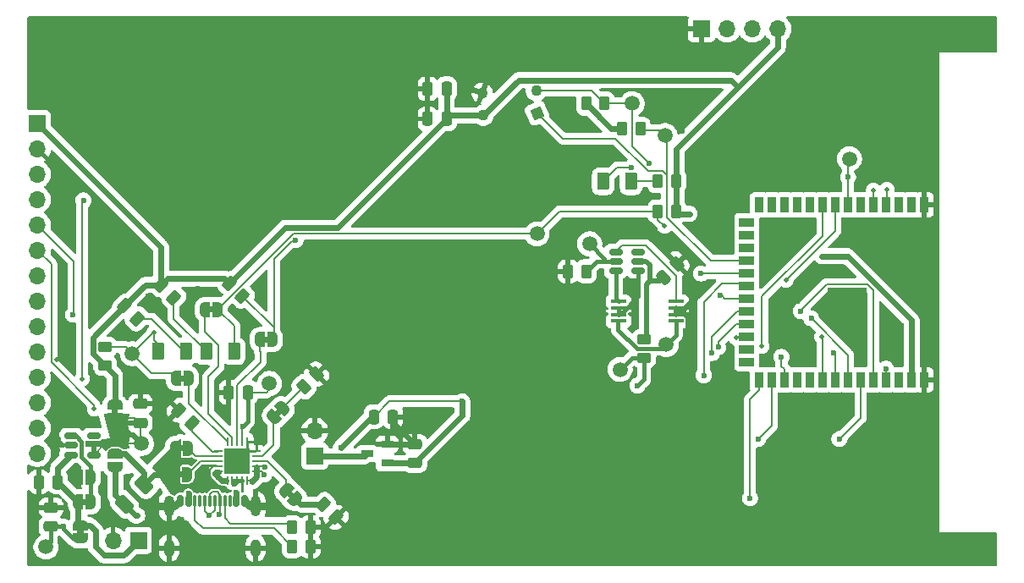
<source format=gbr>
%TF.GenerationSoftware,KiCad,Pcbnew,9.0.0*%
%TF.CreationDate,2025-06-04T21:14:10-04:00*%
%TF.ProjectId,thermal-pcb,74686572-6d61-46c2-9d70-63622e6b6963,rev?*%
%TF.SameCoordinates,Original*%
%TF.FileFunction,Copper,L2,Bot*%
%TF.FilePolarity,Positive*%
%FSLAX46Y46*%
G04 Gerber Fmt 4.6, Leading zero omitted, Abs format (unit mm)*
G04 Created by KiCad (PCBNEW 9.0.0) date 2025-06-04 21:14:10*
%MOMM*%
%LPD*%
G01*
G04 APERTURE LIST*
G04 Aperture macros list*
%AMRoundRect*
0 Rectangle with rounded corners*
0 $1 Rounding radius*
0 $2 $3 $4 $5 $6 $7 $8 $9 X,Y pos of 4 corners*
0 Add a 4 corners polygon primitive as box body*
4,1,4,$2,$3,$4,$5,$6,$7,$8,$9,$2,$3,0*
0 Add four circle primitives for the rounded corners*
1,1,$1+$1,$2,$3*
1,1,$1+$1,$4,$5*
1,1,$1+$1,$6,$7*
1,1,$1+$1,$8,$9*
0 Add four rect primitives between the rounded corners*
20,1,$1+$1,$2,$3,$4,$5,0*
20,1,$1+$1,$4,$5,$6,$7,0*
20,1,$1+$1,$6,$7,$8,$9,0*
20,1,$1+$1,$8,$9,$2,$3,0*%
%AMRotRect*
0 Rectangle, with rotation*
0 The origin of the aperture is its center*
0 $1 length*
0 $2 width*
0 $3 Rotation angle, in degrees counterclockwise*
0 Add horizontal line*
21,1,$1,$2,0,0,$3*%
%AMFreePoly0*
4,1,23,0.500000,-0.750000,0.000000,-0.750000,0.000000,-0.745722,-0.065263,-0.745722,-0.191342,-0.711940,-0.304381,-0.646677,-0.396677,-0.554381,-0.461940,-0.441342,-0.495722,-0.315263,-0.495722,-0.250000,-0.500000,-0.250000,-0.500000,0.250000,-0.495722,0.250000,-0.495722,0.315263,-0.461940,0.441342,-0.396677,0.554381,-0.304381,0.646677,-0.191342,0.711940,-0.065263,0.745722,0.000000,0.745722,
0.000000,0.750000,0.500000,0.750000,0.500000,-0.750000,0.500000,-0.750000,$1*%
%AMFreePoly1*
4,1,23,0.000000,0.745722,0.065263,0.745722,0.191342,0.711940,0.304381,0.646677,0.396677,0.554381,0.461940,0.441342,0.495722,0.315263,0.495722,0.250000,0.500000,0.250000,0.500000,-0.250000,0.495722,-0.250000,0.495722,-0.315263,0.461940,-0.441342,0.396677,-0.554381,0.304381,-0.646677,0.191342,-0.711940,0.065263,-0.745722,0.000000,-0.745722,0.000000,-0.750000,-0.500000,-0.750000,
-0.500000,0.750000,0.000000,0.750000,0.000000,0.745722,0.000000,0.745722,$1*%
G04 Aperture macros list end*
%TA.AperFunction,EtchedComponent*%
%ADD10C,0.000000*%
%TD*%
%TA.AperFunction,ComponentPad*%
%ADD11C,1.100000*%
%TD*%
%TA.AperFunction,ComponentPad*%
%ADD12RotRect,1.100000X1.100000X115.000000*%
%TD*%
%TA.AperFunction,SMDPad,CuDef*%
%ADD13RoundRect,0.250000X-0.375000X-0.625000X0.375000X-0.625000X0.375000X0.625000X-0.375000X0.625000X0*%
%TD*%
%TA.AperFunction,SMDPad,CuDef*%
%ADD14RoundRect,0.250000X0.375000X0.625000X-0.375000X0.625000X-0.375000X-0.625000X0.375000X-0.625000X0*%
%TD*%
%TA.AperFunction,ComponentPad*%
%ADD15R,1.700000X1.700000*%
%TD*%
%TA.AperFunction,ComponentPad*%
%ADD16O,1.700000X1.700000*%
%TD*%
%TA.AperFunction,SMDPad,CuDef*%
%ADD17C,1.500000*%
%TD*%
%TA.AperFunction,SMDPad,CuDef*%
%ADD18RoundRect,0.150000X-0.512500X-0.150000X0.512500X-0.150000X0.512500X0.150000X-0.512500X0.150000X0*%
%TD*%
%TA.AperFunction,SMDPad,CuDef*%
%ADD19RoundRect,0.250000X-0.262500X-0.450000X0.262500X-0.450000X0.262500X0.450000X-0.262500X0.450000X0*%
%TD*%
%TA.AperFunction,SMDPad,CuDef*%
%ADD20RoundRect,0.250000X0.159099X-0.512652X0.512652X-0.159099X-0.159099X0.512652X-0.512652X0.159099X0*%
%TD*%
%TA.AperFunction,SMDPad,CuDef*%
%ADD21RoundRect,0.062500X-0.350000X-0.062500X0.350000X-0.062500X0.350000X0.062500X-0.350000X0.062500X0*%
%TD*%
%TA.AperFunction,SMDPad,CuDef*%
%ADD22RoundRect,0.062500X-0.062500X-0.350000X0.062500X-0.350000X0.062500X0.350000X-0.062500X0.350000X0*%
%TD*%
%TA.AperFunction,HeatsinkPad*%
%ADD23R,2.500000X2.500000*%
%TD*%
%TA.AperFunction,SMDPad,CuDef*%
%ADD24RoundRect,0.250000X0.475000X-0.250000X0.475000X0.250000X-0.475000X0.250000X-0.475000X-0.250000X0*%
%TD*%
%TA.AperFunction,SMDPad,CuDef*%
%ADD25FreePoly0,0.000000*%
%TD*%
%TA.AperFunction,SMDPad,CuDef*%
%ADD26FreePoly1,0.000000*%
%TD*%
%TA.AperFunction,SMDPad,CuDef*%
%ADD27RoundRect,0.250000X0.262500X0.450000X-0.262500X0.450000X-0.262500X-0.450000X0.262500X-0.450000X0*%
%TD*%
%TA.AperFunction,SMDPad,CuDef*%
%ADD28RoundRect,0.250000X0.250000X0.475000X-0.250000X0.475000X-0.250000X-0.475000X0.250000X-0.475000X0*%
%TD*%
%TA.AperFunction,SMDPad,CuDef*%
%ADD29RoundRect,0.250000X0.503814X0.132583X0.132583X0.503814X-0.503814X-0.132583X-0.132583X-0.503814X0*%
%TD*%
%TA.AperFunction,SMDPad,CuDef*%
%ADD30RoundRect,0.250000X-0.450000X0.262500X-0.450000X-0.262500X0.450000X-0.262500X0.450000X0.262500X0*%
%TD*%
%TA.AperFunction,SMDPad,CuDef*%
%ADD31RoundRect,0.250000X0.132583X-0.503814X0.503814X-0.132583X-0.132583X0.503814X-0.503814X0.132583X0*%
%TD*%
%TA.AperFunction,SMDPad,CuDef*%
%ADD32RoundRect,0.250000X-0.503814X-0.132583X-0.132583X-0.503814X0.503814X0.132583X0.132583X0.503814X0*%
%TD*%
%TA.AperFunction,SMDPad,CuDef*%
%ADD33R,1.250000X0.700000*%
%TD*%
%TA.AperFunction,SMDPad,CuDef*%
%ADD34RoundRect,0.250000X0.450000X-0.262500X0.450000X0.262500X-0.450000X0.262500X-0.450000X-0.262500X0*%
%TD*%
%TA.AperFunction,SMDPad,CuDef*%
%ADD35FreePoly0,270.000000*%
%TD*%
%TA.AperFunction,SMDPad,CuDef*%
%ADD36FreePoly1,270.000000*%
%TD*%
%TA.AperFunction,SMDPad,CuDef*%
%ADD37R,0.900000X1.500000*%
%TD*%
%TA.AperFunction,SMDPad,CuDef*%
%ADD38R,1.500000X0.900000*%
%TD*%
%TA.AperFunction,HeatsinkPad*%
%ADD39C,0.600000*%
%TD*%
%TA.AperFunction,HeatsinkPad*%
%ADD40R,3.900000X3.900000*%
%TD*%
%TA.AperFunction,SMDPad,CuDef*%
%ADD41RoundRect,0.050000X-0.730000X-0.150000X0.730000X-0.150000X0.730000X0.150000X-0.730000X0.150000X0*%
%TD*%
%TA.AperFunction,SMDPad,CuDef*%
%ADD42FreePoly0,45.000000*%
%TD*%
%TA.AperFunction,SMDPad,CuDef*%
%ADD43FreePoly1,45.000000*%
%TD*%
%TA.AperFunction,SMDPad,CuDef*%
%ADD44FreePoly0,180.000000*%
%TD*%
%TA.AperFunction,SMDPad,CuDef*%
%ADD45FreePoly1,180.000000*%
%TD*%
%TA.AperFunction,SMDPad,CuDef*%
%ADD46FreePoly0,135.000000*%
%TD*%
%TA.AperFunction,SMDPad,CuDef*%
%ADD47FreePoly1,135.000000*%
%TD*%
%TA.AperFunction,SMDPad,CuDef*%
%ADD48RoundRect,0.150000X0.150000X0.425000X-0.150000X0.425000X-0.150000X-0.425000X0.150000X-0.425000X0*%
%TD*%
%TA.AperFunction,SMDPad,CuDef*%
%ADD49RoundRect,0.075000X0.075000X0.500000X-0.075000X0.500000X-0.075000X-0.500000X0.075000X-0.500000X0*%
%TD*%
%TA.AperFunction,HeatsinkPad*%
%ADD50O,1.000000X1.800000*%
%TD*%
%TA.AperFunction,HeatsinkPad*%
%ADD51O,1.000000X2.100000*%
%TD*%
%TA.AperFunction,SMDPad,CuDef*%
%ADD52RoundRect,0.250000X-0.250000X-0.475000X0.250000X-0.475000X0.250000X0.475000X-0.250000X0.475000X0*%
%TD*%
%TA.AperFunction,SMDPad,CuDef*%
%ADD53RoundRect,0.250000X0.176777X-0.707107X0.707107X-0.176777X-0.176777X0.707107X-0.707107X0.176777X0*%
%TD*%
%TA.AperFunction,SMDPad,CuDef*%
%ADD54FreePoly0,90.000000*%
%TD*%
%TA.AperFunction,SMDPad,CuDef*%
%ADD55FreePoly1,90.000000*%
%TD*%
%TA.AperFunction,ViaPad*%
%ADD56C,0.600000*%
%TD*%
%TA.AperFunction,ViaPad*%
%ADD57C,0.500000*%
%TD*%
%TA.AperFunction,Conductor*%
%ADD58C,0.200000*%
%TD*%
%TA.AperFunction,Conductor*%
%ADD59C,0.400000*%
%TD*%
%TA.AperFunction,Conductor*%
%ADD60C,0.600000*%
%TD*%
%TA.AperFunction,Conductor*%
%ADD61C,0.500000*%
%TD*%
%TA.AperFunction,Conductor*%
%ADD62C,0.800000*%
%TD*%
%TA.AperFunction,Conductor*%
%ADD63C,0.300000*%
%TD*%
G04 APERTURE END LIST*
D10*
%TA.AperFunction,EtchedComponent*%
%TO.C,JP1*%
G36*
X99849999Y-128050000D02*
G01*
X99349999Y-128050000D01*
X99349999Y-127450000D01*
X99849999Y-127450000D01*
X99849999Y-128050000D01*
G37*
%TD.AperFunction*%
%TA.AperFunction,EtchedComponent*%
%TO.C,JP11*%
G36*
X99500000Y-131000001D02*
G01*
X98900000Y-131000001D01*
X98900000Y-130500001D01*
X99500000Y-130500001D01*
X99500000Y-131000001D01*
G37*
%TD.AperFunction*%
%TA.AperFunction,EtchedComponent*%
%TO.C,JP5*%
G36*
X119388909Y-118835355D02*
G01*
X119035355Y-119188909D01*
X118611091Y-118764645D01*
X118964645Y-118411091D01*
X119388909Y-118835355D01*
G37*
%TD.AperFunction*%
%TA.AperFunction,EtchedComponent*%
%TO.C,JP6*%
G36*
X109496000Y-125300000D02*
G01*
X108996000Y-125300000D01*
X108996000Y-124700000D01*
X109496000Y-124700000D01*
X109496000Y-125300000D01*
G37*
%TD.AperFunction*%
%TA.AperFunction,EtchedComponent*%
%TO.C,JP7*%
G36*
X109650000Y-115700000D02*
G01*
X109150000Y-115700000D01*
X109150000Y-115100000D01*
X109650000Y-115100000D01*
X109650000Y-115700000D01*
G37*
%TD.AperFunction*%
%TA.AperFunction,EtchedComponent*%
%TO.C,JP3*%
G36*
X120638909Y-126964645D02*
G01*
X120214645Y-127388909D01*
X119861091Y-127035355D01*
X120285355Y-126611091D01*
X120638909Y-126964645D01*
G37*
%TD.AperFunction*%
%TA.AperFunction,EtchedComponent*%
%TO.C,JP8*%
G36*
X118050000Y-111800000D02*
G01*
X117550000Y-111800000D01*
X117550000Y-111200000D01*
X118050000Y-111200000D01*
X118050000Y-111800000D01*
G37*
%TD.AperFunction*%
%TA.AperFunction,EtchedComponent*%
%TO.C,JP10*%
G36*
X102946000Y-118926000D02*
G01*
X102346000Y-118926000D01*
X102346000Y-118426000D01*
X102946000Y-118426000D01*
X102946000Y-118926000D01*
G37*
%TD.AperFunction*%
%TA.AperFunction,EtchedComponent*%
%TO.C,JP9*%
G36*
X112550000Y-108800000D02*
G01*
X112050000Y-108800000D01*
X112050000Y-108200000D01*
X112550000Y-108200000D01*
X112550000Y-108800000D01*
G37*
%TD.AperFunction*%
%TA.AperFunction,EtchedComponent*%
%TO.C,JP4*%
G36*
X109546000Y-122700000D02*
G01*
X109046000Y-122700000D01*
X109046000Y-122100000D01*
X109546000Y-122100000D01*
X109546000Y-122700000D01*
G37*
%TD.AperFunction*%
%TD*%
D11*
%TO.P,U5,4,SCL*%
%TO.N,I2C_SCL*%
X144792420Y-86611955D03*
%TO.P,U5,3,GND*%
%TO.N,-BATT*%
X139402100Y-86847302D03*
%TO.P,U5,2,VDD*%
%TO.N,VCC*%
X139499580Y-89080045D03*
D12*
%TO.P,U5,1,SDA*%
%TO.N,I2C_SDA*%
X144892348Y-88843556D03*
%TD*%
D13*
%TO.P,D3,1,K*%
%TO.N,STAT1*%
X151496000Y-95676000D03*
%TO.P,D3,2,A*%
%TO.N,Net-(D3-A)*%
X154296000Y-95676000D03*
%TD*%
D14*
%TO.P,D2,1,K*%
%TO.N,STAT2*%
X114600000Y-112676000D03*
%TO.P,D2,2,A*%
%TO.N,Net-(D2-A)*%
X111800000Y-112676000D03*
%TD*%
D13*
%TO.P,D1,1,K*%
%TO.N,PG*%
X107000000Y-112650000D03*
%TO.P,D1,2,A*%
%TO.N,Net-(D1-A)*%
X109800000Y-112650000D03*
%TD*%
D15*
%TO.P,J2,1,Pin_1*%
%TO.N,VCC*%
X94896000Y-89886000D03*
D16*
%TO.P,J2,2,Pin_2*%
%TO.N,-BATT*%
X94896000Y-92426000D03*
%TO.P,J2,3,Pin_3*%
%TO.N,LCD_CS*%
X94896000Y-94965999D03*
%TO.P,J2,4,Pin_4*%
%TO.N,LCD_REST*%
X94896000Y-97506000D03*
%TO.P,J2,5,Pin_5*%
%TO.N,LCD_DC*%
X94896000Y-100046000D03*
%TO.P,J2,6,Pin_6*%
%TO.N,LCD_SDI*%
X94896000Y-102586000D03*
%TO.P,J2,7,Pin_7*%
%TO.N,LCD_SCK*%
X94896000Y-105126000D03*
%TO.P,J2,8,Pin_8*%
%TO.N,LCD_LED*%
X94896000Y-107666001D03*
%TO.P,J2,9,Pin_9*%
%TO.N,LCD_SDO*%
X94896000Y-110206000D03*
%TO.P,J2,10,Pin_10*%
%TO.N,LCD_T_CLK*%
X94896000Y-112746000D03*
%TO.P,J2,11,Pin_11*%
%TO.N,LCD_T_CS*%
X94896000Y-115286000D03*
%TO.P,J2,12,Pin_12*%
%TO.N,LCD_T_DIN*%
X94896000Y-117825999D03*
%TO.P,J2,13,Pin_13*%
%TO.N,LCD_T_DO*%
X94896000Y-120366000D03*
%TO.P,J2,14,Pin_14*%
%TO.N,LCD_T_IRQ*%
X94896000Y-122906000D03*
%TD*%
D17*
%TO.P,TP10,1,1*%
%TO.N,I2C_SDA*%
X157700000Y-91100000D03*
%TD*%
%TO.P,TP6,1,1*%
%TO.N,STAT2*%
X144896000Y-100926000D03*
%TD*%
D18*
%TO.P,U3,1,VIN*%
%TO.N,Net-(J1-Pin_1)*%
X98262500Y-123050000D03*
%TO.P,U3,2,GND*%
%TO.N,-BATT*%
X98262500Y-122100000D03*
%TO.P,U3,3,EN*%
%TO.N,Net-(JP1-B)*%
X98262500Y-121150000D03*
%TO.P,U3,4,NC*%
%TO.N,unconnected-(U3-NC-Pad4)*%
X100537500Y-121150000D03*
%TO.P,U3,5,VOUT*%
%TO.N,Net-(JP10-B)*%
X100537500Y-123050000D03*
%TD*%
D19*
%TO.P,R9,1*%
%TO.N,Net-(D3-A)*%
X156983500Y-95676000D03*
%TO.P,R9,2*%
%TO.N,VCC*%
X158808500Y-95676000D03*
%TD*%
D17*
%TO.P,TP1,1,1*%
%TO.N,+BATT*%
X153200000Y-114500000D03*
%TD*%
D20*
%TO.P,C6,1*%
%TO.N,Net-(U4-VCC)*%
X157528249Y-105271751D03*
%TO.P,C6,2*%
%TO.N,-BATT*%
X158871751Y-103928249D03*
%TD*%
D19*
%TO.P,R1,1*%
%TO.N,Net-(J3-CC2)*%
X120387500Y-132200000D03*
%TO.P,R1,2*%
%TO.N,-BATT*%
X122212500Y-132200000D03*
%TD*%
D21*
%TO.P,U2,1,OUT*%
%TO.N,Net-(JP11-B)*%
X112958500Y-124676000D03*
%TO.P,U2,2,VPCC*%
%TO.N,VBUS*%
X112958500Y-124176000D03*
%TO.P,U2,3,SEL*%
%TO.N,Net-(JP6-A)*%
X112958500Y-123676000D03*
%TO.P,U2,4,PROG2*%
%TO.N,Net-(JP4-A)*%
X112958500Y-123176000D03*
%TO.P,U2,5,THERM*%
%TO.N,Net-(U2-THERM)*%
X112958500Y-122676000D03*
D22*
%TO.P,U2,6,~{PG}*%
%TO.N,Net-(JP7-A)*%
X113896000Y-121738500D03*
%TO.P,U2,7,STAT2*%
%TO.N,Net-(JP9-A)*%
X114396000Y-121738500D03*
%TO.P,U2,8,STAT1/~{LBO}*%
%TO.N,Net-(JP8-A)*%
X114896000Y-121738500D03*
%TO.P,U2,9,~{TE}*%
%TO.N,VBUS*%
X115396000Y-121738500D03*
%TO.P,U2,10,V_{SS}*%
%TO.N,-BATT*%
X115896000Y-121738500D03*
D21*
%TO.P,U2,11,V_{SS}*%
X116833500Y-122676000D03*
%TO.P,U2,12,PROG3*%
%TO.N,Net-(JP5-A)*%
X116833500Y-123176000D03*
%TO.P,U2,13,PROG1*%
%TO.N,Net-(JP3-B)*%
X116833500Y-123676000D03*
%TO.P,U2,14,V_{BAT}*%
%TO.N,+BATT*%
X116833500Y-124176000D03*
%TO.P,U2,15,V_{BAT}*%
X116833500Y-124676000D03*
D22*
%TO.P,U2,16,V_{BAT_SENSE}*%
X115896000Y-125613500D03*
%TO.P,U2,17,CE*%
%TO.N,VBUS*%
X115396000Y-125613500D03*
%TO.P,U2,18,IN*%
X114896000Y-125613500D03*
%TO.P,U2,19,IN*%
X114396000Y-125613500D03*
%TO.P,U2,20,OUT*%
%TO.N,Net-(JP11-B)*%
X113896000Y-125613500D03*
D23*
%TO.P,U2,21,V_{SS}*%
%TO.N,-BATT*%
X114896000Y-123676000D03*
%TD*%
D24*
%TO.P,C2,1*%
%TO.N,Net-(JP11-B)*%
X96250000Y-130199999D03*
%TO.P,C2,2*%
%TO.N,-BATT*%
X96250000Y-128300001D03*
%TD*%
D17*
%TO.P,TP7,1,1*%
%TO.N,STAT1*%
X176146000Y-93426000D03*
%TD*%
D19*
%TO.P,R12,1*%
%TO.N,VCC*%
X153387500Y-90400000D03*
%TO.P,R12,2*%
%TO.N,I2C_SDA*%
X155212500Y-90400000D03*
%TD*%
D25*
%TO.P,JP1,1,A*%
%TO.N,Net-(J1-Pin_1)*%
X98950000Y-127750000D03*
D26*
%TO.P,JP1,2,B*%
%TO.N,Net-(JP1-B)*%
X100249998Y-127750000D03*
%TD*%
D17*
%TO.P,TP11,1,1*%
%TO.N,I2C_SCL*%
X154396000Y-87900000D03*
%TD*%
D25*
%TO.P,JP2,1,A*%
%TO.N,-BATT*%
X98950002Y-125250000D03*
D26*
%TO.P,JP2,2,B*%
%TO.N,Net-(JP1-B)*%
X100250000Y-125250000D03*
%TD*%
D27*
%TO.P,R2,1*%
%TO.N,-BATT*%
X122212500Y-130300000D03*
%TO.P,R2,2*%
%TO.N,Net-(J3-CC1)*%
X120387500Y-130300000D03*
%TD*%
D17*
%TO.P,TP3,1,1*%
%TO.N,VBUS*%
X118100000Y-115900000D03*
%TD*%
%TO.P,TP8,1,1*%
%TO.N,Net-(U4-CS)*%
X150146000Y-101926000D03*
%TD*%
D28*
%TO.P,C3,1*%
%TO.N,VBUS*%
X115949999Y-116800000D03*
%TO.P,C3,2*%
%TO.N,-BATT*%
X114050001Y-116800000D03*
%TD*%
D29*
%TO.P,R7,1*%
%TO.N,STAT1*%
X115396035Y-107176035D03*
%TO.P,R7,2*%
%TO.N,VCC*%
X114105565Y-105885565D03*
%TD*%
D30*
%TO.P,R5,1*%
%TO.N,PG*%
X101646000Y-112263500D03*
%TO.P,R5,2*%
%TO.N,VCC*%
X101646000Y-114088500D03*
%TD*%
D24*
%TO.P,C1,1*%
%TO.N,+BATT*%
X132646000Y-123875999D03*
%TO.P,C1,2*%
%TO.N,-BATT*%
X132646000Y-121976001D03*
%TD*%
D29*
%TO.P,R10,1*%
%TO.N,-BATT*%
X124790470Y-129290470D03*
%TO.P,R10,2*%
%TO.N,Net-(JP3-A)*%
X123500000Y-128000000D03*
%TD*%
D31*
%TO.P,R11,1*%
%TO.N,Net-(JP5-B)*%
X121554765Y-116245235D03*
%TO.P,R11,2*%
%TO.N,-BATT*%
X122845235Y-114954765D03*
%TD*%
D17*
%TO.P,TP4,1,1*%
%TO.N,Net-(JP11-B)*%
X95750000Y-132250000D03*
%TD*%
D32*
%TO.P,TH1,1*%
%TO.N,-BATT*%
X109054765Y-118554765D03*
%TO.P,TH1,2*%
%TO.N,Net-(U2-THERM)*%
X110345235Y-119845235D03*
%TD*%
D33*
%TO.P,Q2,1,G*%
%TO.N,-BATT*%
X129896000Y-121976000D03*
%TO.P,Q2,2,S*%
%TO.N,+BATT*%
X129896000Y-123876000D03*
%TO.P,Q2,3,D*%
%TO.N,Net-(J5-Pin_1)*%
X127896000Y-122926000D03*
%TD*%
D34*
%TO.P,R4,1*%
%TO.N,+BATT*%
X155600000Y-113312500D03*
%TO.P,R4,2*%
%TO.N,Net-(U4-VCC)*%
X155600000Y-111487500D03*
%TD*%
D35*
%TO.P,JP11,1,A*%
%TO.N,Net-(J1-Pin_1)*%
X99200000Y-130100002D03*
D36*
%TO.P,JP11,2,B*%
%TO.N,Net-(JP11-B)*%
X99200000Y-131400000D03*
%TD*%
D15*
%TO.P,J4,1,Pin_1*%
%TO.N,-BATT*%
X161356000Y-80426000D03*
D16*
%TO.P,J4,2,Pin_2*%
%TO.N,RXD*%
X163896000Y-80426000D03*
%TO.P,J4,3,Pin_3*%
%TO.N,TXD*%
X166435999Y-80426000D03*
%TO.P,J4,4,Pin_4*%
%TO.N,VCC*%
X168976000Y-80426000D03*
%TD*%
D37*
%TO.P,U1,1,GND*%
%TO.N,-BATT*%
X183616000Y-115526000D03*
%TO.P,U1,2,3V3*%
%TO.N,VCC*%
X182346000Y-115526000D03*
%TO.P,U1,3,EN*%
%TO.N,unconnected-(U1-EN-Pad3)*%
X181076000Y-115526000D03*
%TO.P,U1,4,IO4*%
%TO.N,LCD_DC*%
X179806000Y-115526000D03*
%TO.P,U1,5,IO5*%
%TO.N,LCD_SCK*%
X178536000Y-115526000D03*
%TO.P,U1,6,IO6*%
%TO.N,LCD_SDI*%
X177266000Y-115526000D03*
%TO.P,U1,7,IO7*%
%TO.N,LCD_LED*%
X175996000Y-115526000D03*
%TO.P,U1,8,IO15*%
%TO.N,LCD_CS*%
X174726000Y-115526000D03*
%TO.P,U1,9,IO16*%
%TO.N,LCD_REST*%
X173456000Y-115526000D03*
%TO.P,U1,10,IO17*%
%TO.N,unconnected-(U1-IO17-Pad10)*%
X172186000Y-115526000D03*
%TO.P,U1,11,IO18*%
%TO.N,unconnected-(U1-IO18-Pad11)*%
X170916000Y-115526000D03*
%TO.P,U1,12,IO8*%
%TO.N,LCD_SDO*%
X169646000Y-115526000D03*
%TO.P,U1,13,USB_D-*%
%TO.N,USB_D-*%
X168376000Y-115526000D03*
%TO.P,U1,14,USB_D+*%
%TO.N,USB_D+*%
X167106000Y-115526000D03*
D38*
%TO.P,U1,15,IO3*%
%TO.N,unconnected-(U1-IO3-Pad15)*%
X165856000Y-113761000D03*
%TO.P,U1,16,IO46*%
%TO.N,unconnected-(U1-IO46-Pad16)*%
X165856000Y-112491000D03*
%TO.P,U1,17,IO9*%
%TO.N,LCD_T_CLK*%
X165856000Y-111221000D03*
%TO.P,U1,18,IO10*%
%TO.N,LCD_T_CS*%
X165856000Y-109951000D03*
%TO.P,U1,19,IO11*%
%TO.N,LCD_T_DIN*%
X165856000Y-108681000D03*
%TO.P,U1,20,IO12*%
%TO.N,LCD_T_DO*%
X165856000Y-107411000D03*
%TO.P,U1,21,IO13*%
%TO.N,LCD_T_IRQ*%
X165856000Y-106141000D03*
%TO.P,U1,22,IO14*%
%TO.N,I2C_SCL*%
X165856000Y-104871000D03*
%TO.P,U1,23,IO21*%
%TO.N,I2C_SDA*%
X165856000Y-103601000D03*
%TO.P,U1,24,IO47*%
%TO.N,unconnected-(U1-IO47-Pad24)*%
X165856000Y-102331000D03*
%TO.P,U1,25,IO48*%
%TO.N,unconnected-(U1-IO48-Pad25)*%
X165856000Y-101061000D03*
%TO.P,U1,26,IO45*%
%TO.N,unconnected-(U1-IO45-Pad26)*%
X165856000Y-99791000D03*
D37*
%TO.P,U1,27,IO0*%
%TO.N,unconnected-(U1-IO0-Pad27)*%
X167106000Y-98026000D03*
%TO.P,U1,28,IO35*%
%TO.N,unconnected-(U1-IO35-Pad28)*%
X168376000Y-98026000D03*
%TO.P,U1,29,IO36*%
%TO.N,unconnected-(U1-IO36-Pad29)*%
X169646000Y-98026000D03*
%TO.P,U1,30,IO37*%
%TO.N,unconnected-(U1-IO37-Pad30)*%
X170916000Y-98026000D03*
%TO.P,U1,31,IO38*%
%TO.N,unconnected-(U1-IO38-Pad31)*%
X172186000Y-98026000D03*
%TO.P,U1,32,IO39*%
%TO.N,PG*%
X173456000Y-98026000D03*
%TO.P,U1,33,IO40*%
%TO.N,STAT2*%
X174726000Y-98026000D03*
%TO.P,U1,34,IO41*%
%TO.N,STAT1*%
X175996000Y-98026000D03*
%TO.P,U1,35,IO42*%
%TO.N,unconnected-(U1-IO42-Pad35)*%
X177266000Y-98026000D03*
%TO.P,U1,36,RXD0*%
%TO.N,RXD*%
X178536000Y-98026000D03*
%TO.P,U1,37,TXD0*%
%TO.N,TXD*%
X179806000Y-98026000D03*
%TO.P,U1,38,IO2*%
%TO.N,unconnected-(U1-IO2-Pad38)*%
X181076000Y-98026000D03*
%TO.P,U1,39,IO1*%
%TO.N,unconnected-(U1-IO1-Pad39)*%
X182346000Y-98026000D03*
%TO.P,U1,40,GND*%
%TO.N,-BATT*%
X183616000Y-98026000D03*
D39*
%TO.P,U1,41,GND*%
X175196000Y-109676000D03*
X176596000Y-109676000D03*
X174496000Y-108976000D03*
X175896000Y-108976000D03*
X177296000Y-108976000D03*
X175196000Y-108276000D03*
D40*
X175896000Y-108276000D03*
D39*
X176596000Y-108276000D03*
X174496000Y-107576000D03*
X175896000Y-107576000D03*
X177296000Y-107576000D03*
X175196000Y-106876000D03*
X176596000Y-106876000D03*
%TD*%
D41*
%TO.P,Q1,1*%
%TO.N,Net-(Q1-Pad1)*%
X153016000Y-109651000D03*
%TO.P,Q1,2*%
%TO.N,-BATT*%
X153016000Y-109001000D03*
%TO.P,Q1,3*%
X153016000Y-108351000D03*
%TO.P,Q1,4*%
%TO.N,Net-(U4-OD)*%
X153016000Y-107701000D03*
%TO.P,Q1,5*%
%TO.N,Net-(U4-OC)*%
X158776000Y-107701000D03*
%TO.P,Q1,6*%
%TO.N,-BATT*%
X158776000Y-108351000D03*
%TO.P,Q1,7*%
X158776000Y-109001000D03*
%TO.P,Q1,8*%
%TO.N,Net-(Q1-Pad1)*%
X158776000Y-109651000D03*
%TD*%
D17*
%TO.P,TP9,1,1*%
%TO.N,Net-(Q1-Pad1)*%
X157800000Y-112000000D03*
%TD*%
D15*
%TO.P,J5,1,Pin_1*%
%TO.N,Net-(J5-Pin_1)*%
X122646000Y-123176000D03*
D16*
%TO.P,J5,2,Pin_2*%
%TO.N,-BATT*%
X122646000Y-120636000D03*
%TD*%
D42*
%TO.P,JP5,1,A*%
%TO.N,Net-(JP5-A)*%
X118540381Y-119259619D03*
D43*
%TO.P,JP5,2,B*%
%TO.N,Net-(JP5-B)*%
X119459619Y-118340381D03*
%TD*%
D19*
%TO.P,R6,1*%
%TO.N,STAT2*%
X156983500Y-98676000D03*
%TO.P,R6,2*%
%TO.N,VCC*%
X158808500Y-98676000D03*
%TD*%
%TO.P,R14,1*%
%TO.N,-BATT*%
X147983500Y-104676000D03*
%TO.P,R14,2*%
%TO.N,Net-(U4-CS)*%
X149808500Y-104676000D03*
%TD*%
D44*
%TO.P,JP6,1,A*%
%TO.N,Net-(JP6-A)*%
X109895999Y-125000000D03*
D45*
%TO.P,JP6,2,B*%
%TO.N,VBUS*%
X108596001Y-125000000D03*
%TD*%
D15*
%TO.P,J1,1,Pin_1*%
%TO.N,Net-(J1-Pin_1)*%
X105000000Y-131600000D03*
D16*
%TO.P,J1,2,Pin_2*%
%TO.N,-BATT*%
X102460000Y-131600000D03*
%TD*%
D44*
%TO.P,JP7,1,A*%
%TO.N,Net-(JP7-A)*%
X110049999Y-115400000D03*
D45*
%TO.P,JP7,2,B*%
%TO.N,PG*%
X108750001Y-115400000D03*
%TD*%
D17*
%TO.P,TP5,1,1*%
%TO.N,PG*%
X104396000Y-112926000D03*
%TD*%
D46*
%TO.P,JP3,1,A*%
%TO.N,Net-(JP3-A)*%
X120709619Y-127459619D03*
D47*
%TO.P,JP3,2,B*%
%TO.N,Net-(JP3-B)*%
X119790381Y-126540381D03*
%TD*%
D48*
%TO.P,J3,A1,GND*%
%TO.N,-BATT*%
X115596000Y-127620000D03*
%TO.P,J3,A4,VBUS*%
%TO.N,Net-(JP12-A)*%
X114796000Y-127620000D03*
D49*
%TO.P,J3,A5,CC1*%
%TO.N,Net-(J3-CC1)*%
X113646000Y-127620000D03*
%TO.P,J3,A6,D+*%
%TO.N,USB_D+*%
X112646000Y-127620000D03*
%TO.P,J3,A7,D-*%
%TO.N,USB_D-*%
X112146000Y-127620000D03*
%TO.P,J3,A8,SBU1*%
%TO.N,unconnected-(J3-SBU1-PadA8)*%
X111146000Y-127620000D03*
D48*
%TO.P,J3,A9,VBUS*%
%TO.N,Net-(JP12-A)*%
X109996000Y-127620000D03*
%TO.P,J3,A12,GND*%
%TO.N,-BATT*%
X109196000Y-127620000D03*
%TO.P,J3,B1,GND*%
X109196000Y-127620000D03*
%TO.P,J3,B4,VBUS*%
%TO.N,Net-(JP12-A)*%
X109996000Y-127620000D03*
D49*
%TO.P,J3,B5,CC2*%
%TO.N,Net-(J3-CC2)*%
X110646000Y-127620000D03*
%TO.P,J3,B6,D+*%
%TO.N,USB_D+*%
X111646000Y-127620000D03*
%TO.P,J3,B7,D-*%
%TO.N,USB_D-*%
X113146000Y-127620000D03*
%TO.P,J3,B8,SBU2*%
%TO.N,unconnected-(J3-SBU2-PadB8)*%
X114146000Y-127620000D03*
D48*
%TO.P,J3,B9,VBUS*%
%TO.N,Net-(JP12-A)*%
X114796000Y-127620000D03*
%TO.P,J3,B12,GND*%
%TO.N,-BATT*%
X115596000Y-127620000D03*
D50*
%TO.P,J3,S1,SHIELD*%
X116716000Y-132375000D03*
D51*
X116716000Y-128195000D03*
D50*
X108076000Y-132375000D03*
D51*
X108076000Y-128195000D03*
%TD*%
D29*
%TO.P,R8,1*%
%TO.N,Net-(D2-A)*%
X108541235Y-107321235D03*
%TO.P,R8,2*%
%TO.N,VCC*%
X107250765Y-106030765D03*
%TD*%
D25*
%TO.P,JP8,1,A*%
%TO.N,Net-(JP8-A)*%
X117150000Y-111500000D03*
D26*
%TO.P,JP8,2,B*%
%TO.N,STAT1*%
X118450000Y-111500000D03*
%TD*%
D29*
%TO.P,R3,1*%
%TO.N,Net-(D1-A)*%
X104896000Y-109426000D03*
%TO.P,R3,2*%
%TO.N,VCC*%
X103605530Y-108135530D03*
%TD*%
D17*
%TO.P,TP2,1,1*%
%TO.N,Net-(JP10-B)*%
X105300000Y-121900000D03*
%TD*%
D19*
%TO.P,R13,1*%
%TO.N,VCC*%
X149821000Y-87900000D03*
%TO.P,R13,2*%
%TO.N,I2C_SCL*%
X151646000Y-87900000D03*
%TD*%
D52*
%TO.P,C5,1*%
%TO.N,-BATT*%
X95050000Y-125750000D03*
%TO.P,C5,2*%
%TO.N,Net-(J1-Pin_1)*%
X96950000Y-125750000D03*
%TD*%
D28*
%TO.P,C8,1*%
%TO.N,VCC*%
X135846000Y-86416000D03*
%TO.P,C8,2*%
%TO.N,-BATT*%
X133946000Y-86416000D03*
%TD*%
D35*
%TO.P,JP10,1,A*%
%TO.N,VCC*%
X102646000Y-118026001D03*
D36*
%TO.P,JP10,2,B*%
%TO.N,Net-(JP10-B)*%
X102646000Y-119325999D03*
%TD*%
D53*
%TO.P,F1,1*%
%TO.N,Net-(JP12-A)*%
X103600000Y-128000000D03*
%TO.P,F1,2*%
%TO.N,VBUS*%
X105579898Y-126020102D03*
%TD*%
D24*
%TO.P,C4,1*%
%TO.N,Net-(JP10-B)*%
X105200000Y-119849999D03*
%TO.P,C4,2*%
%TO.N,-BATT*%
X105200000Y-117950001D03*
%TD*%
D25*
%TO.P,JP9,1,A*%
%TO.N,Net-(JP9-A)*%
X111650000Y-108500000D03*
D26*
%TO.P,JP9,2,B*%
%TO.N,STAT2*%
X112950000Y-108500000D03*
%TD*%
D18*
%TO.P,U4,1,OD*%
%TO.N,Net-(U4-OD)*%
X152758500Y-104626000D03*
%TO.P,U4,2,CS*%
%TO.N,Net-(U4-CS)*%
X152758500Y-103676000D03*
%TO.P,U4,3,OC*%
%TO.N,Net-(U4-OC)*%
X152758500Y-102726000D03*
%TO.P,U4,4,TD*%
%TO.N,unconnected-(U4-TD-Pad4)*%
X155033500Y-102726000D03*
%TO.P,U4,5,VCC*%
%TO.N,Net-(U4-VCC)*%
X155033500Y-103676000D03*
%TO.P,U4,6,GND*%
%TO.N,-BATT*%
X155033500Y-104626000D03*
%TD*%
D54*
%TO.P,JP12,1,A*%
%TO.N,Net-(JP12-A)*%
X102700000Y-124249999D03*
D55*
%TO.P,JP12,2,B*%
%TO.N,VBUS*%
X102700000Y-122950001D03*
%TD*%
D28*
%TO.P,C9,1*%
%TO.N,VCC*%
X135846000Y-89426000D03*
%TO.P,C9,2*%
%TO.N,-BATT*%
X133946000Y-89426000D03*
%TD*%
D44*
%TO.P,JP4,1,A*%
%TO.N,Net-(JP4-A)*%
X109945999Y-122400000D03*
D45*
%TO.P,JP4,2,B*%
%TO.N,VBUS*%
X108646001Y-122400000D03*
%TD*%
D52*
%TO.P,C7,1*%
%TO.N,+BATT*%
X128550000Y-119250000D03*
%TO.P,C7,2*%
%TO.N,-BATT*%
X130450000Y-119250000D03*
%TD*%
D56*
%TO.N,LCD_T_CS*%
X162996000Y-112276000D03*
%TO.N,I2C_SCL*%
X156100000Y-93900000D03*
X161300000Y-104900000D03*
%TO.N,VCC*%
X151210500Y-89289500D03*
%TO.N,+BATT*%
X117646000Y-124276000D03*
X125271000Y-122301000D03*
X116396000Y-125676000D03*
X117600000Y-125000000D03*
X154933000Y-116105000D03*
X137396000Y-117691000D03*
X116833500Y-125176000D03*
%TO.N,Net-(JP11-B)*%
X113000000Y-125250000D03*
X97500000Y-130199999D03*
%TO.N,VBUS*%
X114600000Y-126000000D03*
X111848000Y-125876000D03*
X115445000Y-120200000D03*
X108100000Y-123400000D03*
D57*
%TO.N,VCC*%
X160146000Y-98926000D03*
X173396000Y-103176000D03*
%TO.N,-BATT*%
X111000000Y-117200000D03*
X158646000Y-118676000D03*
X97382091Y-109000000D03*
X170646000Y-113426000D03*
D56*
X140646000Y-116426000D03*
X106900000Y-128200000D03*
X179896000Y-82926000D03*
X128550000Y-84150000D03*
D57*
X102896000Y-103426000D03*
D56*
X167396000Y-90426000D03*
X142896000Y-123426000D03*
X100400000Y-114800000D03*
D57*
X104396000Y-101176000D03*
D56*
X180083377Y-110891049D03*
X117331534Y-106184378D03*
D57*
X96000000Y-124200000D03*
D56*
X118100000Y-85000000D03*
X99800000Y-83800000D03*
X106000000Y-107200000D03*
D57*
X169377856Y-101176000D03*
X98000000Y-111050000D03*
X97300000Y-118900000D03*
D56*
X128900000Y-120700000D03*
D57*
X98146000Y-114426000D03*
D56*
X153146000Y-82176000D03*
D57*
X155646000Y-124176000D03*
D56*
X107100000Y-116100000D03*
X148896000Y-100926000D03*
X98300000Y-124700000D03*
X141896000Y-118926000D03*
D57*
X113300000Y-116800000D03*
X155636858Y-132742065D03*
D56*
X171646000Y-131676000D03*
D57*
X96835800Y-113500000D03*
D56*
X154959885Y-106012718D03*
X97000000Y-121500000D03*
X102146000Y-107426000D03*
D57*
X97634544Y-104650930D03*
D56*
X102100000Y-128900000D03*
X138396000Y-96176000D03*
D57*
X114896000Y-123676000D03*
X155646000Y-129426000D03*
X171146000Y-105676000D03*
D56*
X174396000Y-86176000D03*
D57*
X170896000Y-110676000D03*
X101100000Y-97800000D03*
D56*
X107400000Y-120200000D03*
X159396000Y-90676000D03*
X116896000Y-95176000D03*
X100752246Y-119865564D03*
X150396000Y-82176000D03*
X180396000Y-126676000D03*
D57*
X160396000Y-106176000D03*
D56*
X118500000Y-128400000D03*
X124700000Y-120636000D03*
X128146000Y-121426000D03*
X111000000Y-106400000D03*
X131646000Y-103176000D03*
X103350000Y-111000000D03*
X147646000Y-89676000D03*
D57*
%TO.N,PG*%
X167396000Y-112176000D03*
X106550000Y-110801000D03*
%TO.N,STAT2*%
X157646000Y-100176000D03*
X169784909Y-105564909D03*
D56*
%TO.N,STAT1*%
X154300000Y-94283000D03*
X176000000Y-95250000D03*
X120722068Y-101548068D03*
%TO.N,LCD_SCK*%
X171250000Y-108664000D03*
D57*
%TO.N,LCD_T_CLK*%
X164800000Y-111350000D03*
%TO.N,LCD_REST*%
X173359790Y-111212219D03*
D56*
%TO.N,LCD_LED*%
X172320000Y-109395000D03*
%TO.N,LCD_T_DIN*%
X162396000Y-112850000D03*
D57*
%TO.N,LCD_SDI*%
X100596000Y-118454000D03*
D56*
X175130000Y-121465000D03*
%TO.N,LCD_T_DO*%
X99501126Y-97570873D03*
X163195265Y-107121000D03*
D57*
X99396000Y-115426000D03*
D56*
%TO.N,LCD_DC*%
X98456735Y-109005265D03*
X179806000Y-114426000D03*
%TO.N,LCD_T_IRQ*%
X161561000Y-115081000D03*
%TO.N,LCD_SDO*%
X169340000Y-113235000D03*
%TO.N,LCD_CS*%
X174519000Y-112842000D03*
%TO.N,USB_D+*%
X112100000Y-129100000D03*
X166203000Y-127381000D03*
%TO.N,USB_D-*%
X113046000Y-129002527D03*
X166997000Y-121467000D03*
D57*
%TO.N,RXD*%
X178536000Y-96576000D03*
%TO.N,TXD*%
X179896000Y-96476000D03*
D56*
%TO.N,Net-(JP12-A)*%
X104900000Y-129100000D03*
X114819778Y-126769222D03*
X109996000Y-126900000D03*
%TD*%
D58*
%TO.N,LCD_T_DIN*%
X162396000Y-111204000D02*
X164919000Y-108681000D01*
X164919000Y-108681000D02*
X165856000Y-108681000D01*
X162396000Y-112850000D02*
X162396000Y-111204000D01*
%TO.N,LCD_T_CS*%
X164804000Y-109951000D02*
X165856000Y-109951000D01*
X162996000Y-111759000D02*
X164804000Y-109951000D01*
X162996000Y-112276000D02*
X162996000Y-111759000D01*
%TO.N,PG*%
X106521000Y-110801000D02*
X104396000Y-112926000D01*
X106550000Y-110801000D02*
X106521000Y-110801000D01*
X106550000Y-111530000D02*
X107000000Y-111980000D01*
X106550000Y-110801000D02*
X106550000Y-111530000D01*
X107000000Y-111980000D02*
X107000000Y-112650000D01*
%TO.N,Net-(D1-A)*%
X106326000Y-109426000D02*
X104896000Y-109426000D01*
X109550000Y-112650000D02*
X106326000Y-109426000D01*
X109800000Y-112650000D02*
X109550000Y-112650000D01*
%TO.N,-BATT*%
X97600000Y-122100000D02*
X97000000Y-121500000D01*
X98262500Y-122100000D02*
X97600000Y-122100000D01*
%TO.N,LCD_DC*%
X98562000Y-103712000D02*
X94896000Y-100046000D01*
X98562000Y-108900000D02*
X98562000Y-103712000D01*
X98456735Y-109005265D02*
X98562000Y-108900000D01*
D59*
%TO.N,-BATT*%
X98226000Y-94926000D02*
X97396000Y-94926000D01*
X101100000Y-97800000D02*
X98226000Y-94926000D01*
X97396000Y-94926000D02*
X94896000Y-92426000D01*
D58*
%TO.N,Net-(JP9-A)*%
X114396000Y-121310202D02*
X114396000Y-121738500D01*
X113000000Y-114210384D02*
X112000000Y-115210384D01*
X112000000Y-115210384D02*
X112000000Y-118914202D01*
X113000000Y-112089840D02*
X113000000Y-114210384D01*
X111650000Y-110739840D02*
X113000000Y-112089840D01*
X111650000Y-108500000D02*
X111650000Y-110739840D01*
X112000000Y-118914202D02*
X114396000Y-121310202D01*
%TO.N,-BATT*%
X113300000Y-116800000D02*
X114050001Y-116800000D01*
%TO.N,I2C_SDA*%
X156025057Y-94675000D02*
X157481160Y-94675000D01*
X152750057Y-91400000D02*
X156025057Y-94675000D01*
X157896000Y-95089840D02*
X157896000Y-95100000D01*
X147448792Y-91400000D02*
X152750057Y-91400000D01*
X157896000Y-95100000D02*
X157896000Y-99262160D01*
X144892348Y-88843556D02*
X147448792Y-91400000D01*
X157481160Y-94675000D02*
X157896000Y-95089840D01*
D60*
%TO.N,VCC*%
X158808500Y-95676000D02*
X158808500Y-92400714D01*
D58*
%TO.N,I2C_SCL*%
X154396000Y-92196000D02*
X154396000Y-87900000D01*
X156100000Y-93900000D02*
X154396000Y-92196000D01*
X161329000Y-104871000D02*
X161300000Y-104900000D01*
X165856000Y-104871000D02*
X161329000Y-104871000D01*
X150357955Y-86611955D02*
X144792420Y-86611955D01*
X151646000Y-87900000D02*
X150357955Y-86611955D01*
D60*
%TO.N,VCC*%
X151210500Y-89289500D02*
X152321000Y-90400000D01*
X152321000Y-90400000D02*
X153387500Y-90400000D01*
X149821000Y-87900000D02*
X151210500Y-89289500D01*
D58*
%TO.N,I2C_SCL*%
X154396000Y-87900000D02*
X151646000Y-87900000D01*
%TO.N,I2C_SDA*%
X155412500Y-90600000D02*
X155212500Y-90400000D01*
X157200000Y-90600000D02*
X155412500Y-90600000D01*
X157700000Y-91100000D02*
X157200000Y-90600000D01*
X157700000Y-91230000D02*
X157896000Y-91426000D01*
X157896000Y-91426000D02*
X157896000Y-95100000D01*
X157700000Y-91100000D02*
X157700000Y-91230000D01*
X162234840Y-103601000D02*
X165856000Y-103601000D01*
X157896000Y-99262160D02*
X162234840Y-103601000D01*
D60*
%TO.N,VCC*%
X136191955Y-89080045D02*
X135846000Y-89426000D01*
X139499580Y-89080045D02*
X136191955Y-89080045D01*
X164280955Y-85560955D02*
X143018670Y-85560955D01*
X164964607Y-86244607D02*
X164280955Y-85560955D01*
X143018670Y-85560955D02*
X139499580Y-89080045D01*
D58*
%TO.N,LCD_T_CLK*%
X164929000Y-111221000D02*
X165856000Y-111221000D01*
X164800000Y-111350000D02*
X164929000Y-111221000D01*
%TO.N,Net-(JP10-B)*%
X101687500Y-121900000D02*
X100537500Y-123050000D01*
X105300000Y-121900000D02*
X101687500Y-121900000D01*
X104625999Y-119325999D02*
X102646000Y-119325999D01*
X105149999Y-119849999D02*
X104625999Y-119325999D01*
X105200000Y-119849999D02*
X105149999Y-119849999D01*
X105300000Y-121900000D02*
X102725999Y-119325999D01*
X102725999Y-119325999D02*
X102646000Y-119325999D01*
X105200000Y-121800000D02*
X105300000Y-121900000D01*
X105200000Y-119849999D02*
X105200000Y-121800000D01*
%TO.N,STAT2*%
X114600000Y-110150000D02*
X112950000Y-108500000D01*
X114600000Y-112676000D02*
X114600000Y-110150000D01*
%TO.N,Net-(D2-A)*%
X108541235Y-109417235D02*
X111800000Y-112676000D01*
X108541235Y-107321235D02*
X108541235Y-109417235D01*
%TO.N,STAT2*%
X120495606Y-100926000D02*
X144896000Y-100926000D01*
X113250000Y-108200000D02*
X113250000Y-108171606D01*
X112950000Y-108500000D02*
X113250000Y-108200000D01*
X113250000Y-108171606D02*
X120495606Y-100926000D01*
%TO.N,STAT1*%
X118546000Y-111404000D02*
X118450000Y-111500000D01*
X118546000Y-110326000D02*
X118546000Y-111404000D01*
%TO.N,Net-(JP8-A)*%
X117150000Y-112672000D02*
X117150000Y-111500000D01*
X117200000Y-112722000D02*
X117150000Y-112672000D01*
X117200000Y-113740841D02*
X117200000Y-112722000D01*
X114845000Y-117516161D02*
X114851001Y-117510160D01*
X114896000Y-121738500D02*
X114845000Y-121687500D01*
X114845000Y-121687500D02*
X114845000Y-117516161D01*
X114851001Y-117510160D02*
X114851001Y-116089840D01*
X114851001Y-116089840D02*
X117200000Y-113740841D01*
%TO.N,STAT1*%
X152889000Y-94283000D02*
X151496000Y-95676000D01*
X154300000Y-94283000D02*
X152889000Y-94283000D01*
%TO.N,Net-(D3-A)*%
X154296000Y-95676000D02*
X156983500Y-95676000D01*
D59*
%TO.N,+BATT*%
X155600000Y-113312500D02*
X154387500Y-113312500D01*
D58*
X116833500Y-124676000D02*
X117276000Y-124676000D01*
D60*
X129896000Y-123876000D02*
X132646000Y-123875999D01*
D58*
X115896500Y-125614000D02*
X115896000Y-125614000D01*
D60*
X116833500Y-124676000D02*
X116833500Y-124302000D01*
D58*
X116396000Y-125676000D02*
X116333500Y-125614000D01*
D60*
X116833500Y-125176000D02*
X116833500Y-124676000D01*
X132646000Y-123875999D02*
X137396000Y-119125999D01*
X128322000Y-119250000D02*
X125271000Y-122301000D01*
D58*
X137396000Y-117691000D02*
X130109000Y-117691000D01*
X115896500Y-125614000D02*
X115896000Y-125613500D01*
X130109000Y-117691000D02*
X128550000Y-119250000D01*
D60*
X128550000Y-119250000D02*
X128322000Y-119250000D01*
D59*
X154387500Y-113312500D02*
X153200000Y-114500000D01*
D60*
X116833500Y-125238000D02*
X116833500Y-125176000D01*
D58*
X117546000Y-124176000D02*
X116833500Y-124176000D01*
X117646000Y-124276000D02*
X117546000Y-124176000D01*
D59*
X155600000Y-115438000D02*
X154933000Y-116105000D01*
D60*
X137396000Y-119125999D02*
X137396000Y-117691000D01*
D58*
X116333500Y-125614000D02*
X115896500Y-125614000D01*
X117276000Y-124676000D02*
X117600000Y-125000000D01*
D60*
X116396000Y-125676000D02*
X116833500Y-125238000D01*
D59*
X155600000Y-113312500D02*
X155600000Y-115438000D01*
D60*
%TO.N,Net-(JP11-B)*%
X113000000Y-125250000D02*
X113363500Y-125613500D01*
X113000000Y-125250000D02*
X112700000Y-124950000D01*
X112700000Y-124950000D02*
X112700000Y-124856144D01*
X112754144Y-124802000D02*
X112958500Y-124802000D01*
D59*
X96250000Y-130199999D02*
X96250000Y-131750000D01*
X98445000Y-131400000D02*
X99200000Y-131400000D01*
D60*
X113363500Y-125613500D02*
X113770000Y-125613500D01*
X112700000Y-124856144D02*
X112754144Y-124802000D01*
D59*
X97500000Y-130199999D02*
X97500000Y-130455000D01*
X96250000Y-131750000D02*
X95750000Y-132250000D01*
X97500000Y-130455000D02*
X98445000Y-131400000D01*
X96250000Y-130199999D02*
X97500000Y-130199999D01*
%TO.N,VBUS*%
X114600000Y-126000000D02*
X114896000Y-125704000D01*
D58*
X115396000Y-121738500D02*
X115396000Y-120249000D01*
D60*
X105579898Y-126020102D02*
X106600000Y-125000000D01*
D59*
X115445000Y-120200000D02*
X115949999Y-119695001D01*
D58*
X108370001Y-122676000D02*
X108646001Y-122400000D01*
D59*
X114600000Y-126000000D02*
X114986500Y-125613500D01*
D58*
X111848000Y-124858202D02*
X111848000Y-125876000D01*
D59*
X114986500Y-125613500D02*
X115370000Y-125613500D01*
D58*
X112530202Y-124176000D02*
X111848000Y-124858202D01*
D60*
X102700000Y-122950001D02*
X103650001Y-122950001D01*
D58*
X117800000Y-116800000D02*
X118100000Y-116500000D01*
D59*
X114896000Y-125704000D02*
X114896000Y-125613500D01*
D60*
X108596001Y-125000000D02*
X106600000Y-125000000D01*
D59*
X115949999Y-119695001D02*
X115949999Y-116800000D01*
D60*
X105579898Y-124879898D02*
X105579898Y-126020102D01*
X108646001Y-122853999D02*
X108100000Y-123400000D01*
X103650001Y-122950001D02*
X105579898Y-124879898D01*
D58*
X115396000Y-120249000D02*
X115445000Y-120200000D01*
X115949999Y-116800000D02*
X117800000Y-116800000D01*
D60*
X108646001Y-122400000D02*
X108646001Y-122853999D01*
D58*
X118100000Y-116500000D02*
X118100000Y-115900000D01*
X112958500Y-124176000D02*
X112530202Y-124176000D01*
D60*
%TO.N,VCC*%
X158808500Y-98676000D02*
X158808500Y-95676000D01*
X102646000Y-115088500D02*
X101646000Y-114088500D01*
X124947000Y-100325000D02*
X135846000Y-89426000D01*
X182346000Y-109548347D02*
X175973653Y-103176000D01*
X159058500Y-98926000D02*
X158808500Y-98676000D01*
X107881530Y-105400000D02*
X113620000Y-105400000D01*
X107250765Y-102240765D02*
X107250765Y-106030765D01*
X135846000Y-89426000D02*
X135846000Y-86416000D01*
D58*
X114105600Y-105886000D02*
X114105500Y-105886000D01*
D60*
X100445000Y-112887500D02*
X100445000Y-111296060D01*
X94896000Y-89886000D02*
X107250765Y-102240765D01*
X168976000Y-82233214D02*
X168976000Y-80426000D01*
X114105565Y-105885565D02*
X119666130Y-100325000D01*
X102646000Y-118026001D02*
X102646000Y-115088500D01*
X107250765Y-106030765D02*
X105710295Y-106030765D01*
X100445000Y-111296060D02*
X103605530Y-108135530D01*
D58*
X114105500Y-105886000D02*
X114105600Y-105885900D01*
D60*
X105710295Y-106030765D02*
X103605530Y-108135530D01*
X119666130Y-100325000D02*
X124947000Y-100325000D01*
X160146000Y-98926000D02*
X159058500Y-98926000D01*
X164964607Y-86244607D02*
X168976000Y-82233214D01*
X107250765Y-106030765D02*
X107881530Y-105400000D01*
X182346000Y-115526000D02*
X182346000Y-109548347D01*
X113620000Y-105400000D02*
X114105565Y-105885565D01*
X175973653Y-103176000D02*
X173396000Y-103176000D01*
X158808500Y-92400714D02*
X164964607Y-86244607D01*
X101646000Y-114088500D02*
X100445000Y-112887500D01*
D58*
X114105600Y-105885900D02*
X114105600Y-105885600D01*
%TO.N,Net-(U4-VCC)*%
X155034000Y-103676000D02*
X155033500Y-103676000D01*
D61*
X156146000Y-105600000D02*
X157200000Y-105600000D01*
X155034000Y-103676000D02*
X155796000Y-103676000D01*
X156146000Y-104026000D02*
X156146000Y-105600000D01*
X155800000Y-105946000D02*
X155800000Y-111287500D01*
X155796000Y-103676000D02*
X156146000Y-104026000D01*
X156146000Y-105600000D02*
X155800000Y-105946000D01*
X155800000Y-111287500D02*
X155600000Y-111487500D01*
X157200000Y-105600000D02*
X157528249Y-105271751D01*
D62*
%TO.N,-BATT*%
X106905000Y-128195000D02*
X106900000Y-128200000D01*
X115697000Y-127721000D02*
X115697000Y-127620000D01*
D61*
X160396000Y-107670906D02*
X160396000Y-106176000D01*
D62*
X108076000Y-128195000D02*
X108621000Y-128195000D01*
D63*
X124700000Y-120636000D02*
X122646000Y-120636000D01*
D62*
X116716000Y-128195000D02*
X116171000Y-128195000D01*
D61*
X159390906Y-108676000D02*
X160396000Y-107670906D01*
X158776000Y-108676000D02*
X159390906Y-108676000D01*
D59*
X153016000Y-108800000D02*
X153436196Y-108800000D01*
X153016000Y-109001000D02*
X153016000Y-108800000D01*
D62*
X108621000Y-128195000D02*
X109095000Y-127721000D01*
X116171000Y-128195000D02*
X115697000Y-127721000D01*
D59*
X153016000Y-108800000D02*
X153016000Y-108351000D01*
D61*
X159390906Y-108676000D02*
X160007000Y-109292094D01*
X160007000Y-109292094D02*
X160007000Y-117315000D01*
X160007000Y-117315000D02*
X158646000Y-118676000D01*
D60*
X98850000Y-125250000D02*
X98300000Y-124700000D01*
X130450000Y-119780001D02*
X130450000Y-119250000D01*
X132646000Y-121976001D02*
X129896000Y-121976000D01*
D61*
X158776000Y-109001000D02*
X158776000Y-108676000D01*
D60*
X98950002Y-125250000D02*
X98850000Y-125250000D01*
D62*
X108076000Y-128195000D02*
X106905000Y-128195000D01*
D59*
X153436196Y-108800000D02*
X155033500Y-107202696D01*
D62*
X118295000Y-128195000D02*
X118500000Y-128400000D01*
D59*
X155033500Y-107202696D02*
X155033500Y-104626000D01*
D61*
X158776000Y-108676000D02*
X158776000Y-108351000D01*
D60*
X132646000Y-121976001D02*
X130450000Y-119780001D01*
D62*
X109095000Y-127721000D02*
X109095000Y-127620000D01*
X116716000Y-128195000D02*
X118295000Y-128195000D01*
D58*
%TO.N,PG*%
X103733500Y-112264000D02*
X101646500Y-112264000D01*
X101646500Y-112264000D02*
X101646000Y-112263500D01*
X167396000Y-112176000D02*
X167396000Y-107176000D01*
X108226003Y-114876002D02*
X106346002Y-114876002D01*
X167396000Y-107176000D02*
X173456000Y-101116000D01*
X173456000Y-101116000D02*
X173456000Y-98026000D01*
X101646500Y-112264000D02*
X101646000Y-112264000D01*
X104396000Y-112926000D02*
X103733500Y-112264000D01*
X108750001Y-115400000D02*
X108226003Y-114876002D01*
X106346002Y-114876002D02*
X104396000Y-112926000D01*
%TO.N,STAT2*%
X144896000Y-100926000D02*
X147146000Y-98676000D01*
X147146000Y-98676000D02*
X156983500Y-98676000D01*
X174726000Y-100623818D02*
X169784909Y-105564909D01*
X156983500Y-99513500D02*
X156983500Y-98676000D01*
X157646000Y-100176000D02*
X156983500Y-99513500D01*
X174726000Y-98026000D02*
X174726000Y-100623818D01*
%TO.N,STAT1*%
X176000000Y-95706000D02*
X175996000Y-95710000D01*
X176146000Y-93828000D02*
X176146000Y-93426000D01*
X120356706Y-101632000D02*
X118546000Y-103442706D01*
X175996000Y-95710000D02*
X175996000Y-98026000D01*
X176000000Y-93974000D02*
X176146000Y-93828000D01*
X120722068Y-101548068D02*
X120638136Y-101632000D01*
X176000000Y-95250000D02*
X176000000Y-95706000D01*
X118546000Y-103442706D02*
X118546000Y-110326000D01*
X120638136Y-101632000D02*
X120356706Y-101632000D01*
X115396000Y-107176000D02*
X118546000Y-110326000D01*
X176000000Y-95250000D02*
X176000000Y-93974000D01*
%TO.N,LCD_SCK*%
X178513000Y-114452000D02*
X178513000Y-106565000D01*
X178513000Y-106565000D02*
X177904000Y-105955000D01*
X178536000Y-114474000D02*
X178513000Y-114452000D01*
X173872000Y-105955000D02*
X171250000Y-108577000D01*
X171250000Y-108577000D02*
X171250000Y-108664000D01*
X177904000Y-105955000D02*
X173872000Y-105955000D01*
X178536000Y-115526000D02*
X178536000Y-114474000D01*
%TO.N,LCD_REST*%
X173456000Y-111308429D02*
X173359790Y-111212219D01*
X173456000Y-115526000D02*
X173456000Y-111308429D01*
%TO.N,LCD_LED*%
X175996000Y-113070000D02*
X172320000Y-109395000D01*
X175996000Y-115526000D02*
X175996000Y-113070000D01*
%TO.N,LCD_SDI*%
X100596000Y-118454000D02*
X100596000Y-118086200D01*
X96285800Y-103976000D02*
X94896000Y-102586000D01*
X177266000Y-115526000D02*
X177266000Y-119330000D01*
X96285800Y-113776000D02*
X96285800Y-103976000D01*
X177266000Y-119330000D02*
X175130000Y-121465000D01*
X100596000Y-118086200D02*
X96285800Y-113776000D01*
%TO.N,LCD_T_DO*%
X99396000Y-97675999D02*
X99501126Y-97570873D01*
X99396000Y-115426000D02*
X99396000Y-97675999D01*
X163341000Y-107121000D02*
X163631000Y-107411000D01*
X163195265Y-107121000D02*
X163341000Y-107121000D01*
X163631000Y-107411000D02*
X165856000Y-107411000D01*
%TO.N,LCD_DC*%
X179806000Y-114426000D02*
X179806000Y-115526000D01*
%TO.N,LCD_T_IRQ*%
X165856000Y-106141000D02*
X165641000Y-105926000D01*
X161561000Y-107761000D02*
X161561000Y-115081000D01*
X165641000Y-105926000D02*
X163396000Y-105926000D01*
X163396000Y-105926000D02*
X161561000Y-107761000D01*
%TO.N,LCD_SDO*%
X169646000Y-114474000D02*
X169340000Y-114168000D01*
X169340000Y-114168000D02*
X169340000Y-113235000D01*
X169646000Y-115526000D02*
X169646000Y-114474000D01*
%TO.N,LCD_CS*%
X174519000Y-112842000D02*
X174520000Y-112842000D01*
X174520000Y-112842000D02*
X174726000Y-113048000D01*
X174726000Y-113048000D02*
X174726000Y-115526000D01*
%TO.N,USB_D+*%
X111646000Y-128646000D02*
X112100000Y-129100000D01*
X167106000Y-115526000D02*
X167106000Y-116578000D01*
X111646000Y-127620000D02*
X111646000Y-128646000D01*
X112646000Y-128554000D02*
X112100000Y-129100000D01*
X167106000Y-116578000D02*
X166203000Y-117481000D01*
X112646000Y-127620000D02*
X112646000Y-128554000D01*
X166203000Y-117481000D02*
X166203000Y-127381000D01*
%TO.N,Net-(J3-CC2)*%
X118587500Y-130400000D02*
X111452157Y-130400000D01*
X120387500Y-132200000D02*
X118587500Y-130400000D01*
X110646000Y-129593843D02*
X110646000Y-127620000D01*
X111452157Y-130400000D02*
X110646000Y-129593843D01*
%TO.N,Net-(J3-CC1)*%
X114223000Y-129900000D02*
X113646000Y-129323000D01*
X120387500Y-130300000D02*
X119987500Y-129900000D01*
X119987500Y-129900000D02*
X114223000Y-129900000D01*
X113646000Y-129323000D02*
X113646000Y-127620000D01*
%TO.N,USB_D-*%
X112195000Y-126962176D02*
X112413176Y-126744000D01*
X168376000Y-115526000D02*
X168376000Y-120088000D01*
X112878824Y-126744000D02*
X113097000Y-126962176D01*
X113097000Y-127060176D02*
X113146000Y-127011176D01*
X113146000Y-127011176D02*
X113146000Y-127620000D01*
X112146000Y-127011176D02*
X112195000Y-127060176D01*
X113146000Y-128902527D02*
X113046000Y-129002527D01*
X112195000Y-127060176D02*
X112195000Y-126962176D01*
X113097000Y-126962176D02*
X113097000Y-127060176D01*
X113146000Y-127620000D02*
X113146000Y-128902527D01*
X112146000Y-127620000D02*
X112146000Y-127011176D01*
X112413176Y-126744000D02*
X112878824Y-126744000D01*
X168376000Y-120088000D02*
X166997000Y-121467000D01*
%TO.N,RXD*%
X178536000Y-98026000D02*
X178536000Y-96576000D01*
%TO.N,TXD*%
X179896000Y-96476000D02*
X179896000Y-97936000D01*
X179896000Y-97936000D02*
X179806000Y-98026000D01*
D59*
%TO.N,Net-(JP1-B)*%
X100250000Y-124208388D02*
X99326000Y-123284388D01*
X100250000Y-125500000D02*
X100250000Y-125250000D01*
X100249998Y-127750000D02*
X100249998Y-125500002D01*
X100250000Y-125250000D02*
X100250000Y-124208388D01*
X99326000Y-121717612D02*
X98758388Y-121150000D01*
X98758388Y-121150000D02*
X98262500Y-121150000D01*
X100249998Y-125500002D02*
X100250000Y-125500000D01*
X99326000Y-123284388D02*
X99326000Y-121717612D01*
%TO.N,Net-(Q1-Pad1)*%
X158776000Y-109651000D02*
X158776000Y-111024000D01*
X153000000Y-109667000D02*
X153016000Y-109651000D01*
X157400000Y-112400000D02*
X154872420Y-112400000D01*
X158776000Y-111024000D02*
X157800000Y-112000000D01*
X157800000Y-112000000D02*
X157400000Y-112400000D01*
X153000000Y-110527580D02*
X153000000Y-109667000D01*
X154872420Y-112400000D02*
X153000000Y-110527580D01*
D58*
%TO.N,Net-(U4-OC)*%
X153254500Y-102230500D02*
X153254000Y-102230500D01*
X153254500Y-102230500D02*
X153089000Y-102396000D01*
X153420000Y-102065000D02*
X153254500Y-102230500D01*
X155746000Y-102065000D02*
X153420000Y-102065000D01*
X158776000Y-107701000D02*
X158776000Y-105095000D01*
X153254000Y-102230500D02*
X152758500Y-102726000D01*
X158776000Y-105095000D02*
X155746000Y-102065000D01*
%TO.N,Net-(JP3-B)*%
X116833500Y-123676000D02*
X117895943Y-123676000D01*
X117895943Y-123676000D02*
X119790381Y-125570438D01*
X119790381Y-125570438D02*
X119790381Y-126540381D01*
%TO.N,Net-(U4-OD)*%
X152758000Y-104978000D02*
X152758500Y-104977500D01*
D59*
X152758000Y-104626000D02*
X152758000Y-104978000D01*
X152758000Y-107444000D02*
X153016000Y-107701000D01*
D58*
X152758500Y-104977500D02*
X152758500Y-104626000D01*
D59*
X152758000Y-104978000D02*
X152758000Y-105330000D01*
D58*
X152758000Y-106034000D02*
X152758000Y-105330000D01*
X152758000Y-106035000D02*
X152758000Y-106034000D01*
D59*
X152758000Y-105330000D02*
X152758000Y-106034000D01*
D58*
X152758000Y-104978000D02*
X152758000Y-104626000D01*
D59*
X152758000Y-106035000D02*
X152758000Y-107444000D01*
D58*
X152758000Y-105330000D02*
X152758000Y-104978000D01*
D59*
X152758000Y-106034000D02*
X152758000Y-106035000D01*
D60*
%TO.N,Net-(JP3-A)*%
X121250000Y-128000000D02*
X120709619Y-127459619D01*
X123500000Y-128000000D02*
X121250000Y-128000000D01*
D58*
%TO.N,Net-(JP4-A)*%
X112958500Y-123176000D02*
X110721999Y-123176000D01*
X110721999Y-123176000D02*
X109945999Y-122400000D01*
D59*
%TO.N,Net-(U4-CS)*%
X149808500Y-104675500D02*
X150808000Y-103676000D01*
X151646000Y-103426000D02*
X150146000Y-101926000D01*
X151646000Y-103676000D02*
X152758000Y-103676000D01*
X150808000Y-103676000D02*
X151646000Y-103676000D01*
D58*
X149808500Y-104675500D02*
X149808500Y-104676000D01*
D59*
X151646000Y-103676000D02*
X151646000Y-103426000D01*
D58*
X152758500Y-103676000D02*
X152758000Y-103676000D01*
%TO.N,Net-(U2-THERM)*%
X112884500Y-122750000D02*
X112382500Y-122750000D01*
X112958500Y-122676000D02*
X112884500Y-122750000D01*
X110345235Y-120712735D02*
X110345235Y-119845235D01*
X112382500Y-122750000D02*
X110345235Y-120712735D01*
%TO.N,Net-(JP5-B)*%
X119459619Y-118340381D02*
X121554765Y-116245235D01*
%TO.N,Net-(JP5-A)*%
X117424000Y-123176000D02*
X118540381Y-122059619D01*
X118540381Y-122059619D02*
X118540381Y-119259619D01*
X116833500Y-123176000D02*
X117424000Y-123176000D01*
%TO.N,Net-(JP6-A)*%
X109895999Y-125000000D02*
X111219999Y-123676000D01*
X111219999Y-123676000D02*
X112958500Y-123676000D01*
%TO.N,Net-(JP7-A)*%
X110049999Y-117892499D02*
X110049999Y-115400000D01*
X113896000Y-121738500D02*
X110049999Y-117892499D01*
D60*
%TO.N,Net-(J5-Pin_1)*%
X127646000Y-123176000D02*
X127896000Y-122926000D01*
X122646000Y-123176000D02*
X127646000Y-123176000D01*
%TO.N,Net-(J1-Pin_1)*%
X96950000Y-124362500D02*
X98262500Y-123050000D01*
X100168605Y-130100002D02*
X100700000Y-130631397D01*
X98950000Y-127750000D02*
X98950000Y-129850002D01*
X96950000Y-125750000D02*
X96950000Y-124362500D01*
X100700000Y-130631397D02*
X100700000Y-132200000D01*
X99200000Y-130100002D02*
X100168605Y-130100002D01*
X100700000Y-132200000D02*
X101600000Y-133100000D01*
X103500000Y-133100000D02*
X105000000Y-131600000D01*
X98950000Y-127750000D02*
X96950000Y-125750000D01*
X101600000Y-133100000D02*
X103500000Y-133100000D01*
D59*
X98900000Y-130250000D02*
X98950000Y-130300000D01*
D60*
X98950000Y-129850002D02*
X99200000Y-130100002D01*
%TO.N,Net-(JP12-A)*%
X102700000Y-124249999D02*
X102700000Y-127100000D01*
X114796000Y-127620000D02*
X114796000Y-126793000D01*
X104900000Y-129100000D02*
X104700000Y-129100000D01*
X102700000Y-127100000D02*
X103600000Y-128000000D01*
X104700000Y-129100000D02*
X103600000Y-128000000D01*
X109996000Y-126900000D02*
X109996000Y-127620000D01*
X114796000Y-126793000D02*
X114819778Y-126769222D01*
%TD*%
%TA.AperFunction,Conductor*%
%TO.N,Net-(JP10-B)*%
G36*
X104106207Y-118945685D02*
G01*
X104151962Y-118998489D01*
X104161906Y-119067647D01*
X104136435Y-119126909D01*
X104132687Y-119131648D01*
X104040643Y-119280874D01*
X104040641Y-119280879D01*
X103985494Y-119447301D01*
X103985493Y-119447308D01*
X103975000Y-119550012D01*
X103975000Y-119599999D01*
X105076000Y-119599999D01*
X105143039Y-119619684D01*
X105188794Y-119672488D01*
X105200000Y-119723999D01*
X105200000Y-119975999D01*
X105180315Y-120043038D01*
X105127511Y-120088793D01*
X105076000Y-120099999D01*
X103975001Y-120099999D01*
X103975001Y-120149985D01*
X103985494Y-120252696D01*
X104040641Y-120419118D01*
X104040643Y-120419123D01*
X104132684Y-120568344D01*
X104256654Y-120692314D01*
X104405875Y-120784355D01*
X104405882Y-120784358D01*
X104449553Y-120798829D01*
X104465339Y-120795088D01*
X104535111Y-120798782D01*
X104581617Y-120828065D01*
X105389095Y-121635542D01*
X105422580Y-121696865D01*
X105417596Y-121766556D01*
X105389095Y-121810904D01*
X105210904Y-121989095D01*
X105149581Y-122022580D01*
X105079889Y-122017596D01*
X105035542Y-121989095D01*
X104256320Y-121209872D01*
X104256320Y-121209873D01*
X104230902Y-121244859D01*
X104230899Y-121244863D01*
X104141582Y-121420161D01*
X104080778Y-121607294D01*
X104050000Y-121801617D01*
X104050000Y-121998382D01*
X104080778Y-122192705D01*
X104103840Y-122263682D01*
X104105835Y-122333523D01*
X104069755Y-122393356D01*
X104013844Y-122422812D01*
X104000057Y-122426000D01*
X103896000Y-122426000D01*
X103898923Y-122449384D01*
X103830588Y-122465186D01*
X103808153Y-122463875D01*
X103770560Y-122464148D01*
X103715893Y-122449501D01*
X103715892Y-122449501D01*
X103498588Y-122449501D01*
X103431549Y-122429816D01*
X103410907Y-122413182D01*
X103402316Y-122404591D01*
X103359759Y-122371935D01*
X103245745Y-122306109D01*
X103245731Y-122306102D01*
X103196188Y-122285581D01*
X103196181Y-122285579D01*
X103069014Y-122251504D01*
X103069009Y-122251503D01*
X103069007Y-122251503D01*
X103015832Y-122244501D01*
X103015826Y-122244501D01*
X102384174Y-122244501D01*
X102384167Y-122244501D01*
X102330992Y-122251503D01*
X102330986Y-122251504D01*
X102203811Y-122285581D01*
X102154268Y-122306102D01*
X102154254Y-122306109D01*
X102040240Y-122371935D01*
X101997683Y-122404591D01*
X101904590Y-122497684D01*
X101871936Y-122540239D01*
X101871933Y-122540243D01*
X101871933Y-122540244D01*
X101866589Y-122549501D01*
X101839948Y-122595644D01*
X101789381Y-122643859D01*
X101720773Y-122657081D01*
X101655909Y-122631113D01*
X101625829Y-122596764D01*
X101567684Y-122498446D01*
X101567678Y-122498438D01*
X101451561Y-122382321D01*
X101451552Y-122382314D01*
X101310196Y-122298717D01*
X101310193Y-122298716D01*
X101152495Y-122252900D01*
X101152489Y-122252899D01*
X101115649Y-122250000D01*
X100787500Y-122250000D01*
X100787500Y-122926000D01*
X100767815Y-122993039D01*
X100715011Y-123038794D01*
X100663500Y-123050000D01*
X100411500Y-123050000D01*
X100344461Y-123030315D01*
X100298706Y-122977511D01*
X100287500Y-122926000D01*
X100287500Y-122250000D01*
X99959350Y-122250000D01*
X99922510Y-122252899D01*
X99885094Y-122263770D01*
X99815225Y-122263570D01*
X99756555Y-122225627D01*
X99727712Y-122161989D01*
X99726500Y-122144693D01*
X99726500Y-121780338D01*
X99726500Y-121770341D01*
X99726501Y-121770339D01*
X99726501Y-121742855D01*
X99746187Y-121675816D01*
X99792668Y-121635542D01*
X99798990Y-121630064D01*
X99798990Y-121630063D01*
X99798993Y-121630062D01*
X99835154Y-121624864D01*
X99868148Y-121620120D01*
X99904962Y-121631458D01*
X99923607Y-121640573D01*
X99991739Y-121650500D01*
X99991740Y-121650500D01*
X101083261Y-121650500D01*
X101105971Y-121647191D01*
X101151393Y-121640573D01*
X101256483Y-121589198D01*
X101339198Y-121506483D01*
X101339200Y-121506477D01*
X101345168Y-121498121D01*
X101347360Y-121499686D01*
X101384066Y-121459499D01*
X101445593Y-121441564D01*
X102146000Y-121426000D01*
X102146000Y-121425999D01*
X101559519Y-119080074D01*
X101562357Y-119010262D01*
X101602487Y-118953067D01*
X101667169Y-118926647D01*
X101679817Y-118926000D01*
X104039168Y-118926000D01*
X104106207Y-118945685D01*
G37*
%TD.AperFunction*%
%TD*%
%TA.AperFunction,Conductor*%
%TO.N,-BATT*%
G36*
X117600000Y-122232285D02*
G01*
X117584680Y-122212320D01*
X117584679Y-122212319D01*
X117467177Y-122122157D01*
X117467172Y-122122154D01*
X117330341Y-122065477D01*
X117220368Y-122051000D01*
X116958500Y-122051000D01*
X116958500Y-122627000D01*
X116944148Y-122661648D01*
X116909500Y-122676000D01*
X116833500Y-122676000D01*
X116833500Y-122752000D01*
X116819148Y-122786648D01*
X116784500Y-122801000D01*
X115924374Y-122801000D01*
X115935477Y-122885341D01*
X115941549Y-122900000D01*
X115700000Y-122900000D01*
X115700000Y-122638278D01*
X115770998Y-122647625D01*
X115771000Y-122647624D01*
X115771000Y-122551000D01*
X116021000Y-122551000D01*
X116708500Y-122551000D01*
X116708500Y-122051000D01*
X116570000Y-122051000D01*
X116535352Y-122036648D01*
X116521000Y-122002000D01*
X116521000Y-121863500D01*
X116021000Y-121863500D01*
X116021000Y-122551000D01*
X115771000Y-122551000D01*
X115771000Y-121787500D01*
X115785352Y-121752852D01*
X115820000Y-121738500D01*
X115896000Y-121738500D01*
X115896000Y-121662500D01*
X115910352Y-121627852D01*
X115945000Y-121613500D01*
X116521000Y-121613500D01*
X116521000Y-121351633D01*
X116520999Y-121351631D01*
X116506522Y-121241658D01*
X116449845Y-121104827D01*
X116449842Y-121104822D01*
X116446142Y-121100000D01*
X117600000Y-121100000D01*
X117600000Y-122232285D01*
G37*
%TD.AperFunction*%
%TD*%
%TA.AperFunction,Conductor*%
%TO.N,VBUS*%
G36*
X109207051Y-121454526D02*
G01*
X109250894Y-121497204D01*
X109261279Y-121557502D01*
X109259816Y-121565361D01*
X109240499Y-121649999D01*
X109240499Y-123150001D01*
X109245650Y-123195727D01*
X109262399Y-123230505D01*
X109285333Y-123278127D01*
X109356836Y-123335149D01*
X109445999Y-123355500D01*
X110011823Y-123355500D01*
X110011825Y-123355500D01*
X110065013Y-123348497D01*
X110192180Y-123314422D01*
X110241742Y-123293893D01*
X110285745Y-123268487D01*
X110345591Y-123255766D01*
X110401487Y-123280652D01*
X110405247Y-123284220D01*
X110537487Y-123416459D01*
X110537492Y-123416463D01*
X110606007Y-123456020D01*
X110606005Y-123456020D01*
X110606009Y-123456021D01*
X110606011Y-123456022D01*
X110682437Y-123476500D01*
X110755520Y-123476500D01*
X110813711Y-123495407D01*
X110849675Y-123544907D01*
X110849675Y-123606093D01*
X110825523Y-123645504D01*
X110355247Y-124115778D01*
X110300731Y-124143555D01*
X110240299Y-124133984D01*
X110235746Y-124131511D01*
X110191749Y-124106110D01*
X110191740Y-124106106D01*
X110142185Y-124085580D01*
X110142184Y-124085579D01*
X110142180Y-124085578D01*
X110015013Y-124051503D01*
X110015008Y-124051502D01*
X110015007Y-124051502D01*
X109961825Y-124044500D01*
X109395999Y-124044500D01*
X109395997Y-124044500D01*
X109350271Y-124049651D01*
X109267871Y-124089334D01*
X109210849Y-124160837D01*
X109190499Y-124250000D01*
X109190499Y-125750001D01*
X109195650Y-125795727D01*
X109235333Y-125878127D01*
X109306836Y-125935149D01*
X109395999Y-125955500D01*
X109961823Y-125955500D01*
X109961825Y-125955500D01*
X110015013Y-125948497D01*
X110142180Y-125914422D01*
X110191742Y-125893893D01*
X110305756Y-125828067D01*
X110348316Y-125795409D01*
X110441408Y-125702317D01*
X110474066Y-125659757D01*
X110539892Y-125545743D01*
X110560421Y-125496181D01*
X110594496Y-125369014D01*
X110601499Y-125315826D01*
X110601499Y-124760479D01*
X110620406Y-124702288D01*
X110630495Y-124690475D01*
X111315474Y-124005496D01*
X111369991Y-123977719D01*
X111385478Y-123976500D01*
X111946294Y-123976500D01*
X112004485Y-123995407D01*
X112023150Y-124021097D01*
X112049374Y-124051000D01*
X112859500Y-124051000D01*
X112874412Y-124055845D01*
X112890093Y-124055845D01*
X112902778Y-124065061D01*
X112917691Y-124069907D01*
X112926907Y-124082592D01*
X112939593Y-124091809D01*
X112944438Y-124106721D01*
X112953655Y-124119407D01*
X112958500Y-124150000D01*
X112958500Y-124202000D01*
X112939593Y-124260191D01*
X112890093Y-124296155D01*
X112859500Y-124301000D01*
X112049374Y-124301000D01*
X112060478Y-124385342D01*
X112117155Y-124522174D01*
X112117155Y-124522175D01*
X112201706Y-124632364D01*
X112222130Y-124690040D01*
X112218791Y-124718253D01*
X112204525Y-124771498D01*
X112199500Y-124790252D01*
X112199500Y-124884108D01*
X112199500Y-125015892D01*
X112214146Y-125070552D01*
X112233609Y-125143190D01*
X112299496Y-125257309D01*
X112299500Y-125257314D01*
X112599499Y-125557314D01*
X112599500Y-125557314D01*
X112963000Y-125920814D01*
X112962999Y-125920814D01*
X113056185Y-126013999D01*
X113056190Y-126014003D01*
X113170310Y-126079890D01*
X113170308Y-126079890D01*
X113170312Y-126079891D01*
X113170314Y-126079892D01*
X113297608Y-126114000D01*
X113564838Y-126114000D01*
X113623029Y-126132907D01*
X113636398Y-126146812D01*
X113636994Y-126146217D01*
X113643885Y-126153108D01*
X113643888Y-126153112D01*
X113730883Y-126211240D01*
X113793115Y-126223619D01*
X113846497Y-126253515D01*
X113852341Y-126260449D01*
X113932315Y-126364674D01*
X113932325Y-126364684D01*
X114049825Y-126454844D01*
X114186653Y-126511520D01*
X114186661Y-126511522D01*
X114235666Y-126517974D01*
X114252819Y-126526155D01*
X114271445Y-126529934D01*
X114279772Y-126539011D01*
X114290891Y-126544315D01*
X114299958Y-126561015D01*
X114312807Y-126575021D01*
X114313758Y-126586432D01*
X114320086Y-126598086D01*
X114319768Y-126635809D01*
X114319159Y-126638808D01*
X114295500Y-126727108D01*
X114295500Y-126755441D01*
X114293524Y-126765182D01*
X114283125Y-126783585D01*
X114276593Y-126803691D01*
X114268403Y-126809641D01*
X114263425Y-126818452D01*
X114244197Y-126827228D01*
X114227093Y-126839655D01*
X114211591Y-126842110D01*
X114207764Y-126843857D01*
X114204605Y-126843216D01*
X114196501Y-126844500D01*
X114043870Y-126844500D01*
X114043862Y-126844501D01*
X113963505Y-126860484D01*
X113963501Y-126860486D01*
X113950999Y-126868840D01*
X113892111Y-126885447D01*
X113841001Y-126868840D01*
X113828496Y-126860485D01*
X113828495Y-126860484D01*
X113748134Y-126844500D01*
X113543870Y-126844500D01*
X113543860Y-126844501D01*
X113479349Y-126857333D01*
X113418588Y-126850140D01*
X113390033Y-126830238D01*
X113330511Y-126770715D01*
X113330511Y-126770716D01*
X113281511Y-126721716D01*
X113281511Y-126721715D01*
X113063338Y-126503543D01*
X113063335Y-126503540D01*
X113056337Y-126499500D01*
X113030330Y-126484485D01*
X112994812Y-126463978D01*
X112918388Y-126443500D01*
X112918386Y-126443500D01*
X112373614Y-126443500D01*
X112373611Y-126443500D01*
X112297187Y-126463978D01*
X112259589Y-126485686D01*
X112235663Y-126499500D01*
X112228669Y-126503537D01*
X112228661Y-126503543D01*
X112010488Y-126721715D01*
X112010489Y-126721716D01*
X111901966Y-126830239D01*
X111847449Y-126858016D01*
X111812648Y-126857333D01*
X111748133Y-126844500D01*
X111543870Y-126844500D01*
X111543862Y-126844501D01*
X111463505Y-126860484D01*
X111463501Y-126860486D01*
X111450999Y-126868840D01*
X111392111Y-126885447D01*
X111341001Y-126868840D01*
X111328496Y-126860485D01*
X111328495Y-126860484D01*
X111248134Y-126844500D01*
X111043870Y-126844500D01*
X111043862Y-126844501D01*
X110963505Y-126860484D01*
X110963501Y-126860486D01*
X110950999Y-126868840D01*
X110892111Y-126885447D01*
X110841001Y-126868840D01*
X110828496Y-126860485D01*
X110828495Y-126860484D01*
X110748135Y-126844500D01*
X110575250Y-126844500D01*
X110517059Y-126825593D01*
X110481095Y-126776093D01*
X110479623Y-126771123D01*
X110479514Y-126770715D01*
X110462392Y-126706814D01*
X110462390Y-126706811D01*
X110462390Y-126706809D01*
X110396503Y-126592690D01*
X110396501Y-126592688D01*
X110396500Y-126592686D01*
X110303314Y-126499500D01*
X110303311Y-126499498D01*
X110303309Y-126499496D01*
X110189189Y-126433609D01*
X110189191Y-126433609D01*
X110139799Y-126420375D01*
X110061892Y-126399500D01*
X109930108Y-126399500D01*
X109852200Y-126420375D01*
X109802809Y-126433609D01*
X109688690Y-126499496D01*
X109595496Y-126592690D01*
X109529609Y-126706809D01*
X109529608Y-126706814D01*
X109513969Y-126765182D01*
X109511238Y-126775374D01*
X109477914Y-126826688D01*
X109420792Y-126848615D01*
X109401340Y-126847717D01*
X109379260Y-126844500D01*
X109012740Y-126844500D01*
X108978673Y-126849463D01*
X108944604Y-126854427D01*
X108839518Y-126905801D01*
X108756802Y-126988517D01*
X108703885Y-127096761D01*
X108661341Y-127140735D01*
X108601076Y-127151304D01*
X108546107Y-127124431D01*
X108544940Y-127123284D01*
X108522541Y-127100885D01*
X108407817Y-127024228D01*
X108407806Y-127024222D01*
X108280327Y-126971419D01*
X108280321Y-126971417D01*
X108218487Y-126959117D01*
X108165104Y-126929220D01*
X108155170Y-126916543D01*
X106752204Y-124790252D01*
X106437458Y-124313233D01*
X106421193Y-124254250D01*
X106442703Y-124196971D01*
X106449144Y-124189665D01*
X109092360Y-121474277D01*
X109146496Y-121445769D01*
X109207051Y-121454526D01*
G37*
%TD.AperFunction*%
%TA.AperFunction,Conductor*%
G36*
X115355191Y-125507407D02*
G01*
X115391155Y-125556907D01*
X115396000Y-125587500D01*
X115396000Y-125613500D01*
X115422000Y-125613500D01*
X115480191Y-125632407D01*
X115516155Y-125681907D01*
X115521000Y-125712500D01*
X115521000Y-126540397D01*
X115530175Y-126555819D01*
X115532479Y-126582871D01*
X115523647Y-126750703D01*
X115501708Y-126807819D01*
X115450386Y-126841132D01*
X115424784Y-126844500D01*
X115419278Y-126844500D01*
X115361087Y-126825593D01*
X115325123Y-126776093D01*
X115320278Y-126745500D01*
X115320278Y-126703331D01*
X115320278Y-126703330D01*
X115286170Y-126576036D01*
X115285584Y-126575021D01*
X115284263Y-126572732D01*
X115271000Y-126523233D01*
X115271000Y-125738500D01*
X114495000Y-125738500D01*
X114436809Y-125719593D01*
X114400845Y-125670093D01*
X114396000Y-125639500D01*
X114396000Y-125587500D01*
X114414907Y-125529309D01*
X114464407Y-125493345D01*
X114495000Y-125488500D01*
X115297000Y-125488500D01*
X115355191Y-125507407D01*
G37*
%TD.AperFunction*%
%TD*%
%TA.AperFunction,Conductor*%
%TO.N,-BATT*%
G36*
X136538539Y-118311185D02*
G01*
X136584294Y-118363989D01*
X136595500Y-118415500D01*
X136595500Y-118743058D01*
X136575815Y-118810097D01*
X136559181Y-118830739D01*
X133984034Y-121405884D01*
X133922711Y-121439369D01*
X133853019Y-121434385D01*
X133797086Y-121392513D01*
X133790814Y-121383300D01*
X133713315Y-121257655D01*
X133589345Y-121133685D01*
X133440124Y-121041644D01*
X133440119Y-121041642D01*
X133273697Y-120986495D01*
X133273690Y-120986494D01*
X133170986Y-120976001D01*
X132896000Y-120976001D01*
X132896000Y-121852001D01*
X132876315Y-121919040D01*
X132823511Y-121964795D01*
X132772000Y-121976001D01*
X132646000Y-121976001D01*
X132646000Y-122102001D01*
X132626315Y-122169040D01*
X132573511Y-122214795D01*
X132522000Y-122226001D01*
X131421001Y-122226001D01*
X131421001Y-122275987D01*
X131431494Y-122378698D01*
X131486641Y-122545120D01*
X131486643Y-122545125D01*
X131578684Y-122694346D01*
X131702655Y-122818317D01*
X131702659Y-122818320D01*
X131705656Y-122820169D01*
X131707278Y-122821973D01*
X131708323Y-122822799D01*
X131708181Y-122822977D01*
X131725353Y-122842069D01*
X131746985Y-122862073D01*
X131748455Y-122867754D01*
X131752380Y-122872118D01*
X131757110Y-122901195D01*
X131764492Y-122929714D01*
X131762657Y-122935288D01*
X131763600Y-122941081D01*
X131751859Y-122968099D01*
X131742651Y-122996082D01*
X131737624Y-123000859D01*
X131735755Y-123005162D01*
X131718689Y-123021994D01*
X131712465Y-123027044D01*
X131702344Y-123033287D01*
X131691896Y-123043734D01*
X131686902Y-123047787D01*
X131660368Y-123058882D01*
X131635128Y-123072665D01*
X131624739Y-123073782D01*
X131622441Y-123074743D01*
X131619931Y-123074298D01*
X131608770Y-123075499D01*
X130767727Y-123075499D01*
X130724394Y-123067681D01*
X130655312Y-123041915D01*
X130599378Y-123000044D01*
X130574961Y-122934579D01*
X130589813Y-122866306D01*
X130639218Y-122816901D01*
X130655313Y-122809551D01*
X130763084Y-122769355D01*
X130763093Y-122769350D01*
X130878187Y-122683190D01*
X130878190Y-122683187D01*
X130964350Y-122568093D01*
X130964354Y-122568086D01*
X131014596Y-122433379D01*
X131014598Y-122433372D01*
X131020999Y-122373844D01*
X131021000Y-122373827D01*
X131021000Y-122226000D01*
X128929897Y-122226000D01*
X128862858Y-122206315D01*
X128855596Y-122201273D01*
X128763331Y-122132204D01*
X128763328Y-122132202D01*
X128628482Y-122081908D01*
X128628483Y-122081908D01*
X128568883Y-122075501D01*
X128568881Y-122075500D01*
X128568873Y-122075500D01*
X128568864Y-122075500D01*
X127223129Y-122075500D01*
X127223123Y-122075501D01*
X127163516Y-122081908D01*
X127028671Y-122132202D01*
X127028664Y-122132206D01*
X126913456Y-122218452D01*
X126913455Y-122218453D01*
X126913454Y-122218454D01*
X126833087Y-122325811D01*
X126777153Y-122367682D01*
X126733820Y-122375500D01*
X126627940Y-122375500D01*
X126560901Y-122355815D01*
X126515146Y-122303011D01*
X126505202Y-122233853D01*
X126534227Y-122170297D01*
X126540259Y-122163819D01*
X126878578Y-121825500D01*
X127125923Y-121578155D01*
X128771000Y-121578155D01*
X128771000Y-121726000D01*
X129646000Y-121726000D01*
X130146000Y-121726000D01*
X131021000Y-121726000D01*
X131021000Y-121676014D01*
X131421000Y-121676014D01*
X131421000Y-121726001D01*
X132396000Y-121726001D01*
X132396000Y-120976001D01*
X132121029Y-120976001D01*
X132121012Y-120976002D01*
X132018302Y-120986495D01*
X131851880Y-121041642D01*
X131851875Y-121041644D01*
X131702654Y-121133685D01*
X131578684Y-121257655D01*
X131486643Y-121406876D01*
X131486641Y-121406881D01*
X131431494Y-121573303D01*
X131431493Y-121573310D01*
X131421000Y-121676014D01*
X131021000Y-121676014D01*
X131021000Y-121578172D01*
X131020999Y-121578155D01*
X131014598Y-121518627D01*
X131014596Y-121518620D01*
X130964354Y-121383913D01*
X130964350Y-121383906D01*
X130878190Y-121268812D01*
X130878187Y-121268809D01*
X130763093Y-121182649D01*
X130763086Y-121182645D01*
X130628379Y-121132403D01*
X130628372Y-121132401D01*
X130568844Y-121126000D01*
X130146000Y-121126000D01*
X130146000Y-121726000D01*
X129646000Y-121726000D01*
X129646000Y-121126000D01*
X129223155Y-121126000D01*
X129163627Y-121132401D01*
X129163620Y-121132403D01*
X129028913Y-121182645D01*
X129028906Y-121182649D01*
X128913812Y-121268809D01*
X128913809Y-121268812D01*
X128827649Y-121383906D01*
X128827645Y-121383913D01*
X128777403Y-121518620D01*
X128777401Y-121518627D01*
X128771000Y-121578155D01*
X127125923Y-121578155D01*
X128192260Y-120511816D01*
X128253581Y-120478333D01*
X128279930Y-120475499D01*
X128850008Y-120475499D01*
X128850016Y-120475498D01*
X128850019Y-120475498D01*
X128906302Y-120469748D01*
X128952797Y-120464999D01*
X129119334Y-120409814D01*
X129268656Y-120317712D01*
X129392712Y-120193656D01*
X129394752Y-120190347D01*
X129396745Y-120188555D01*
X129397193Y-120187989D01*
X129397289Y-120188065D01*
X129446694Y-120143623D01*
X129515656Y-120132395D01*
X129579740Y-120160234D01*
X129605829Y-120190339D01*
X129607681Y-120193341D01*
X129607683Y-120193344D01*
X129731654Y-120317315D01*
X129880875Y-120409356D01*
X129880880Y-120409358D01*
X130047302Y-120464505D01*
X130047309Y-120464506D01*
X130150019Y-120474999D01*
X130700000Y-120474999D01*
X130749972Y-120474999D01*
X130749986Y-120474998D01*
X130852697Y-120464505D01*
X131019119Y-120409358D01*
X131019124Y-120409356D01*
X131168345Y-120317315D01*
X131292315Y-120193345D01*
X131384356Y-120044124D01*
X131384358Y-120044119D01*
X131439505Y-119877697D01*
X131439506Y-119877690D01*
X131449999Y-119774986D01*
X131450000Y-119774973D01*
X131450000Y-119500000D01*
X130700000Y-119500000D01*
X130700000Y-120474999D01*
X130150019Y-120474999D01*
X130199999Y-120474998D01*
X130200000Y-120474998D01*
X130200000Y-119374000D01*
X130219685Y-119306961D01*
X130272489Y-119261206D01*
X130324000Y-119250000D01*
X130450000Y-119250000D01*
X130450000Y-119124000D01*
X130469685Y-119056961D01*
X130522489Y-119011206D01*
X130574000Y-119000000D01*
X131449999Y-119000000D01*
X131449999Y-118725028D01*
X131449998Y-118725013D01*
X131439505Y-118622302D01*
X131383902Y-118454504D01*
X131381500Y-118384676D01*
X131417232Y-118324634D01*
X131479752Y-118293441D01*
X131501608Y-118291500D01*
X136471500Y-118291500D01*
X136538539Y-118311185D01*
G37*
%TD.AperFunction*%
%TA.AperFunction,Conductor*%
G36*
X155226539Y-104645685D02*
G01*
X155272294Y-104698489D01*
X155283500Y-104750000D01*
X155283500Y-105349769D01*
X155263815Y-105416808D01*
X155247181Y-105437450D01*
X155217052Y-105467578D01*
X155217046Y-105467585D01*
X155178349Y-105525500D01*
X155178350Y-105525501D01*
X155134913Y-105590508D01*
X155078343Y-105727082D01*
X155078340Y-105727092D01*
X155049500Y-105872079D01*
X155049500Y-110378130D01*
X155029815Y-110445169D01*
X154977011Y-110490924D01*
X154964505Y-110495836D01*
X154830666Y-110540186D01*
X154830663Y-110540187D01*
X154681342Y-110632289D01*
X154557287Y-110756344D01*
X154510720Y-110831841D01*
X154458772Y-110878565D01*
X154389809Y-110889786D01*
X154325727Y-110861942D01*
X154317501Y-110854424D01*
X153958452Y-110495375D01*
X153924967Y-110434052D01*
X153929951Y-110364360D01*
X153971823Y-110308427D01*
X154000637Y-110292342D01*
X154018342Y-110285361D01*
X154138922Y-110193922D01*
X154230361Y-110073342D01*
X154285877Y-109932564D01*
X154296500Y-109844102D01*
X154296500Y-109457898D01*
X154285877Y-109369436D01*
X154285876Y-109369433D01*
X154285876Y-109369432D01*
X154283930Y-109361732D01*
X154285561Y-109361319D01*
X154280136Y-109301221D01*
X154283752Y-109288906D01*
X154285386Y-109282442D01*
X154295167Y-109201000D01*
X154270976Y-109201000D01*
X154203937Y-109181315D01*
X154187854Y-109169014D01*
X154179209Y-109161204D01*
X154138922Y-109108078D01*
X154023554Y-109020591D01*
X154019594Y-109017014D01*
X154003993Y-108991599D01*
X153986267Y-108967611D01*
X153985909Y-108962140D01*
X153983042Y-108957468D01*
X153983658Y-108927647D01*
X153981716Y-108897890D01*
X153984372Y-108893095D01*
X153984486Y-108887613D01*
X154001126Y-108862860D01*
X154015581Y-108836776D01*
X154020409Y-108834178D01*
X154023468Y-108829629D01*
X154050840Y-108817806D01*
X154077111Y-108803672D01*
X154085618Y-108802784D01*
X154087610Y-108801924D01*
X154090032Y-108802323D01*
X154102716Y-108801000D01*
X154295167Y-108801000D01*
X154285386Y-108719557D01*
X154283437Y-108711845D01*
X154285238Y-108711389D01*
X154279865Y-108651912D01*
X154284175Y-108637231D01*
X154285386Y-108632442D01*
X154295167Y-108551000D01*
X154102716Y-108551000D01*
X154078549Y-108543903D01*
X154053547Y-108540835D01*
X154045595Y-108534227D01*
X154035677Y-108531315D01*
X154019183Y-108512280D01*
X153999809Y-108496181D01*
X153996691Y-108486323D01*
X153989922Y-108478511D01*
X153986337Y-108453581D01*
X153978742Y-108429563D01*
X153981449Y-108419584D01*
X153979978Y-108409353D01*
X153990441Y-108386441D01*
X153997037Y-108362131D01*
X154006121Y-108352107D01*
X154009003Y-108345797D01*
X154019594Y-108334986D01*
X154023554Y-108331408D01*
X154138922Y-108243922D01*
X154179209Y-108190795D01*
X154187854Y-108182986D01*
X154209255Y-108172672D01*
X154228364Y-108158552D01*
X154244483Y-108155695D01*
X154250796Y-108152653D01*
X154257208Y-108153440D01*
X154270976Y-108151000D01*
X154295167Y-108151000D01*
X154285386Y-108069557D01*
X154283437Y-108061845D01*
X154285441Y-108061338D01*
X154280134Y-108002594D01*
X154285018Y-107985960D01*
X154285874Y-107982571D01*
X154285877Y-107982564D01*
X154296500Y-107894102D01*
X154296500Y-107507898D01*
X154285877Y-107419436D01*
X154230361Y-107278658D01*
X154230360Y-107278657D01*
X154230360Y-107278656D01*
X154138922Y-107158077D01*
X154018343Y-107066639D01*
X153877561Y-107011122D01*
X153831926Y-107005642D01*
X153789102Y-107000500D01*
X153789097Y-107000500D01*
X153582500Y-107000500D01*
X153515461Y-106980815D01*
X153469706Y-106928011D01*
X153458500Y-106876500D01*
X153458500Y-105490742D01*
X153478185Y-105423703D01*
X153525346Y-105382837D01*
X153524683Y-105381715D01*
X153530852Y-105378066D01*
X153530989Y-105377948D01*
X153531245Y-105377833D01*
X153531393Y-105377745D01*
X153531398Y-105377744D01*
X153672865Y-105294081D01*
X153789081Y-105177865D01*
X153789555Y-105177062D01*
X153790090Y-105176562D01*
X153793861Y-105171702D01*
X153794644Y-105172310D01*
X153840622Y-105129377D01*
X153909363Y-105116870D01*
X153973953Y-105143513D01*
X153998283Y-105171589D01*
X153998537Y-105171393D01*
X154002150Y-105176051D01*
X154003020Y-105177055D01*
X154003313Y-105177550D01*
X154003321Y-105177561D01*
X154119438Y-105293678D01*
X154119447Y-105293685D01*
X154260803Y-105377282D01*
X154260806Y-105377283D01*
X154418504Y-105423099D01*
X154418510Y-105423100D01*
X154455350Y-105425999D01*
X154455366Y-105426000D01*
X154783500Y-105426000D01*
X154783500Y-104750000D01*
X154803185Y-104682961D01*
X154855989Y-104637206D01*
X154907500Y-104626000D01*
X155159500Y-104626000D01*
X155226539Y-104645685D01*
G37*
%TD.AperFunction*%
%TA.AperFunction,Conductor*%
G36*
X190838539Y-79196185D02*
G01*
X190884294Y-79248989D01*
X190895500Y-79300500D01*
X190895500Y-82652000D01*
X190875815Y-82719039D01*
X190823011Y-82764794D01*
X190771500Y-82776000D01*
X185106000Y-82776000D01*
X185106000Y-130776000D01*
X190771500Y-130776000D01*
X190838539Y-130795685D01*
X190884294Y-130848489D01*
X190895500Y-130900000D01*
X190895500Y-134051500D01*
X190875815Y-134118539D01*
X190823011Y-134164294D01*
X190771500Y-134175500D01*
X94020500Y-134175500D01*
X93953461Y-134155815D01*
X93907706Y-134103011D01*
X93896500Y-134051500D01*
X93896500Y-128000014D01*
X95025000Y-128000014D01*
X95025000Y-128050001D01*
X96000000Y-128050001D01*
X96000000Y-127300001D01*
X95725029Y-127300001D01*
X95725012Y-127300002D01*
X95622302Y-127310495D01*
X95455880Y-127365642D01*
X95455875Y-127365644D01*
X95306654Y-127457685D01*
X95182684Y-127581655D01*
X95090643Y-127730876D01*
X95090641Y-127730881D01*
X95035494Y-127897303D01*
X95035493Y-127897310D01*
X95025000Y-128000014D01*
X93896500Y-128000014D01*
X93896500Y-126626074D01*
X93916185Y-126559035D01*
X93968989Y-126513280D01*
X94038147Y-126503336D01*
X94101703Y-126532361D01*
X94126039Y-126560977D01*
X94207684Y-126693345D01*
X94331654Y-126817315D01*
X94480875Y-126909356D01*
X94480880Y-126909358D01*
X94647302Y-126964505D01*
X94647309Y-126964506D01*
X94750019Y-126974999D01*
X94799999Y-126974998D01*
X94800000Y-126974998D01*
X94800000Y-124525000D01*
X94799999Y-124524999D01*
X94750029Y-124525000D01*
X94750011Y-124525001D01*
X94647302Y-124535494D01*
X94480880Y-124590641D01*
X94480875Y-124590643D01*
X94331654Y-124682684D01*
X94207683Y-124806655D01*
X94207680Y-124806659D01*
X94126038Y-124939022D01*
X94074091Y-124985747D01*
X94005128Y-124996968D01*
X93941046Y-124969125D01*
X93902190Y-124911056D01*
X93896500Y-124873925D01*
X93896500Y-124092494D01*
X93916185Y-124025455D01*
X93968989Y-123979700D01*
X94038147Y-123969756D01*
X94093385Y-123992176D01*
X94188184Y-124061051D01*
X94377588Y-124157557D01*
X94579757Y-124223246D01*
X94789713Y-124256500D01*
X94789714Y-124256500D01*
X95002286Y-124256500D01*
X95002287Y-124256500D01*
X95212243Y-124223246D01*
X95414412Y-124157557D01*
X95603816Y-124061051D01*
X95667678Y-124014653D01*
X95775786Y-123936109D01*
X95775788Y-123936106D01*
X95775792Y-123936104D01*
X95926104Y-123785792D01*
X95926106Y-123785788D01*
X95926109Y-123785786D01*
X96051048Y-123613820D01*
X96051047Y-123613820D01*
X96051051Y-123613816D01*
X96147557Y-123424412D01*
X96213246Y-123222243D01*
X96246500Y-123012287D01*
X96246500Y-122799713D01*
X96213246Y-122589757D01*
X96147557Y-122387588D01*
X96051051Y-122198184D01*
X96051049Y-122198181D01*
X96051048Y-122198179D01*
X95926109Y-122026213D01*
X95775786Y-121875890D01*
X95603820Y-121750951D01*
X95603115Y-121750591D01*
X95595054Y-121746485D01*
X95544259Y-121698512D01*
X95527463Y-121630692D01*
X95549999Y-121564556D01*
X95595054Y-121525515D01*
X95603816Y-121521051D01*
X95650450Y-121487170D01*
X95775786Y-121396109D01*
X95775788Y-121396106D01*
X95775792Y-121396104D01*
X95926104Y-121245792D01*
X95926106Y-121245788D01*
X95926109Y-121245786D01*
X96035086Y-121095789D01*
X96051051Y-121073816D01*
X96147557Y-120884412D01*
X96213246Y-120682243D01*
X96246500Y-120472287D01*
X96246500Y-120259713D01*
X96213246Y-120049757D01*
X96147557Y-119847588D01*
X96051051Y-119658184D01*
X96051049Y-119658181D01*
X96051048Y-119658179D01*
X95926109Y-119486213D01*
X95775786Y-119335890D01*
X95603817Y-119210949D01*
X95595052Y-119206483D01*
X95544257Y-119158508D01*
X95527462Y-119090687D01*
X95550000Y-119024552D01*
X95595056Y-118985513D01*
X95603816Y-118981050D01*
X95603818Y-118981048D01*
X95603821Y-118981047D01*
X95775786Y-118856108D01*
X95775788Y-118856105D01*
X95775792Y-118856103D01*
X95926104Y-118705791D01*
X95926106Y-118705787D01*
X95926109Y-118705785D01*
X96051048Y-118533819D01*
X96051047Y-118533819D01*
X96051051Y-118533815D01*
X96147557Y-118344411D01*
X96213246Y-118142242D01*
X96246500Y-117932286D01*
X96246500Y-117719712D01*
X96213246Y-117509756D01*
X96147557Y-117307587D01*
X96051051Y-117118183D01*
X96051049Y-117118180D01*
X96051048Y-117118178D01*
X95926109Y-116946212D01*
X95775786Y-116795889D01*
X95603817Y-116670948D01*
X95595054Y-116666483D01*
X95544258Y-116618508D01*
X95527464Y-116550687D01*
X95550002Y-116484552D01*
X95595058Y-116445513D01*
X95603816Y-116441051D01*
X95683052Y-116383483D01*
X95775786Y-116316109D01*
X95775788Y-116316106D01*
X95775792Y-116316104D01*
X95926104Y-116165792D01*
X95926106Y-116165788D01*
X95926109Y-116165786D01*
X96042290Y-116005875D01*
X96051051Y-115993816D01*
X96147557Y-115804412D01*
X96213246Y-115602243D01*
X96214981Y-115591292D01*
X96238398Y-115443442D01*
X96246500Y-115392287D01*
X96246500Y-115179713D01*
X96213246Y-114969757D01*
X96172109Y-114843153D01*
X96170115Y-114773315D01*
X96206195Y-114713482D01*
X96268896Y-114682654D01*
X96338310Y-114690619D01*
X96377722Y-114717157D01*
X99831010Y-118170445D01*
X99864495Y-118231768D01*
X99864946Y-118282317D01*
X99845500Y-118380077D01*
X99845500Y-118380082D01*
X99845500Y-118527918D01*
X99845500Y-118527920D01*
X99845499Y-118527920D01*
X99874340Y-118672907D01*
X99874343Y-118672917D01*
X99930912Y-118809488D01*
X99930919Y-118809501D01*
X100013048Y-118932415D01*
X100013051Y-118932419D01*
X100117580Y-119036948D01*
X100117584Y-119036951D01*
X100240498Y-119119080D01*
X100240511Y-119119087D01*
X100311927Y-119148668D01*
X100377087Y-119175658D01*
X100377091Y-119175658D01*
X100377092Y-119175659D01*
X100522079Y-119204500D01*
X100522082Y-119204500D01*
X100669920Y-119204500D01*
X100781366Y-119182331D01*
X100814913Y-119175658D01*
X100906269Y-119137816D01*
X100975737Y-119130348D01*
X101038217Y-119161623D01*
X101073869Y-119221712D01*
X101074019Y-119222304D01*
X101320178Y-120206946D01*
X101317340Y-120276758D01*
X101277210Y-120333953D01*
X101212528Y-120360373D01*
X101165285Y-120356096D01*
X101152573Y-120352402D01*
X101152567Y-120352401D01*
X101115701Y-120349500D01*
X101115694Y-120349500D01*
X99959306Y-120349500D01*
X99959298Y-120349500D01*
X99922432Y-120352401D01*
X99922426Y-120352402D01*
X99764606Y-120398254D01*
X99764603Y-120398255D01*
X99623137Y-120481917D01*
X99623129Y-120481923D01*
X99506923Y-120598129D01*
X99506914Y-120598140D01*
X99506729Y-120598455D01*
X99506519Y-120598650D01*
X99502139Y-120604298D01*
X99501227Y-120603591D01*
X99455657Y-120646136D01*
X99386915Y-120658637D01*
X99322327Y-120631988D01*
X99298143Y-120604078D01*
X99297861Y-120604298D01*
X99293823Y-120599092D01*
X99293271Y-120598455D01*
X99293085Y-120598140D01*
X99293076Y-120598129D01*
X99176870Y-120481923D01*
X99176862Y-120481917D01*
X99060129Y-120412882D01*
X99035398Y-120398256D01*
X99035397Y-120398255D01*
X99035396Y-120398255D01*
X99035393Y-120398254D01*
X98877573Y-120352402D01*
X98877567Y-120352401D01*
X98840701Y-120349500D01*
X98840694Y-120349500D01*
X97684306Y-120349500D01*
X97684298Y-120349500D01*
X97647432Y-120352401D01*
X97647426Y-120352402D01*
X97489606Y-120398254D01*
X97489603Y-120398255D01*
X97348137Y-120481917D01*
X97348129Y-120481923D01*
X97231923Y-120598129D01*
X97231917Y-120598137D01*
X97148255Y-120739603D01*
X97148254Y-120739606D01*
X97102402Y-120897426D01*
X97102401Y-120897432D01*
X97099500Y-120934298D01*
X97099500Y-121365701D01*
X97102401Y-121402567D01*
X97102402Y-121402573D01*
X97148254Y-121560393D01*
X97148256Y-121560399D01*
X97149426Y-121562377D01*
X97149869Y-121564126D01*
X97151353Y-121567554D01*
X97150799Y-121567793D01*
X97166603Y-121630102D01*
X97151249Y-121682395D01*
X97151817Y-121682641D01*
X97149827Y-121687239D01*
X97149428Y-121688599D01*
X97148722Y-121689791D01*
X97148716Y-121689806D01*
X97102900Y-121847505D01*
X97102899Y-121847511D01*
X97102704Y-121849998D01*
X97102705Y-121850000D01*
X97368185Y-121850000D01*
X97431306Y-121867268D01*
X97489602Y-121901744D01*
X97531224Y-121913836D01*
X97647426Y-121947597D01*
X97647429Y-121947597D01*
X97647431Y-121947598D01*
X97684306Y-121950500D01*
X98138500Y-121950500D01*
X98147185Y-121953050D01*
X98156147Y-121951762D01*
X98180187Y-121962740D01*
X98205539Y-121970185D01*
X98211466Y-121977025D01*
X98219703Y-121980787D01*
X98233992Y-122003021D01*
X98251294Y-122022989D01*
X98253581Y-122033503D01*
X98257477Y-122039565D01*
X98262500Y-122074500D01*
X98262500Y-122125500D01*
X98242815Y-122192539D01*
X98190011Y-122238294D01*
X98138500Y-122249500D01*
X97684298Y-122249500D01*
X97647432Y-122252401D01*
X97647426Y-122252402D01*
X97489606Y-122298254D01*
X97489603Y-122298255D01*
X97431306Y-122332732D01*
X97368185Y-122350000D01*
X97102705Y-122350000D01*
X97102704Y-122350001D01*
X97102899Y-122352488D01*
X97102900Y-122352494D01*
X97148716Y-122510193D01*
X97148720Y-122510203D01*
X97149427Y-122511398D01*
X97149695Y-122512454D01*
X97151816Y-122517356D01*
X97151024Y-122517698D01*
X97166603Y-122579123D01*
X97150993Y-122632284D01*
X97151355Y-122632441D01*
X97150087Y-122635369D01*
X97149427Y-122637620D01*
X97148259Y-122639594D01*
X97148254Y-122639607D01*
X97102402Y-122797426D01*
X97102401Y-122797432D01*
X97099500Y-122834298D01*
X97099500Y-123029559D01*
X97079815Y-123096598D01*
X97063181Y-123117240D01*
X96328213Y-123852207D01*
X96328210Y-123852211D01*
X96240609Y-123983314D01*
X96240602Y-123983327D01*
X96180264Y-124128998D01*
X96180261Y-124129010D01*
X96149500Y-124283653D01*
X96149500Y-124712770D01*
X96142600Y-124736265D01*
X96139901Y-124760608D01*
X96131988Y-124772406D01*
X96129815Y-124779809D01*
X96121789Y-124790900D01*
X96117731Y-124795900D01*
X96107288Y-124806344D01*
X96101045Y-124816464D01*
X96095995Y-124822689D01*
X96073557Y-124838156D01*
X96053291Y-124856383D01*
X96045209Y-124857697D01*
X96038469Y-124862344D01*
X96011233Y-124863225D01*
X95984328Y-124867602D01*
X95976817Y-124864338D01*
X95968636Y-124864603D01*
X95945245Y-124850618D01*
X95920247Y-124839755D01*
X95912907Y-124831284D01*
X95908667Y-124828749D01*
X95905925Y-124823226D01*
X95894168Y-124809656D01*
X95892319Y-124806659D01*
X95892316Y-124806655D01*
X95768345Y-124682684D01*
X95619124Y-124590643D01*
X95619119Y-124590641D01*
X95452697Y-124535494D01*
X95452690Y-124535493D01*
X95349986Y-124525000D01*
X95300000Y-124525000D01*
X95300000Y-126974999D01*
X95349972Y-126974999D01*
X95349986Y-126974998D01*
X95452697Y-126964505D01*
X95619119Y-126909358D01*
X95619124Y-126909356D01*
X95768345Y-126817315D01*
X95892318Y-126693342D01*
X95894165Y-126690348D01*
X95895969Y-126688724D01*
X95896798Y-126687677D01*
X95896976Y-126687818D01*
X95946110Y-126643621D01*
X96015073Y-126632396D01*
X96079156Y-126660236D01*
X96105243Y-126690341D01*
X96107288Y-126693656D01*
X96231344Y-126817712D01*
X96380666Y-126909814D01*
X96547203Y-126964999D01*
X96649991Y-126975500D01*
X96992059Y-126975499D01*
X97059098Y-126995183D01*
X97079740Y-127011818D01*
X97310277Y-127242355D01*
X97343762Y-127303678D01*
X97338778Y-127373370D01*
X97296906Y-127429303D01*
X97231442Y-127453720D01*
X97163169Y-127438868D01*
X97157499Y-127435575D01*
X97044124Y-127365644D01*
X97044119Y-127365642D01*
X96877697Y-127310495D01*
X96877690Y-127310494D01*
X96774986Y-127300001D01*
X96500000Y-127300001D01*
X96500000Y-128050001D01*
X97474999Y-128050001D01*
X97474999Y-128000029D01*
X97474998Y-128000014D01*
X97464505Y-127897303D01*
X97409358Y-127730881D01*
X97409356Y-127730876D01*
X97339425Y-127617501D01*
X97320985Y-127550109D01*
X97341907Y-127483445D01*
X97395549Y-127438675D01*
X97464880Y-127430014D01*
X97527888Y-127460210D01*
X97532645Y-127464723D01*
X97908181Y-127840259D01*
X97941666Y-127901582D01*
X97944500Y-127927940D01*
X97944500Y-128065833D01*
X97961506Y-128195000D01*
X97961725Y-128196662D01*
X97995800Y-128323829D01*
X98023461Y-128390609D01*
X98046302Y-128445750D01*
X98046303Y-128445751D01*
X98106492Y-128550001D01*
X98112125Y-128559757D01*
X98123874Y-128575069D01*
X98149070Y-128640235D01*
X98149500Y-128650556D01*
X98149500Y-129439239D01*
X98129815Y-129506278D01*
X98077011Y-129552033D01*
X98007853Y-129561977D01*
X97956610Y-129542341D01*
X97879190Y-129490611D01*
X97879172Y-129490601D01*
X97733501Y-129430263D01*
X97733489Y-129430260D01*
X97578845Y-129399499D01*
X97578842Y-129399499D01*
X97421158Y-129399499D01*
X97394920Y-129404718D01*
X97331613Y-129417310D01*
X97327542Y-129416945D01*
X97323808Y-129418605D01*
X97293033Y-129413856D01*
X97262022Y-129411081D01*
X97257637Y-129408395D01*
X97254756Y-129407951D01*
X97239997Y-129397591D01*
X97225262Y-129388566D01*
X97222427Y-129386058D01*
X97193656Y-129357287D01*
X97181265Y-129349644D01*
X97173280Y-129342580D01*
X97160139Y-129321663D01*
X97143621Y-129303300D01*
X97141879Y-129292598D01*
X97136111Y-129283417D01*
X97136364Y-129258717D01*
X97132397Y-129234338D01*
X97136717Y-129224393D01*
X97136829Y-129213551D01*
X97150396Y-129192908D01*
X97160239Y-129170255D01*
X97171963Y-129160096D01*
X97175205Y-129155164D01*
X97180235Y-129152928D01*
X97190352Y-129144163D01*
X97193344Y-129142317D01*
X97317315Y-129018346D01*
X97409356Y-128869125D01*
X97409358Y-128869120D01*
X97464505Y-128702698D01*
X97464506Y-128702691D01*
X97474999Y-128599987D01*
X97475000Y-128599974D01*
X97475000Y-128550001D01*
X95025001Y-128550001D01*
X95025001Y-128599987D01*
X95035494Y-128702698D01*
X95090641Y-128869120D01*
X95090643Y-128869125D01*
X95182684Y-129018346D01*
X95306655Y-129142317D01*
X95306659Y-129142320D01*
X95309656Y-129144169D01*
X95311278Y-129145973D01*
X95312323Y-129146799D01*
X95312181Y-129146977D01*
X95356380Y-129196118D01*
X95367600Y-129265081D01*
X95339755Y-129329162D01*
X95309661Y-129355240D01*
X95306348Y-129357283D01*
X95306343Y-129357287D01*
X95182289Y-129481341D01*
X95090187Y-129630662D01*
X95090185Y-129630667D01*
X95068137Y-129697203D01*
X95035001Y-129797202D01*
X95035001Y-129797203D01*
X95035000Y-129797203D01*
X95024500Y-129899982D01*
X95024500Y-130500000D01*
X95024501Y-130500018D01*
X95035000Y-130602795D01*
X95035001Y-130602798D01*
X95068900Y-130705097D01*
X95090186Y-130769333D01*
X95158766Y-130880520D01*
X95182289Y-130918656D01*
X95205451Y-130941818D01*
X95238936Y-131003141D01*
X95233952Y-131072833D01*
X95192080Y-131128766D01*
X95174065Y-131139984D01*
X95094594Y-131180476D01*
X95014750Y-131238487D01*
X94935354Y-131296172D01*
X94935352Y-131296174D01*
X94935351Y-131296174D01*
X94796174Y-131435351D01*
X94796174Y-131435352D01*
X94796172Y-131435354D01*
X94766641Y-131476000D01*
X94680476Y-131594594D01*
X94591117Y-131769970D01*
X94530290Y-131957173D01*
X94499500Y-132151577D01*
X94499500Y-132348422D01*
X94530290Y-132542826D01*
X94591117Y-132730029D01*
X94664217Y-132873495D01*
X94680476Y-132905405D01*
X94796172Y-133064646D01*
X94935354Y-133203828D01*
X95094595Y-133319524D01*
X95123705Y-133334356D01*
X95269970Y-133408882D01*
X95269972Y-133408882D01*
X95269975Y-133408884D01*
X95370317Y-133441487D01*
X95457173Y-133469709D01*
X95651578Y-133500500D01*
X95651583Y-133500500D01*
X95848422Y-133500500D01*
X96042826Y-133469709D01*
X96230025Y-133408884D01*
X96405405Y-133319524D01*
X96564646Y-133203828D01*
X96703828Y-133064646D01*
X96819524Y-132905405D01*
X96908884Y-132730025D01*
X96969709Y-132542826D01*
X96987025Y-132433497D01*
X97000500Y-132348422D01*
X97000500Y-132151577D01*
X96979782Y-132020772D01*
X96969709Y-131957174D01*
X96950744Y-131898806D01*
X96947059Y-131836292D01*
X96950500Y-131818996D01*
X96950500Y-131255447D01*
X96955480Y-131238487D01*
X96955436Y-131220809D01*
X96965119Y-131205657D01*
X96970185Y-131188408D01*
X96983585Y-131176766D01*
X96993064Y-131161937D01*
X97015161Y-131149336D01*
X97022708Y-131142781D01*
X97028956Y-131139908D01*
X97044334Y-131134813D01*
X97056895Y-131127064D01*
X97063763Y-131123908D01*
X97091149Y-131119901D01*
X97117849Y-131112595D01*
X97125236Y-131114913D01*
X97132896Y-131113793D01*
X97158101Y-131125227D01*
X97184513Y-131133517D01*
X97194560Y-131141768D01*
X97196524Y-131142659D01*
X97197517Y-131144197D01*
X97203236Y-131148893D01*
X97998453Y-131944111D01*
X97998454Y-131944112D01*
X97998457Y-131944114D01*
X98113189Y-132020775D01*
X98151169Y-132036506D01*
X98191395Y-132063385D01*
X98192459Y-132064449D01*
X98285551Y-132157541D01*
X98285555Y-132157544D01*
X98390232Y-132237867D01*
X98390236Y-132237869D01*
X98390243Y-132237875D01*
X98390250Y-132237879D01*
X98504248Y-132303696D01*
X98504249Y-132303697D01*
X98504252Y-132303698D01*
X98504257Y-132303701D01*
X98626171Y-132354200D01*
X98753338Y-132388275D01*
X98884174Y-132405500D01*
X98884181Y-132405500D01*
X99515819Y-132405500D01*
X99515826Y-132405500D01*
X99646662Y-132388275D01*
X99773829Y-132354200D01*
X99773831Y-132354198D01*
X99777750Y-132353149D01*
X99778089Y-132354415D01*
X99842313Y-132351729D01*
X99902619Y-132387013D01*
X99926610Y-132428417D01*
X99927932Y-132427870D01*
X99990602Y-132579172D01*
X99990609Y-132579185D01*
X100078210Y-132710288D01*
X100078213Y-132710292D01*
X100978211Y-133610289D01*
X101089708Y-133721786D01*
X101089712Y-133721790D01*
X101220814Y-133809390D01*
X101220827Y-133809397D01*
X101366498Y-133869735D01*
X101366503Y-133869737D01*
X101366507Y-133869737D01*
X101366508Y-133869738D01*
X101521154Y-133900500D01*
X101521157Y-133900500D01*
X103578844Y-133900500D01*
X103578845Y-133900499D01*
X103733497Y-133869737D01*
X103879179Y-133809394D01*
X104010289Y-133721789D01*
X104745259Y-132986817D01*
X104806582Y-132953333D01*
X104832940Y-132950499D01*
X105897871Y-132950499D01*
X105897872Y-132950499D01*
X105957483Y-132944091D01*
X106092331Y-132893796D01*
X106207546Y-132807546D01*
X106293796Y-132692331D01*
X106344091Y-132557483D01*
X106350500Y-132497873D01*
X106350499Y-131876504D01*
X107076000Y-131876504D01*
X107076000Y-132125000D01*
X107776000Y-132125000D01*
X107776000Y-132625000D01*
X107076000Y-132625000D01*
X107076000Y-132873495D01*
X107114427Y-133066681D01*
X107114430Y-133066693D01*
X107189807Y-133248671D01*
X107189814Y-133248684D01*
X107299248Y-133412462D01*
X107299251Y-133412466D01*
X107438533Y-133551748D01*
X107438537Y-133551751D01*
X107602315Y-133661185D01*
X107602328Y-133661192D01*
X107784308Y-133736569D01*
X107826000Y-133744862D01*
X107826000Y-132941988D01*
X107835940Y-132959205D01*
X107891795Y-133015060D01*
X107960204Y-133054556D01*
X108036504Y-133075000D01*
X108115496Y-133075000D01*
X108191796Y-133054556D01*
X108260205Y-133015060D01*
X108316060Y-132959205D01*
X108326000Y-132941988D01*
X108326000Y-133744862D01*
X108367690Y-133736569D01*
X108367692Y-133736569D01*
X108549671Y-133661192D01*
X108549684Y-133661185D01*
X108713462Y-133551751D01*
X108713466Y-133551748D01*
X108852748Y-133412466D01*
X108852751Y-133412462D01*
X108962185Y-133248684D01*
X108962192Y-133248671D01*
X109037569Y-133066693D01*
X109037572Y-133066681D01*
X109075999Y-132873495D01*
X109076000Y-132873492D01*
X109076000Y-132625000D01*
X108376000Y-132625000D01*
X108376000Y-132125000D01*
X109076000Y-132125000D01*
X109076000Y-131876508D01*
X109075999Y-131876504D01*
X109037572Y-131683318D01*
X109037569Y-131683306D01*
X108962192Y-131501328D01*
X108962185Y-131501315D01*
X108852751Y-131337537D01*
X108852748Y-131337533D01*
X108713466Y-131198251D01*
X108713462Y-131198248D01*
X108549684Y-131088814D01*
X108549671Y-131088807D01*
X108367691Y-131013429D01*
X108367683Y-131013427D01*
X108326000Y-131005135D01*
X108326000Y-131808011D01*
X108316060Y-131790795D01*
X108260205Y-131734940D01*
X108191796Y-131695444D01*
X108115496Y-131675000D01*
X108036504Y-131675000D01*
X107960204Y-131695444D01*
X107891795Y-131734940D01*
X107835940Y-131790795D01*
X107826000Y-131808011D01*
X107826000Y-131005136D01*
X107825999Y-131005135D01*
X107784316Y-131013427D01*
X107784308Y-131013429D01*
X107602328Y-131088807D01*
X107602315Y-131088814D01*
X107438537Y-131198248D01*
X107438533Y-131198251D01*
X107299251Y-131337533D01*
X107299248Y-131337537D01*
X107189814Y-131501315D01*
X107189807Y-131501328D01*
X107114430Y-131683306D01*
X107114427Y-131683318D01*
X107076000Y-131876504D01*
X106350499Y-131876504D01*
X106350499Y-131600000D01*
X106350499Y-130702129D01*
X106350498Y-130702123D01*
X106344091Y-130642516D01*
X106293797Y-130507671D01*
X106293793Y-130507664D01*
X106207547Y-130392455D01*
X106207544Y-130392452D01*
X106092335Y-130306206D01*
X106092328Y-130306202D01*
X105957482Y-130255908D01*
X105957483Y-130255908D01*
X105897883Y-130249501D01*
X105897881Y-130249500D01*
X105897873Y-130249500D01*
X105897864Y-130249500D01*
X104102129Y-130249500D01*
X104102123Y-130249501D01*
X104042516Y-130255908D01*
X103907671Y-130306202D01*
X103907664Y-130306206D01*
X103792455Y-130392452D01*
X103792452Y-130392455D01*
X103706206Y-130507664D01*
X103706202Y-130507671D01*
X103656997Y-130639598D01*
X103615126Y-130695532D01*
X103549661Y-130719949D01*
X103481388Y-130705097D01*
X103453134Y-130683946D01*
X103339464Y-130570276D01*
X103339459Y-130570272D01*
X103167557Y-130445379D01*
X102978215Y-130348903D01*
X102776124Y-130283241D01*
X102710000Y-130272768D01*
X102710000Y-131166988D01*
X102652993Y-131134075D01*
X102525826Y-131100000D01*
X102394174Y-131100000D01*
X102267007Y-131134075D01*
X102210000Y-131166988D01*
X102210000Y-130272768D01*
X102209999Y-130272768D01*
X102143875Y-130283241D01*
X101941784Y-130348903D01*
X101752443Y-130445378D01*
X101670396Y-130504988D01*
X101604590Y-130528467D01*
X101536536Y-130512641D01*
X101487842Y-130462535D01*
X101475896Y-130428864D01*
X101469737Y-130397900D01*
X101435720Y-130315774D01*
X101409397Y-130252224D01*
X101409390Y-130252211D01*
X101321790Y-130121109D01*
X101275044Y-130074363D01*
X101210289Y-130009608D01*
X100955874Y-129755193D01*
X100678897Y-129478215D01*
X100678893Y-129478212D01*
X100547790Y-129390611D01*
X100547777Y-129390604D01*
X100402106Y-129330266D01*
X100402094Y-129330263D01*
X100247450Y-129299502D01*
X100247447Y-129299502D01*
X100100557Y-129299502D01*
X100083613Y-129294581D01*
X100066324Y-129294683D01*
X100042374Y-129282604D01*
X100034134Y-129280211D01*
X100029460Y-129277246D01*
X100009757Y-129262127D01*
X99963798Y-129235592D01*
X99961617Y-129234209D01*
X99940218Y-129209806D01*
X99917824Y-129186320D01*
X99917317Y-129183690D01*
X99915551Y-129181676D01*
X99910743Y-129149583D01*
X99904601Y-129117713D01*
X99905596Y-129115225D01*
X99905200Y-129112577D01*
X99918503Y-129082985D01*
X99930569Y-129052848D01*
X99932751Y-129051293D01*
X99933850Y-129048851D01*
X99961048Y-129031143D01*
X99987484Y-129012320D01*
X99990826Y-129011757D01*
X99992404Y-129010731D01*
X99997097Y-129010703D01*
X100028040Y-129005500D01*
X100315817Y-129005500D01*
X100315824Y-129005500D01*
X100446660Y-128988275D01*
X100573827Y-128954200D01*
X100695741Y-128903701D01*
X100809755Y-128837875D01*
X100914447Y-128757541D01*
X101007539Y-128664449D01*
X101087873Y-128559757D01*
X101153699Y-128445743D01*
X101204198Y-128323829D01*
X101238273Y-128196662D01*
X101255498Y-128065826D01*
X101255498Y-127434174D01*
X101238273Y-127303338D01*
X101204198Y-127176171D01*
X101153699Y-127054257D01*
X101153696Y-127054252D01*
X101153695Y-127054249D01*
X101153694Y-127054248D01*
X101087877Y-126940250D01*
X101087873Y-126940243D01*
X101081517Y-126931960D01*
X101007542Y-126835555D01*
X101007539Y-126835551D01*
X100986817Y-126814829D01*
X100953332Y-126753506D01*
X100950498Y-126727148D01*
X100950498Y-126272854D01*
X100970183Y-126205815D01*
X100986817Y-126185173D01*
X100990395Y-126181595D01*
X101007541Y-126164449D01*
X101087875Y-126059757D01*
X101153701Y-125945743D01*
X101204200Y-125823829D01*
X101238275Y-125696662D01*
X101255500Y-125565826D01*
X101255500Y-124934174D01*
X101239500Y-124812645D01*
X101243690Y-124785773D01*
X101244366Y-124758581D01*
X101248994Y-124751757D01*
X101250265Y-124743612D01*
X101268318Y-124723271D01*
X101283589Y-124700760D01*
X101291172Y-124697522D01*
X101296645Y-124691356D01*
X101322832Y-124684003D01*
X101347847Y-124673323D01*
X101359817Y-124673620D01*
X101363914Y-124672470D01*
X101383118Y-124674197D01*
X101492661Y-124692736D01*
X101555474Y-124723330D01*
X101579355Y-124752997D01*
X101612120Y-124809748D01*
X101612132Y-124809766D01*
X101676653Y-124893850D01*
X101692459Y-124914448D01*
X101785551Y-125007540D01*
X101850989Y-125057753D01*
X101892189Y-125114178D01*
X101899500Y-125156126D01*
X101899500Y-127178846D01*
X101930261Y-127333489D01*
X101930264Y-127333501D01*
X101990602Y-127479172D01*
X101990609Y-127479185D01*
X102078209Y-127610287D01*
X102078210Y-127610288D01*
X102078211Y-127610289D01*
X102106330Y-127638408D01*
X102139815Y-127699729D01*
X102141213Y-127728280D01*
X102142393Y-127728280D01*
X102142393Y-127735502D01*
X102142393Y-127910944D01*
X102182853Y-128081657D01*
X102182854Y-128081660D01*
X102261588Y-128238433D01*
X102261592Y-128238440D01*
X102297592Y-128282632D01*
X102326848Y-128318545D01*
X103281455Y-129273151D01*
X103281463Y-129273157D01*
X103281468Y-129273162D01*
X103361554Y-129338403D01*
X103361558Y-129338405D01*
X103361562Y-129338409D01*
X103361564Y-129338410D01*
X103361567Y-129338412D01*
X103511790Y-129413856D01*
X103518343Y-129417147D01*
X103689056Y-129457607D01*
X103689058Y-129457607D01*
X103871721Y-129457607D01*
X103871721Y-129460276D01*
X103928379Y-129469955D01*
X103961591Y-129493670D01*
X104189707Y-129721786D01*
X104189711Y-129721789D01*
X104320814Y-129809390D01*
X104320827Y-129809397D01*
X104447003Y-129861660D01*
X104466503Y-129869737D01*
X104618554Y-129899982D01*
X104621153Y-129900499D01*
X104621156Y-129900500D01*
X104621158Y-129900500D01*
X104978844Y-129900500D01*
X104978845Y-129900499D01*
X105133497Y-129869737D01*
X105279179Y-129809394D01*
X105410289Y-129721789D01*
X105521789Y-129610289D01*
X105609394Y-129479179D01*
X105669737Y-129333497D01*
X105700500Y-129178842D01*
X105700500Y-129021158D01*
X105700500Y-129021155D01*
X105700499Y-129021153D01*
X105675696Y-128896462D01*
X105669737Y-128866503D01*
X105629655Y-128769736D01*
X105609397Y-128720827D01*
X105609390Y-128720814D01*
X105521789Y-128589711D01*
X105521786Y-128589707D01*
X105410292Y-128478213D01*
X105410288Y-128478210D01*
X105279185Y-128390609D01*
X105279172Y-128390602D01*
X105134155Y-128330535D01*
X105079751Y-128286694D01*
X105057686Y-128220400D01*
X105057607Y-128215974D01*
X105057607Y-128089057D01*
X105055853Y-128081657D01*
X105017147Y-127918343D01*
X104938409Y-127761562D01*
X104937287Y-127760185D01*
X104888038Y-127699729D01*
X104873152Y-127681455D01*
X103918545Y-126726849D01*
X103918537Y-126726842D01*
X103918531Y-126726837D01*
X103838445Y-126661596D01*
X103838432Y-126661587D01*
X103681657Y-126582852D01*
X103595903Y-126562528D01*
X103535210Y-126527914D01*
X103502867Y-126465981D01*
X103500500Y-126441871D01*
X103500500Y-125156126D01*
X103500549Y-125155957D01*
X103500500Y-125155788D01*
X103510465Y-125122186D01*
X103520185Y-125089087D01*
X103520333Y-125088916D01*
X103520367Y-125088803D01*
X103521480Y-125087595D01*
X103543553Y-125062192D01*
X103546210Y-125059901D01*
X103614449Y-125007540D01*
X103661045Y-124960943D01*
X103664521Y-124957948D01*
X103692321Y-124945343D01*
X103719109Y-124930716D01*
X103725052Y-124930503D01*
X103728155Y-124929097D01*
X103735264Y-124930138D01*
X103763113Y-124929144D01*
X103779500Y-124931500D01*
X103779503Y-124931500D01*
X104005531Y-124931500D01*
X104005535Y-124931500D01*
X104143473Y-124912316D01*
X104208577Y-124893850D01*
X104293716Y-124856383D01*
X104306755Y-124850645D01*
X104327888Y-124847904D01*
X104347855Y-124840457D01*
X104361845Y-124843500D01*
X104376044Y-124841659D01*
X104395304Y-124850779D01*
X104416128Y-124855309D01*
X104435503Y-124869813D01*
X104439192Y-124871560D01*
X104444382Y-124876460D01*
X104523653Y-124955731D01*
X104557138Y-125017054D01*
X104552154Y-125086746D01*
X104523654Y-125131092D01*
X104306755Y-125347994D01*
X104306746Y-125348004D01*
X104241490Y-125428108D01*
X104241485Y-125428116D01*
X104162752Y-125584887D01*
X104157733Y-125606063D01*
X104122291Y-125755604D01*
X104122291Y-125931046D01*
X104152799Y-126059767D01*
X104162752Y-126101762D01*
X104241486Y-126258535D01*
X104241490Y-126258542D01*
X104300543Y-126331032D01*
X104306746Y-126338647D01*
X105261353Y-127293253D01*
X105261361Y-127293259D01*
X105261366Y-127293264D01*
X105341452Y-127358505D01*
X105341456Y-127358507D01*
X105341460Y-127358511D01*
X105341462Y-127358512D01*
X105341465Y-127358514D01*
X105482419Y-127429303D01*
X105498241Y-127437249D01*
X105668954Y-127477709D01*
X105668956Y-127477709D01*
X105844393Y-127477709D01*
X105844396Y-127477709D01*
X106015108Y-127437249D01*
X106171889Y-127358511D01*
X106251997Y-127293254D01*
X106853049Y-126692201D01*
X106918307Y-126612093D01*
X106997045Y-126455312D01*
X106999515Y-126448527D01*
X107001343Y-126449192D01*
X107031082Y-126397046D01*
X107093013Y-126364699D01*
X107162601Y-126370971D01*
X107217751Y-126413868D01*
X107220616Y-126418024D01*
X107430506Y-126736127D01*
X107450997Y-126802922D01*
X107432122Y-126870194D01*
X107414688Y-126892097D01*
X107299248Y-127007537D01*
X107189814Y-127171315D01*
X107189807Y-127171328D01*
X107114430Y-127353306D01*
X107114427Y-127353318D01*
X107076000Y-127546504D01*
X107076000Y-127945000D01*
X107776000Y-127945000D01*
X107776000Y-128445000D01*
X107076000Y-128445000D01*
X107076000Y-128843495D01*
X107114427Y-129036681D01*
X107114430Y-129036693D01*
X107189807Y-129218671D01*
X107189814Y-129218684D01*
X107299248Y-129382462D01*
X107299251Y-129382466D01*
X107438533Y-129521748D01*
X107438537Y-129521751D01*
X107602315Y-129631185D01*
X107602328Y-129631192D01*
X107784308Y-129706569D01*
X107826000Y-129714862D01*
X107826000Y-128911988D01*
X107835940Y-128929205D01*
X107891795Y-128985060D01*
X107960204Y-129024556D01*
X108036504Y-129045000D01*
X108115496Y-129045000D01*
X108191796Y-129024556D01*
X108260205Y-128985060D01*
X108316060Y-128929205D01*
X108326000Y-128911988D01*
X108326000Y-129714862D01*
X108367690Y-129706569D01*
X108367692Y-129706569D01*
X108549671Y-129631192D01*
X108549684Y-129631185D01*
X108713462Y-129521751D01*
X108713466Y-129521748D01*
X108852748Y-129382466D01*
X108852751Y-129382462D01*
X108962185Y-129218684D01*
X108962186Y-129218682D01*
X108966129Y-129209163D01*
X109009968Y-129154757D01*
X109076261Y-129132689D01*
X109143961Y-129149965D01*
X109149400Y-129153647D01*
X109152634Y-129155514D01*
X109152635Y-129155515D01*
X109197947Y-129181676D01*
X109271934Y-129224393D01*
X109283865Y-129231281D01*
X109430234Y-129270500D01*
X109430240Y-129270500D01*
X109431280Y-129270637D01*
X109432099Y-129270999D01*
X109438084Y-129272603D01*
X109437834Y-129273535D01*
X109495179Y-129298899D01*
X109524772Y-129335708D01*
X109561185Y-129404719D01*
X109597149Y-129454219D01*
X109614780Y-129477083D01*
X109720784Y-129574371D01*
X109835276Y-129630662D01*
X109849904Y-129637854D01*
X109849906Y-129637854D01*
X109908093Y-129656760D01*
X109921882Y-129661024D01*
X109966184Y-129667393D01*
X110029737Y-129696415D01*
X110067512Y-129755193D01*
X110068310Y-129758035D01*
X110086420Y-129825621D01*
X110086422Y-129825627D01*
X110086423Y-129825628D01*
X110107226Y-129861660D01*
X110165284Y-129962220D01*
X110165481Y-129962560D01*
X110284349Y-130081428D01*
X110284355Y-130081433D01*
X110967296Y-130764374D01*
X110967306Y-130764385D01*
X110971636Y-130768715D01*
X110971637Y-130768716D01*
X111083441Y-130880520D01*
X111170252Y-130930639D01*
X111170254Y-130930641D01*
X111208308Y-130952611D01*
X111220372Y-130959577D01*
X111373100Y-131000500D01*
X111531214Y-131000500D01*
X115976923Y-131000500D01*
X116043962Y-131020185D01*
X116089717Y-131072989D01*
X116099661Y-131142147D01*
X116070636Y-131205703D01*
X116064604Y-131212181D01*
X115939251Y-131337533D01*
X115939248Y-131337537D01*
X115829814Y-131501315D01*
X115829807Y-131501328D01*
X115754430Y-131683306D01*
X115754427Y-131683318D01*
X115716000Y-131876504D01*
X115716000Y-132125000D01*
X116416000Y-132125000D01*
X116416000Y-132625000D01*
X115716000Y-132625000D01*
X115716000Y-132873495D01*
X115754427Y-133066681D01*
X115754430Y-133066693D01*
X115829807Y-133248671D01*
X115829814Y-133248684D01*
X115939248Y-133412462D01*
X115939251Y-133412466D01*
X116078533Y-133551748D01*
X116078537Y-133551751D01*
X116242315Y-133661185D01*
X116242328Y-133661192D01*
X116424308Y-133736569D01*
X116466000Y-133744862D01*
X116466000Y-132941988D01*
X116475940Y-132959205D01*
X116531795Y-133015060D01*
X116600204Y-133054556D01*
X116676504Y-133075000D01*
X116755496Y-133075000D01*
X116831796Y-133054556D01*
X116900205Y-133015060D01*
X116956060Y-132959205D01*
X116966000Y-132941988D01*
X116966000Y-133744862D01*
X117007690Y-133736569D01*
X117007692Y-133736569D01*
X117189671Y-133661192D01*
X117189684Y-133661185D01*
X117353462Y-133551751D01*
X117353466Y-133551748D01*
X117492748Y-133412466D01*
X117492751Y-133412462D01*
X117602185Y-133248684D01*
X117602192Y-133248671D01*
X117677569Y-133066693D01*
X117677572Y-133066681D01*
X117715999Y-132873495D01*
X117716000Y-132873492D01*
X117716000Y-132625000D01*
X117016000Y-132625000D01*
X117016000Y-132125000D01*
X117716000Y-132125000D01*
X117716000Y-131876508D01*
X117715999Y-131876504D01*
X117677572Y-131683318D01*
X117677569Y-131683306D01*
X117602192Y-131501328D01*
X117602185Y-131501315D01*
X117492751Y-131337537D01*
X117492748Y-131337533D01*
X117367396Y-131212181D01*
X117333911Y-131150858D01*
X117338895Y-131081166D01*
X117380767Y-131025233D01*
X117446231Y-131000816D01*
X117455077Y-131000500D01*
X118287403Y-131000500D01*
X118354442Y-131020185D01*
X118375084Y-131036819D01*
X119338181Y-131999916D01*
X119371666Y-132061239D01*
X119374500Y-132087597D01*
X119374500Y-132700001D01*
X119374501Y-132700019D01*
X119385000Y-132802796D01*
X119385001Y-132802799D01*
X119408427Y-132873492D01*
X119440186Y-132969334D01*
X119532288Y-133118656D01*
X119656344Y-133242712D01*
X119805666Y-133334814D01*
X119972203Y-133389999D01*
X120074991Y-133400500D01*
X120700008Y-133400499D01*
X120700016Y-133400498D01*
X120700019Y-133400498D01*
X120756302Y-133394748D01*
X120802797Y-133389999D01*
X120969334Y-133334814D01*
X121118656Y-133242712D01*
X121212675Y-133148692D01*
X121273994Y-133115210D01*
X121343686Y-133120194D01*
X121388034Y-133148695D01*
X121481654Y-133242315D01*
X121630875Y-133334356D01*
X121630880Y-133334358D01*
X121797302Y-133389505D01*
X121797309Y-133389506D01*
X121900019Y-133399999D01*
X122462500Y-133399999D01*
X122524972Y-133399999D01*
X122524986Y-133399998D01*
X122627697Y-133389505D01*
X122794119Y-133334358D01*
X122794124Y-133334356D01*
X122943345Y-133242315D01*
X123067315Y-133118345D01*
X123159356Y-132969124D01*
X123159358Y-132969119D01*
X123214505Y-132802697D01*
X123214506Y-132802690D01*
X123224999Y-132699986D01*
X123225000Y-132699973D01*
X123225000Y-132450000D01*
X122462500Y-132450000D01*
X122462500Y-133399999D01*
X121900019Y-133399999D01*
X121962499Y-133399998D01*
X121962500Y-133399998D01*
X121962500Y-131950000D01*
X122462500Y-131950000D01*
X123224999Y-131950000D01*
X123224999Y-131700028D01*
X123224998Y-131700013D01*
X123214505Y-131597302D01*
X123159358Y-131430880D01*
X123159356Y-131430875D01*
X123087943Y-131315097D01*
X123069503Y-131247705D01*
X123087943Y-131184903D01*
X123159356Y-131069124D01*
X123159358Y-131069119D01*
X123214505Y-130902697D01*
X123214506Y-130902690D01*
X123224999Y-130799986D01*
X123225000Y-130799973D01*
X123225000Y-130550000D01*
X122462500Y-130550000D01*
X122462500Y-131950000D01*
X121962500Y-131950000D01*
X121962500Y-130315774D01*
X124118719Y-130315774D01*
X124162890Y-130359945D01*
X124162911Y-130359964D01*
X124242942Y-130425160D01*
X124242948Y-130425164D01*
X124399625Y-130503850D01*
X124570228Y-130544284D01*
X124745547Y-130544284D01*
X124916149Y-130503850D01*
X125072827Y-130425164D01*
X125152871Y-130359958D01*
X125152879Y-130359951D01*
X125329638Y-130183190D01*
X124790470Y-129644023D01*
X124118719Y-130315774D01*
X121962500Y-130315774D01*
X121962500Y-129100000D01*
X121962499Y-129099999D01*
X121900028Y-129100000D01*
X121900011Y-129100001D01*
X121797302Y-129110494D01*
X121630880Y-129165641D01*
X121630875Y-129165643D01*
X121481657Y-129257682D01*
X121388034Y-129351305D01*
X121326710Y-129384789D01*
X121257019Y-129379805D01*
X121212672Y-129351304D01*
X121118657Y-129257289D01*
X121118656Y-129257288D01*
X120991481Y-129178846D01*
X120969336Y-129165187D01*
X120969331Y-129165185D01*
X120953973Y-129160096D01*
X120802797Y-129110001D01*
X120802795Y-129110000D01*
X120700010Y-129099500D01*
X120074998Y-129099500D01*
X120074980Y-129099501D01*
X119972203Y-129110000D01*
X119972200Y-129110001D01*
X119805668Y-129165185D01*
X119805663Y-129165187D01*
X119656342Y-129257289D01*
X119650451Y-129263181D01*
X119589128Y-129296666D01*
X119562770Y-129299500D01*
X117754290Y-129299500D01*
X117687251Y-129279815D01*
X117641496Y-129227011D01*
X117631552Y-129157853D01*
X117639729Y-129128047D01*
X117677570Y-129036689D01*
X117677572Y-129036681D01*
X117715999Y-128843495D01*
X117716000Y-128843492D01*
X117716000Y-128445000D01*
X117016000Y-128445000D01*
X117016000Y-127945000D01*
X117716000Y-127945000D01*
X117716000Y-127546508D01*
X117715999Y-127546504D01*
X117677572Y-127353318D01*
X117677569Y-127353306D01*
X117602192Y-127171328D01*
X117602185Y-127171315D01*
X117492751Y-127007537D01*
X117492748Y-127007533D01*
X117353466Y-126868251D01*
X117353462Y-126868248D01*
X117189684Y-126758814D01*
X117189671Y-126758807D01*
X117007691Y-126683429D01*
X117007683Y-126683427D01*
X116966000Y-126675135D01*
X116966000Y-127478011D01*
X116956060Y-127460795D01*
X116900205Y-127404940D01*
X116831796Y-127365444D01*
X116755496Y-127345000D01*
X116676504Y-127345000D01*
X116600204Y-127365444D01*
X116531795Y-127404940D01*
X116475940Y-127460795D01*
X116466000Y-127478011D01*
X116466000Y-126668932D01*
X116436248Y-126625256D01*
X116434377Y-126555411D01*
X116470563Y-126495643D01*
X116529984Y-126465544D01*
X116553145Y-126460924D01*
X116629497Y-126445737D01*
X116629508Y-126445732D01*
X116629816Y-126445640D01*
X116629927Y-126445605D01*
X116629937Y-126445604D01*
X116696372Y-126418041D01*
X116702767Y-126415388D01*
X116702769Y-126415394D01*
X116702823Y-126415364D01*
X116775179Y-126385394D01*
X116775188Y-126385387D01*
X116775219Y-126385372D01*
X116775576Y-126385181D01*
X116775579Y-126385178D01*
X116775584Y-126385177D01*
X116806193Y-126364699D01*
X116840338Y-126341856D01*
X116840398Y-126341815D01*
X116856536Y-126331032D01*
X116906289Y-126297789D01*
X116906453Y-126297624D01*
X116906644Y-126297497D01*
X116961800Y-126242277D01*
X117017789Y-126186289D01*
X117017793Y-126186282D01*
X117021753Y-126182323D01*
X117022403Y-126181604D01*
X117375775Y-125827828D01*
X117437077Y-125794310D01*
X117487696Y-125793844D01*
X117502200Y-125796729D01*
X117521157Y-125800500D01*
X117521158Y-125800500D01*
X117678844Y-125800500D01*
X117678845Y-125800499D01*
X117833497Y-125769737D01*
X117979179Y-125709394D01*
X118110289Y-125621789D01*
X118221789Y-125510289D01*
X118309394Y-125379179D01*
X118322308Y-125348003D01*
X118367393Y-125239156D01*
X118411233Y-125184752D01*
X118477527Y-125162687D01*
X118545227Y-125179966D01*
X118569635Y-125198927D01*
X119052058Y-125681350D01*
X119085543Y-125742673D01*
X119080559Y-125812365D01*
X119052058Y-125856712D01*
X118856063Y-126052707D01*
X118775728Y-126157400D01*
X118709900Y-126271420D01*
X118709895Y-126271430D01*
X118659408Y-126393317D01*
X118659403Y-126393333D01*
X118627264Y-126513280D01*
X118625330Y-126520496D01*
X118625327Y-126520509D01*
X118608105Y-126651331D01*
X118608105Y-126782984D01*
X118625327Y-126913806D01*
X118625328Y-126913811D01*
X118625329Y-126913817D01*
X118632407Y-126940232D01*
X118659402Y-127040981D01*
X118709896Y-127162886D01*
X118709901Y-127162896D01*
X118709902Y-127162898D01*
X118719669Y-127179815D01*
X118775729Y-127276915D01*
X118856063Y-127381607D01*
X118856070Y-127381615D01*
X119056111Y-127581655D01*
X119256162Y-127781706D01*
X119310669Y-127828938D01*
X119344806Y-127847578D01*
X119384646Y-127882099D01*
X119468292Y-127993836D01*
X119468303Y-127993848D01*
X119868384Y-128393929D01*
X119868392Y-128393936D01*
X119935916Y-128445750D01*
X119973087Y-128474272D01*
X120087102Y-128540098D01*
X120087107Y-128540100D01*
X120087113Y-128540103D01*
X120134563Y-128559757D01*
X120209017Y-128590597D01*
X120336183Y-128624671D01*
X120428583Y-128636835D01*
X120467015Y-128641895D01*
X120467016Y-128641895D01*
X120598669Y-128641895D01*
X120624749Y-128638461D01*
X120695363Y-128629165D01*
X120764397Y-128639931D01*
X120780438Y-128649002D01*
X120803549Y-128664444D01*
X120870821Y-128709394D01*
X121001260Y-128763423D01*
X121016503Y-128769737D01*
X121016507Y-128769737D01*
X121016508Y-128769738D01*
X121171154Y-128800500D01*
X121171157Y-128800500D01*
X121171158Y-128800500D01*
X122551375Y-128800500D01*
X122618414Y-128820185D01*
X122639051Y-128836814D01*
X122698702Y-128896465D01*
X122732186Y-128957785D01*
X122727202Y-129027477D01*
X122685331Y-129083410D01*
X122619867Y-129107828D01*
X122598418Y-129107502D01*
X122524988Y-129100000D01*
X122462500Y-129100000D01*
X122462500Y-130050000D01*
X123224999Y-130050000D01*
X123224999Y-129800028D01*
X123224998Y-129800013D01*
X123214505Y-129697302D01*
X123159358Y-129530880D01*
X123159356Y-129530875D01*
X123096117Y-129428349D01*
X123077677Y-129360956D01*
X123098599Y-129294293D01*
X123152241Y-129249523D01*
X123210485Y-129239567D01*
X123220489Y-129240281D01*
X123279697Y-129254314D01*
X123417072Y-129254314D01*
X123421485Y-129254629D01*
X123450245Y-129265351D01*
X123479695Y-129273999D01*
X123482680Y-129277443D01*
X123486953Y-129279037D01*
X123505354Y-129303611D01*
X123525450Y-129326803D01*
X123526567Y-129331941D01*
X123528832Y-129334965D01*
X123529621Y-129345976D01*
X123536656Y-129378314D01*
X123536656Y-129510712D01*
X123577089Y-129681314D01*
X123655775Y-129837992D01*
X123720981Y-129918036D01*
X123720988Y-129918044D01*
X123765165Y-129962220D01*
X124436917Y-129290469D01*
X125144023Y-129290469D01*
X125144023Y-129290470D01*
X125683190Y-129829638D01*
X125859950Y-129652879D01*
X125859959Y-129652869D01*
X125925160Y-129572832D01*
X125925164Y-129572826D01*
X126003850Y-129416149D01*
X126044284Y-129245547D01*
X126044284Y-129070227D01*
X126003850Y-128899625D01*
X125925164Y-128742947D01*
X125859958Y-128662903D01*
X125859951Y-128662895D01*
X125815773Y-128618719D01*
X125144023Y-129290469D01*
X124436917Y-129290469D01*
X124575959Y-129151427D01*
X124613693Y-129113693D01*
X125462220Y-128265165D01*
X125418039Y-128220985D01*
X125418028Y-128220975D01*
X125337997Y-128155779D01*
X125337991Y-128155775D01*
X125181314Y-128077089D01*
X125010712Y-128036656D01*
X124878314Y-128036656D01*
X124811275Y-128016971D01*
X124765520Y-127964167D01*
X124754314Y-127912656D01*
X124754314Y-127779700D01*
X124754314Y-127779697D01*
X124731032Y-127681465D01*
X124713854Y-127608986D01*
X124700128Y-127581655D01*
X124635116Y-127452203D01*
X124569859Y-127372096D01*
X124127904Y-126930142D01*
X124127896Y-126930135D01*
X124127890Y-126930130D01*
X124047804Y-126864889D01*
X124047798Y-126864885D01*
X124047797Y-126864884D01*
X123925464Y-126803447D01*
X123891013Y-126786145D01*
X123720310Y-126745687D01*
X123720305Y-126745686D01*
X123720303Y-126745686D01*
X123544862Y-126745686D01*
X123544860Y-126745686D01*
X123544854Y-126745687D01*
X123374151Y-126786145D01*
X123275788Y-126835545D01*
X123217368Y-126864884D01*
X123213235Y-126868251D01*
X123137265Y-126930137D01*
X123137258Y-126930143D01*
X122904221Y-127163181D01*
X122842898Y-127196666D01*
X122816540Y-127199500D01*
X121998334Y-127199500D01*
X121931295Y-127179815D01*
X121885540Y-127127011D01*
X121875395Y-127091684D01*
X121874671Y-127086186D01*
X121874671Y-127086183D01*
X121840597Y-126959017D01*
X121812878Y-126892097D01*
X121790103Y-126837113D01*
X121790098Y-126837103D01*
X121790098Y-126837102D01*
X121724272Y-126723087D01*
X121701689Y-126693657D01*
X121643936Y-126618392D01*
X121643929Y-126618384D01*
X121243854Y-126218310D01*
X121243838Y-126218294D01*
X121234260Y-126209994D01*
X121189333Y-126171063D01*
X121189326Y-126171059D01*
X121155192Y-126152420D01*
X121115352Y-126117899D01*
X121080947Y-126071940D01*
X121031706Y-126006162D01*
X121031701Y-126006157D01*
X121031696Y-126006151D01*
X120631616Y-125606071D01*
X120631607Y-125606063D01*
X120526915Y-125525729D01*
X120497079Y-125508503D01*
X120421354Y-125464784D01*
X120405842Y-125448516D01*
X120387300Y-125435816D01*
X120379838Y-125421244D01*
X120373139Y-125414218D01*
X120369097Y-125405578D01*
X120365787Y-125397730D01*
X120349958Y-125338653D01*
X120320141Y-125287009D01*
X120270901Y-125201722D01*
X120159097Y-125089918D01*
X120159096Y-125089917D01*
X120154766Y-125085587D01*
X120154755Y-125085577D01*
X118383532Y-123314354D01*
X118376463Y-123307285D01*
X118376463Y-123307284D01*
X118346886Y-123277707D01*
X118314071Y-123217610D01*
X118313402Y-123216385D01*
X118313402Y-123216384D01*
X118313401Y-123216383D01*
X118316606Y-123171581D01*
X118318386Y-123146693D01*
X118346885Y-123102348D01*
X118898887Y-122550347D01*
X118898892Y-122550343D01*
X118909095Y-122540139D01*
X118909097Y-122540139D01*
X119020901Y-122428335D01*
X119083974Y-122319089D01*
X119099958Y-122291404D01*
X119103513Y-122278135D01*
X121295500Y-122278135D01*
X121295500Y-124073870D01*
X121295501Y-124073876D01*
X121301908Y-124133483D01*
X121352202Y-124268328D01*
X121352206Y-124268335D01*
X121438452Y-124383544D01*
X121438455Y-124383547D01*
X121553664Y-124469793D01*
X121553671Y-124469797D01*
X121688517Y-124520091D01*
X121688516Y-124520091D01*
X121695444Y-124520835D01*
X121748127Y-124526500D01*
X123543872Y-124526499D01*
X123603483Y-124520091D01*
X123738331Y-124469796D01*
X123853546Y-124383546D01*
X123939796Y-124268331D01*
X123990091Y-124133483D01*
X123995062Y-124087242D01*
X124021799Y-124022694D01*
X124079191Y-123982846D01*
X124118351Y-123976500D01*
X127724844Y-123976500D01*
X127724845Y-123976499D01*
X127879497Y-123945737D01*
X128003919Y-123894200D01*
X128025172Y-123885397D01*
X128025172Y-123885396D01*
X128025179Y-123885394D01*
X128156289Y-123797789D01*
X128156290Y-123797787D01*
X128156875Y-123797397D01*
X128223552Y-123776519D01*
X128225766Y-123776499D01*
X128568871Y-123776499D01*
X128568872Y-123776499D01*
X128628483Y-123770091D01*
X128628487Y-123770089D01*
X128633245Y-123769578D01*
X128702004Y-123781984D01*
X128753142Y-123829594D01*
X128770500Y-123892868D01*
X128770500Y-124273869D01*
X128770501Y-124273876D01*
X128776908Y-124333483D01*
X128827202Y-124468328D01*
X128827206Y-124468335D01*
X128913452Y-124583544D01*
X128913455Y-124583547D01*
X129028664Y-124669793D01*
X129028671Y-124669797D01*
X129163517Y-124720091D01*
X129163516Y-124720091D01*
X129166056Y-124720364D01*
X129223127Y-124726500D01*
X130568872Y-124726499D01*
X130628483Y-124720091D01*
X130724396Y-124684316D01*
X130767730Y-124676499D01*
X131608770Y-124676499D01*
X131675809Y-124696184D01*
X131696451Y-124712818D01*
X131702344Y-124718711D01*
X131851666Y-124810813D01*
X132018203Y-124865998D01*
X132120991Y-124876499D01*
X133171008Y-124876498D01*
X133171016Y-124876497D01*
X133171019Y-124876497D01*
X133236450Y-124869813D01*
X133273797Y-124865998D01*
X133440334Y-124810813D01*
X133589656Y-124718711D01*
X133713712Y-124594655D01*
X133805814Y-124445333D01*
X133860999Y-124278796D01*
X133871500Y-124176008D01*
X133871499Y-123833937D01*
X133891183Y-123766899D01*
X133907813Y-123746262D01*
X138017788Y-119636289D01*
X138022700Y-119628938D01*
X138105394Y-119505178D01*
X138107539Y-119500000D01*
X138163247Y-119365508D01*
X138163250Y-119365500D01*
X138165737Y-119359497D01*
X138187316Y-119251012D01*
X138196500Y-119204844D01*
X138196500Y-117612155D01*
X138196499Y-117612153D01*
X138180830Y-117533379D01*
X138165737Y-117457503D01*
X138153538Y-117428051D01*
X138105397Y-117311827D01*
X138105390Y-117311814D01*
X138017789Y-117180711D01*
X138017786Y-117180707D01*
X137906292Y-117069213D01*
X137906288Y-117069210D01*
X137775185Y-116981609D01*
X137775172Y-116981602D01*
X137629501Y-116921264D01*
X137629489Y-116921261D01*
X137474845Y-116890500D01*
X137474842Y-116890500D01*
X137317158Y-116890500D01*
X137317155Y-116890500D01*
X137162510Y-116921261D01*
X137162498Y-116921264D01*
X137016827Y-116981602D01*
X137016814Y-116981609D01*
X136885125Y-117069602D01*
X136818447Y-117090480D01*
X136816234Y-117090500D01*
X130195669Y-117090500D01*
X130195653Y-117090499D01*
X130188057Y-117090499D01*
X130029943Y-117090499D01*
X129877215Y-117131423D01*
X129877214Y-117131423D01*
X129877212Y-117131424D01*
X129844175Y-117150499D01*
X129844172Y-117150500D01*
X129740290Y-117210475D01*
X129740282Y-117210481D01*
X129628478Y-117322286D01*
X128960861Y-117989902D01*
X128899538Y-118023387D01*
X128860582Y-118025579D01*
X128850028Y-118024501D01*
X128850012Y-118024500D01*
X128850009Y-118024500D01*
X128850004Y-118024500D01*
X128249998Y-118024500D01*
X128249980Y-118024501D01*
X128147203Y-118035000D01*
X128147200Y-118035001D01*
X127980668Y-118090185D01*
X127980663Y-118090187D01*
X127831342Y-118182289D01*
X127707289Y-118306342D01*
X127615187Y-118455663D01*
X127615186Y-118455666D01*
X127560001Y-118622203D01*
X127560001Y-118622204D01*
X127560000Y-118622204D01*
X127549500Y-118724983D01*
X127549500Y-118839059D01*
X127529815Y-118906098D01*
X127513181Y-118926740D01*
X124649213Y-121790707D01*
X124649210Y-121790711D01*
X124561609Y-121921814D01*
X124561602Y-121921827D01*
X124501264Y-122067498D01*
X124501261Y-122067510D01*
X124470500Y-122222153D01*
X124470500Y-122251500D01*
X124467949Y-122260185D01*
X124469238Y-122269147D01*
X124458259Y-122293187D01*
X124450815Y-122318539D01*
X124443974Y-122324466D01*
X124440213Y-122332703D01*
X124417978Y-122346992D01*
X124398011Y-122364294D01*
X124387496Y-122366581D01*
X124381435Y-122370477D01*
X124346500Y-122375500D01*
X124118351Y-122375500D01*
X124051312Y-122355815D01*
X124005557Y-122303011D01*
X123995061Y-122264752D01*
X123993733Y-122252402D01*
X123990091Y-122218517D01*
X123982507Y-122198184D01*
X123939797Y-122083671D01*
X123939793Y-122083664D01*
X123853547Y-121968455D01*
X123853544Y-121968452D01*
X123738335Y-121882206D01*
X123738328Y-121882202D01*
X123606401Y-121832997D01*
X123550467Y-121791126D01*
X123526050Y-121725662D01*
X123540902Y-121657389D01*
X123562053Y-121629133D01*
X123675728Y-121515458D01*
X123800620Y-121343557D01*
X123897095Y-121154217D01*
X123962757Y-120952129D01*
X123962757Y-120952126D01*
X123973231Y-120886000D01*
X123079012Y-120886000D01*
X123111925Y-120828993D01*
X123146000Y-120701826D01*
X123146000Y-120570174D01*
X123111925Y-120443007D01*
X123079012Y-120386000D01*
X123973231Y-120386000D01*
X123962757Y-120319873D01*
X123962757Y-120319870D01*
X123897095Y-120117782D01*
X123800620Y-119928442D01*
X123675727Y-119756540D01*
X123675723Y-119756535D01*
X123525464Y-119606276D01*
X123525459Y-119606272D01*
X123353557Y-119481379D01*
X123164215Y-119384903D01*
X122962124Y-119319241D01*
X122896000Y-119308768D01*
X122896000Y-120202988D01*
X122838993Y-120170075D01*
X122711826Y-120136000D01*
X122580174Y-120136000D01*
X122453007Y-120170075D01*
X122396000Y-120202988D01*
X122396000Y-119308768D01*
X122395999Y-119308768D01*
X122329875Y-119319241D01*
X122127784Y-119384903D01*
X121938442Y-119481379D01*
X121766540Y-119606272D01*
X121766535Y-119606276D01*
X121616276Y-119756535D01*
X121616272Y-119756540D01*
X121491379Y-119928442D01*
X121394904Y-120117782D01*
X121329242Y-120319870D01*
X121329242Y-120319873D01*
X121318769Y-120386000D01*
X122212988Y-120386000D01*
X122180075Y-120443007D01*
X122146000Y-120570174D01*
X122146000Y-120701826D01*
X122180075Y-120828993D01*
X122212988Y-120886000D01*
X121318769Y-120886000D01*
X121329242Y-120952126D01*
X121329242Y-120952129D01*
X121394904Y-121154217D01*
X121491379Y-121343557D01*
X121616272Y-121515459D01*
X121616276Y-121515464D01*
X121729946Y-121629134D01*
X121763431Y-121690457D01*
X121758447Y-121760149D01*
X121716575Y-121816082D01*
X121685598Y-121832997D01*
X121553671Y-121882202D01*
X121553664Y-121882206D01*
X121438455Y-121968452D01*
X121438452Y-121968455D01*
X121352206Y-122083664D01*
X121352202Y-122083671D01*
X121301908Y-122218517D01*
X121295501Y-122278116D01*
X121295500Y-122278135D01*
X119103513Y-122278135D01*
X119140881Y-122138676D01*
X119140881Y-121980562D01*
X119140881Y-120424400D01*
X119144263Y-120412882D01*
X119143122Y-120400933D01*
X119153924Y-120379979D01*
X119160566Y-120357361D01*
X119170437Y-120347948D01*
X119172753Y-120343456D01*
X119173482Y-120341861D01*
X119173645Y-120341725D01*
X119175138Y-120338831D01*
X119202876Y-120317016D01*
X119276913Y-120274272D01*
X119381607Y-120193937D01*
X119781706Y-119793838D01*
X119828938Y-119739331D01*
X119847577Y-119705194D01*
X119882097Y-119665354D01*
X119993838Y-119581706D01*
X120190641Y-119384903D01*
X120393929Y-119181616D01*
X120393932Y-119181611D01*
X120393937Y-119181607D01*
X120474272Y-119076913D01*
X120540098Y-118962898D01*
X120590597Y-118840983D01*
X120624671Y-118713817D01*
X120641895Y-118582984D01*
X120641895Y-118451332D01*
X120637558Y-118418392D01*
X120624672Y-118320509D01*
X120624671Y-118320499D01*
X120590597Y-118193333D01*
X120582850Y-118174632D01*
X120575383Y-118105164D01*
X120606659Y-118042685D01*
X120609704Y-118039529D01*
X121206656Y-117442577D01*
X121267977Y-117409094D01*
X121337669Y-117414078D01*
X121349977Y-117419445D01*
X121425748Y-117457498D01*
X121428916Y-117459089D01*
X121571459Y-117492873D01*
X121599627Y-117499549D01*
X121599630Y-117499549D01*
X121775065Y-117499549D01*
X121775068Y-117499549D01*
X121867466Y-117477649D01*
X121945778Y-117459089D01*
X121945779Y-117459088D01*
X121945781Y-117459088D01*
X122102562Y-117380351D01*
X122182669Y-117315094D01*
X122624623Y-116873139D01*
X122689881Y-116793032D01*
X122768618Y-116636251D01*
X122769344Y-116633190D01*
X122788184Y-116553697D01*
X122809079Y-116465538D01*
X122809079Y-116332579D01*
X122828764Y-116265540D01*
X122881568Y-116219785D01*
X122933079Y-116208579D01*
X123065477Y-116208579D01*
X123236079Y-116168145D01*
X123392757Y-116089459D01*
X123472802Y-116024253D01*
X123472818Y-116024238D01*
X123516985Y-115980069D01*
X122491679Y-114954763D01*
X123198788Y-114954763D01*
X123198788Y-114954764D01*
X123870538Y-115626515D01*
X123870539Y-115626515D01*
X123914711Y-115582343D01*
X123914728Y-115582324D01*
X123979925Y-115502292D01*
X123979929Y-115502286D01*
X124058615Y-115345609D01*
X124099049Y-115175007D01*
X124099049Y-114999687D01*
X124058615Y-114829085D01*
X123979929Y-114672408D01*
X123914730Y-114592371D01*
X123914717Y-114592356D01*
X123737956Y-114415596D01*
X123737955Y-114415596D01*
X123198788Y-114954763D01*
X122491679Y-114954763D01*
X121819930Y-114283014D01*
X121819929Y-114283014D01*
X121775753Y-114327190D01*
X121710544Y-114407237D01*
X121710540Y-114407243D01*
X121631854Y-114563920D01*
X121591421Y-114734522D01*
X121591421Y-114866921D01*
X121571736Y-114933960D01*
X121518932Y-114979715D01*
X121467421Y-114990921D01*
X121334462Y-114990921D01*
X121334460Y-114990921D01*
X121334454Y-114990922D01*
X121163751Y-115031380D01*
X121085847Y-115070505D01*
X121006968Y-115110119D01*
X121006967Y-115110120D01*
X121006961Y-115110124D01*
X120926871Y-115175367D01*
X120926853Y-115175383D01*
X120484914Y-115617323D01*
X120484895Y-115617344D01*
X120419654Y-115697430D01*
X120419650Y-115697436D01*
X120340910Y-115854221D01*
X120300452Y-116024924D01*
X120300451Y-116024935D01*
X120300451Y-116200369D01*
X120300452Y-116200380D01*
X120340911Y-116371085D01*
X120380549Y-116450013D01*
X120393045Y-116518757D01*
X120366391Y-116583343D01*
X120357419Y-116593344D01*
X119760496Y-117190267D01*
X119699173Y-117223752D01*
X119629481Y-117218768D01*
X119625385Y-117217156D01*
X119606667Y-117209403D01*
X119606666Y-117209402D01*
X119606662Y-117209401D01*
X119522729Y-117186912D01*
X119479501Y-117175329D01*
X119479495Y-117175328D01*
X119479490Y-117175327D01*
X119348669Y-117158105D01*
X119348668Y-117158105D01*
X119217016Y-117158105D01*
X119217015Y-117158105D01*
X119086193Y-117175327D01*
X119086186Y-117175328D01*
X119086183Y-117175329D01*
X119066112Y-117180707D01*
X118959018Y-117209402D01*
X118837113Y-117259896D01*
X118837103Y-117259901D01*
X118723084Y-117325729D01*
X118618392Y-117406063D01*
X118618384Y-117406070D01*
X118218310Y-117806145D01*
X118218280Y-117806177D01*
X118171063Y-117860666D01*
X118152417Y-117894812D01*
X118117898Y-117934647D01*
X118006172Y-118018285D01*
X118006151Y-118018303D01*
X117606071Y-118418384D01*
X117606063Y-118418392D01*
X117525729Y-118523084D01*
X117459901Y-118637103D01*
X117459896Y-118637113D01*
X117409402Y-118759018D01*
X117385158Y-118849499D01*
X117375824Y-118884338D01*
X117375330Y-118886180D01*
X117375327Y-118886193D01*
X117358105Y-119017015D01*
X117358105Y-119148668D01*
X117375327Y-119279490D01*
X117375328Y-119279495D01*
X117375329Y-119279501D01*
X117409403Y-119406666D01*
X117409408Y-119406682D01*
X117459895Y-119528569D01*
X117459900Y-119528579D01*
X117525728Y-119642599D01*
X117606063Y-119747292D01*
X117606070Y-119747300D01*
X117903562Y-120044791D01*
X117937047Y-120106114D01*
X117939881Y-120132472D01*
X117939881Y-121759521D01*
X117920196Y-121826560D01*
X117903562Y-121847203D01*
X117635412Y-122115351D01*
X117600000Y-122134686D01*
X117600000Y-121100000D01*
X116446141Y-121100000D01*
X116359679Y-120987320D01*
X116242175Y-120897156D01*
X116146606Y-120857570D01*
X116092203Y-120813729D01*
X116070138Y-120747435D01*
X116087417Y-120679735D01*
X116090934Y-120674153D01*
X116154394Y-120579179D01*
X116214193Y-120434808D01*
X116241068Y-120394587D01*
X116494112Y-120141544D01*
X116497863Y-120135931D01*
X116500175Y-120132472D01*
X116570770Y-120026818D01*
X116570770Y-120026817D01*
X116570774Y-120026812D01*
X116623579Y-119899329D01*
X116625416Y-119890097D01*
X116627863Y-119877797D01*
X116632155Y-119856215D01*
X116650499Y-119763994D01*
X116650499Y-117937230D01*
X116670184Y-117870191D01*
X116686818Y-117849549D01*
X116730222Y-117806145D01*
X116792711Y-117743656D01*
X116884813Y-117594334D01*
X116920878Y-117485494D01*
X116960651Y-117428051D01*
X117025166Y-117401228D01*
X117038584Y-117400500D01*
X117713331Y-117400500D01*
X117713347Y-117400501D01*
X117720943Y-117400501D01*
X117879054Y-117400501D01*
X117879057Y-117400501D01*
X118031785Y-117359577D01*
X118096378Y-117322284D01*
X118168716Y-117280520D01*
X118280520Y-117168716D01*
X118280521Y-117168713D01*
X118289124Y-117160110D01*
X118350447Y-117126625D01*
X118357373Y-117125323D01*
X118392826Y-117119709D01*
X118580025Y-117058884D01*
X118755405Y-116969524D01*
X118914646Y-116853828D01*
X119053828Y-116714646D01*
X119169524Y-116555405D01*
X119258884Y-116380025D01*
X119319709Y-116192826D01*
X119321132Y-116183842D01*
X119350500Y-115998422D01*
X119350500Y-115801577D01*
X119319709Y-115607173D01*
X119277251Y-115476502D01*
X119258884Y-115419975D01*
X119258882Y-115419972D01*
X119258882Y-115419970D01*
X119211743Y-115327455D01*
X119169524Y-115244595D01*
X119053828Y-115085354D01*
X118914646Y-114946172D01*
X118755405Y-114830476D01*
X118746954Y-114826170D01*
X118580029Y-114741117D01*
X118392826Y-114680290D01*
X118198422Y-114649500D01*
X118198417Y-114649500D01*
X118001583Y-114649500D01*
X118001578Y-114649500D01*
X117807173Y-114680290D01*
X117619970Y-114741117D01*
X117444594Y-114830476D01*
X117394433Y-114866921D01*
X117285354Y-114946172D01*
X117285352Y-114946174D01*
X117285351Y-114946174D01*
X117146174Y-115085351D01*
X117146174Y-115085352D01*
X117146172Y-115085354D01*
X117102874Y-115144948D01*
X117030476Y-115244594D01*
X116941117Y-115419970D01*
X116880291Y-115607171D01*
X116872276Y-115657773D01*
X116842345Y-115720907D01*
X116783033Y-115757837D01*
X116713171Y-115756838D01*
X116672888Y-115735636D01*
X116668658Y-115732291D01*
X116668655Y-115732288D01*
X116560352Y-115665486D01*
X116519335Y-115640187D01*
X116519330Y-115640185D01*
X116518561Y-115639930D01*
X116432667Y-115611467D01*
X116375224Y-115571697D01*
X116348401Y-115507181D01*
X116360716Y-115438405D01*
X116383989Y-115406085D01*
X117558506Y-114231569D01*
X117558511Y-114231565D01*
X117568714Y-114221361D01*
X117568716Y-114221361D01*
X117680520Y-114109557D01*
X117739278Y-114007784D01*
X117759577Y-113972626D01*
X117771143Y-113929460D01*
X122173484Y-113929460D01*
X122845235Y-114601211D01*
X123384403Y-114062043D01*
X123207649Y-113885289D01*
X123207628Y-113885270D01*
X123127597Y-113820074D01*
X123127591Y-113820070D01*
X122970914Y-113741384D01*
X122800312Y-113700951D01*
X122624993Y-113700951D01*
X122454390Y-113741384D01*
X122297713Y-113820070D01*
X122217676Y-113885269D01*
X122217660Y-113885283D01*
X122173484Y-113929460D01*
X117771143Y-113929460D01*
X117800500Y-113819899D01*
X117800500Y-113661784D01*
X117800500Y-112877108D01*
X117820185Y-112810069D01*
X117872989Y-112764314D01*
X117942143Y-112754370D01*
X117950000Y-112755500D01*
X117950003Y-112755500D01*
X118515819Y-112755500D01*
X118515826Y-112755500D01*
X118646662Y-112738275D01*
X118773829Y-112704200D01*
X118895743Y-112653701D01*
X119009757Y-112587875D01*
X119114449Y-112507541D01*
X119207541Y-112414449D01*
X119287875Y-112309757D01*
X119353701Y-112195743D01*
X119404200Y-112073829D01*
X119438275Y-111946662D01*
X119455500Y-111815826D01*
X119455500Y-111184174D01*
X119438275Y-111053338D01*
X119404200Y-110926171D01*
X119353701Y-110804257D01*
X119353698Y-110804252D01*
X119353697Y-110804249D01*
X119353696Y-110804248D01*
X119287879Y-110690250D01*
X119287875Y-110690243D01*
X119285001Y-110686498D01*
X119207544Y-110585555D01*
X119207541Y-110585551D01*
X119182819Y-110560829D01*
X119168115Y-110533901D01*
X119151523Y-110508083D01*
X119150631Y-110501882D01*
X119149334Y-110499506D01*
X119146500Y-110473148D01*
X119146500Y-110415060D01*
X119146501Y-110415047D01*
X119146501Y-110239348D01*
X119146500Y-110239330D01*
X119146500Y-105175986D01*
X146971001Y-105175986D01*
X146981494Y-105278697D01*
X147036641Y-105445119D01*
X147036643Y-105445124D01*
X147128684Y-105594345D01*
X147252654Y-105718315D01*
X147401875Y-105810356D01*
X147401880Y-105810358D01*
X147568302Y-105865505D01*
X147568309Y-105865506D01*
X147671019Y-105875999D01*
X147733499Y-105875998D01*
X147733500Y-105875998D01*
X147733500Y-104926000D01*
X146971001Y-104926000D01*
X146971001Y-105175986D01*
X119146500Y-105175986D01*
X119146500Y-104176013D01*
X146971000Y-104176013D01*
X146971000Y-104426000D01*
X147733500Y-104426000D01*
X147733500Y-103476000D01*
X148233500Y-103476000D01*
X148233500Y-105875999D01*
X148295972Y-105875999D01*
X148295986Y-105875998D01*
X148398697Y-105865505D01*
X148565119Y-105810358D01*
X148565124Y-105810356D01*
X148714342Y-105718317D01*
X148807964Y-105624695D01*
X148869287Y-105591210D01*
X148938979Y-105596194D01*
X148983327Y-105624695D01*
X149077344Y-105718712D01*
X149226666Y-105810814D01*
X149393203Y-105865999D01*
X149495991Y-105876500D01*
X150121008Y-105876499D01*
X150121016Y-105876498D01*
X150121019Y-105876498D01*
X150177302Y-105870748D01*
X150223797Y-105865999D01*
X150390334Y-105810814D01*
X150539656Y-105718712D01*
X150663712Y-105594656D01*
X150755814Y-105445334D01*
X150810999Y-105278797D01*
X150821500Y-105176009D01*
X150821499Y-104704517D01*
X150841183Y-104637479D01*
X150857813Y-104616842D01*
X151061837Y-104412819D01*
X151123160Y-104379334D01*
X151149518Y-104376500D01*
X151471500Y-104376500D01*
X151538539Y-104396185D01*
X151584294Y-104448989D01*
X151595500Y-104500500D01*
X151595500Y-104841701D01*
X151598401Y-104878567D01*
X151598402Y-104878573D01*
X151644254Y-105036393D01*
X151644255Y-105036396D01*
X151727732Y-105177550D01*
X151727918Y-105177864D01*
X151727923Y-105177870D01*
X151844129Y-105294076D01*
X151844133Y-105294079D01*
X151844135Y-105294081D01*
X151984822Y-105377283D01*
X151992317Y-105381715D01*
X151991223Y-105383564D01*
X152036448Y-105421187D01*
X152057475Y-105487818D01*
X152057500Y-105490309D01*
X152057500Y-106971803D01*
X152037815Y-107038842D01*
X152008425Y-107070607D01*
X151893077Y-107158077D01*
X151801639Y-107278656D01*
X151746122Y-107419438D01*
X151742702Y-107447925D01*
X151735500Y-107507898D01*
X151735500Y-107894102D01*
X151739351Y-107926170D01*
X151746122Y-107982562D01*
X151748070Y-107990265D01*
X151746439Y-107990677D01*
X151751861Y-108050788D01*
X151748234Y-108063139D01*
X151746613Y-108069555D01*
X151736832Y-108150999D01*
X151736833Y-108151000D01*
X151761024Y-108151000D01*
X151828063Y-108170685D01*
X151844146Y-108182986D01*
X151852790Y-108190795D01*
X151893078Y-108243922D01*
X152008445Y-108331408D01*
X152012406Y-108334986D01*
X152028006Y-108360400D01*
X152045733Y-108384389D01*
X152046090Y-108389859D01*
X152048958Y-108394532D01*
X152048341Y-108424352D01*
X152050284Y-108454110D01*
X152047627Y-108458904D01*
X152047514Y-108464387D01*
X152030873Y-108489139D01*
X152016419Y-108515224D01*
X152011590Y-108517821D01*
X152008532Y-108522371D01*
X151981159Y-108534193D01*
X151954889Y-108548328D01*
X151946381Y-108549215D01*
X151944390Y-108550076D01*
X151941967Y-108549676D01*
X151929284Y-108551000D01*
X151736833Y-108551000D01*
X151746614Y-108632443D01*
X151748564Y-108640161D01*
X151746765Y-108640615D01*
X151752128Y-108700115D01*
X151747817Y-108714794D01*
X151746614Y-108719556D01*
X151736832Y-108801000D01*
X151929284Y-108801000D01*
X151953450Y-108808096D01*
X151978453Y-108811165D01*
X151986404Y-108817772D01*
X151996323Y-108820685D01*
X152012816Y-108839719D01*
X152032191Y-108855819D01*
X152035308Y-108865676D01*
X152042078Y-108873489D01*
X152045662Y-108898418D01*
X152053258Y-108922437D01*
X152050550Y-108932415D01*
X152052022Y-108942647D01*
X152041558Y-108965558D01*
X152034963Y-108989869D01*
X152025878Y-108999892D01*
X152022997Y-109006203D01*
X152012406Y-109017014D01*
X152008445Y-109020591D01*
X151893078Y-109108078D01*
X151852790Y-109161204D01*
X151844146Y-109169014D01*
X151822744Y-109179327D01*
X151803636Y-109193448D01*
X151787516Y-109196304D01*
X151781204Y-109199347D01*
X151774791Y-109198559D01*
X151761024Y-109201000D01*
X151736833Y-109201000D01*
X151746614Y-109282446D01*
X151748563Y-109290158D01*
X151746559Y-109290664D01*
X151751863Y-109349414D01*
X151746976Y-109366059D01*
X151746123Y-109369433D01*
X151744321Y-109384444D01*
X151735500Y-109457898D01*
X151735500Y-109844102D01*
X151739802Y-109879925D01*
X151746122Y-109932561D01*
X151801639Y-110073343D01*
X151893077Y-110193922D01*
X152013656Y-110285360D01*
X152013657Y-110285360D01*
X152013658Y-110285361D01*
X152154436Y-110340877D01*
X152190283Y-110345181D01*
X152254497Y-110372717D01*
X152293631Y-110430599D01*
X152299500Y-110468297D01*
X152299500Y-110596574D01*
X152299500Y-110596576D01*
X152299499Y-110596576D01*
X152326418Y-110731902D01*
X152326421Y-110731912D01*
X152379222Y-110859387D01*
X152455887Y-110974125D01*
X152455888Y-110974126D01*
X154019464Y-112537701D01*
X154052949Y-112599024D01*
X154047965Y-112668716D01*
X154006093Y-112724649D01*
X154000674Y-112728484D01*
X153940957Y-112768385D01*
X153940953Y-112768388D01*
X153482446Y-113226895D01*
X153421123Y-113260380D01*
X153375367Y-113261687D01*
X153298422Y-113249500D01*
X153298417Y-113249500D01*
X153101583Y-113249500D01*
X153101578Y-113249500D01*
X152907173Y-113280290D01*
X152719970Y-113341117D01*
X152544594Y-113430476D01*
X152482070Y-113475903D01*
X152385354Y-113546172D01*
X152385352Y-113546174D01*
X152385351Y-113546174D01*
X152246174Y-113685351D01*
X152246174Y-113685352D01*
X152246172Y-113685354D01*
X152239911Y-113693972D01*
X152130476Y-113844594D01*
X152041117Y-114019970D01*
X151980290Y-114207173D01*
X151949500Y-114401577D01*
X151949500Y-114598422D01*
X151980290Y-114792826D01*
X152041117Y-114980029D01*
X152115453Y-115125920D01*
X152130476Y-115155405D01*
X152246172Y-115314646D01*
X152385354Y-115453828D01*
X152544595Y-115569524D01*
X152594020Y-115594707D01*
X152719970Y-115658882D01*
X152719972Y-115658882D01*
X152719975Y-115658884D01*
X152818756Y-115690980D01*
X152907173Y-115719709D01*
X153101578Y-115750500D01*
X153101583Y-115750500D01*
X153298422Y-115750500D01*
X153492826Y-115719709D01*
X153504755Y-115715833D01*
X153680025Y-115658884D01*
X153682206Y-115657773D01*
X153707445Y-115644913D01*
X153855405Y-115569524D01*
X154014646Y-115453828D01*
X154153828Y-115314646D01*
X154269524Y-115155405D01*
X154358884Y-114980025D01*
X154419709Y-114792826D01*
X154427899Y-114741116D01*
X154450500Y-114598422D01*
X154450500Y-114401585D01*
X154450499Y-114401577D01*
X154438311Y-114324628D01*
X154439012Y-114319205D01*
X154437100Y-114314079D01*
X154443441Y-114284927D01*
X154447265Y-114255339D01*
X154451097Y-114249734D01*
X154451952Y-114245806D01*
X154473100Y-114217555D01*
X154514859Y-114175796D01*
X154576180Y-114142313D01*
X154645872Y-114147297D01*
X154679453Y-114166216D01*
X154681339Y-114167707D01*
X154681344Y-114167712D01*
X154830666Y-114259814D01*
X154830667Y-114259814D01*
X154836813Y-114263605D01*
X154835706Y-114265399D01*
X154880337Y-114304687D01*
X154899500Y-114370908D01*
X154899500Y-115096480D01*
X154890855Y-115125920D01*
X154884332Y-115155907D01*
X154880577Y-115160922D01*
X154879815Y-115163519D01*
X154863181Y-115184160D01*
X154787059Y-115260283D01*
X154738413Y-115308929D01*
X154698185Y-115335808D01*
X154553824Y-115395604D01*
X154553814Y-115395609D01*
X154422711Y-115483210D01*
X154422707Y-115483213D01*
X154311213Y-115594707D01*
X154311210Y-115594711D01*
X154223609Y-115725814D01*
X154223602Y-115725827D01*
X154163264Y-115871498D01*
X154163261Y-115871510D01*
X154132500Y-116026153D01*
X154132500Y-116183846D01*
X154163261Y-116338489D01*
X154163264Y-116338501D01*
X154223602Y-116484172D01*
X154223609Y-116484185D01*
X154311210Y-116615288D01*
X154311213Y-116615292D01*
X154422707Y-116726786D01*
X154422711Y-116726789D01*
X154553814Y-116814390D01*
X154553827Y-116814397D01*
X154695611Y-116873125D01*
X154699503Y-116874737D01*
X154854153Y-116905499D01*
X154854156Y-116905500D01*
X154854158Y-116905500D01*
X155011844Y-116905500D01*
X155011845Y-116905499D01*
X155166497Y-116874737D01*
X155312179Y-116814394D01*
X155443289Y-116726789D01*
X155554789Y-116615289D01*
X155642394Y-116484179D01*
X155702193Y-116339808D01*
X155729068Y-116299587D01*
X156144113Y-115884543D01*
X156146147Y-115881500D01*
X156161813Y-115858055D01*
X156207022Y-115790394D01*
X156220775Y-115769811D01*
X156255632Y-115685658D01*
X156273580Y-115642329D01*
X156281553Y-115602243D01*
X156300500Y-115506993D01*
X156300500Y-114370908D01*
X156320185Y-114303869D01*
X156364271Y-114265363D01*
X156363187Y-114263605D01*
X156369332Y-114259814D01*
X156369334Y-114259814D01*
X156518656Y-114167712D01*
X156642712Y-114043656D01*
X156734814Y-113894334D01*
X156789999Y-113727797D01*
X156800500Y-113625009D01*
X156800499Y-113224499D01*
X156820183Y-113157461D01*
X156872987Y-113111706D01*
X156924499Y-113100500D01*
X157175620Y-113100500D01*
X157231912Y-113114014D01*
X157268519Y-113132666D01*
X157319970Y-113158882D01*
X157319972Y-113158882D01*
X157319975Y-113158884D01*
X157420317Y-113191487D01*
X157507173Y-113219709D01*
X157701578Y-113250500D01*
X157701583Y-113250500D01*
X157898422Y-113250500D01*
X158092826Y-113219709D01*
X158142656Y-113203518D01*
X158280025Y-113158884D01*
X158455405Y-113069524D01*
X158614646Y-112953828D01*
X158753828Y-112814646D01*
X158869524Y-112655405D01*
X158958884Y-112480025D01*
X159019709Y-112292826D01*
X159026505Y-112249918D01*
X159050500Y-112098422D01*
X159050500Y-111901585D01*
X159049972Y-111898249D01*
X159038311Y-111824627D01*
X159047265Y-111755337D01*
X159073098Y-111717556D01*
X159320113Y-111470543D01*
X159323093Y-111466084D01*
X159396775Y-111355811D01*
X159433058Y-111268215D01*
X159449580Y-111228329D01*
X159460189Y-111174991D01*
X159476500Y-111092993D01*
X159476500Y-110470218D01*
X159496185Y-110403179D01*
X159548989Y-110357424D01*
X159585712Y-110347103D01*
X159637564Y-110340877D01*
X159778342Y-110285361D01*
X159898922Y-110193922D01*
X159990361Y-110073342D01*
X160045877Y-109932564D01*
X160056500Y-109844102D01*
X160056500Y-109457898D01*
X160045877Y-109369436D01*
X160045876Y-109369433D01*
X160045876Y-109369432D01*
X160043930Y-109361732D01*
X160045561Y-109361319D01*
X160040136Y-109301221D01*
X160043752Y-109288906D01*
X160045386Y-109282442D01*
X160055167Y-109201000D01*
X160030976Y-109201000D01*
X159963937Y-109181315D01*
X159947854Y-109169014D01*
X159939209Y-109161204D01*
X159898922Y-109108078D01*
X159783554Y-109020591D01*
X159779594Y-109017014D01*
X159763993Y-108991599D01*
X159746267Y-108967611D01*
X159745909Y-108962140D01*
X159743042Y-108957468D01*
X159743658Y-108927647D01*
X159741716Y-108897890D01*
X159744372Y-108893095D01*
X159744486Y-108887613D01*
X159761126Y-108862860D01*
X159775581Y-108836776D01*
X159780409Y-108834178D01*
X159783468Y-108829629D01*
X159810840Y-108817806D01*
X159837111Y-108803672D01*
X159845618Y-108802784D01*
X159847610Y-108801924D01*
X159850032Y-108802323D01*
X159862716Y-108801000D01*
X160055167Y-108801000D01*
X160045386Y-108719557D01*
X160043437Y-108711845D01*
X160045238Y-108711389D01*
X160039865Y-108651912D01*
X160044175Y-108637231D01*
X160045386Y-108632442D01*
X160055167Y-108551000D01*
X159862716Y-108551000D01*
X159838549Y-108543903D01*
X159813547Y-108540835D01*
X159805595Y-108534227D01*
X159795677Y-108531315D01*
X159779183Y-108512280D01*
X159759809Y-108496181D01*
X159756691Y-108486323D01*
X159749922Y-108478511D01*
X159746337Y-108453581D01*
X159738742Y-108429563D01*
X159741449Y-108419584D01*
X159739978Y-108409353D01*
X159750441Y-108386441D01*
X159757037Y-108362131D01*
X159766121Y-108352107D01*
X159769003Y-108345797D01*
X159779594Y-108334986D01*
X159783554Y-108331408D01*
X159898922Y-108243922D01*
X159939209Y-108190795D01*
X159947854Y-108182986D01*
X159969255Y-108172672D01*
X159988364Y-108158552D01*
X160004483Y-108155695D01*
X160010796Y-108152653D01*
X160017208Y-108153440D01*
X160030976Y-108151000D01*
X160055167Y-108151000D01*
X160045386Y-108069557D01*
X160043437Y-108061845D01*
X160045441Y-108061338D01*
X160040134Y-108002594D01*
X160045018Y-107985960D01*
X160045874Y-107982571D01*
X160045877Y-107982564D01*
X160056500Y-107894102D01*
X160056500Y-107507898D01*
X160045877Y-107419436D01*
X159990361Y-107278658D01*
X159990360Y-107278657D01*
X159990360Y-107278656D01*
X159898922Y-107158077D01*
X159778343Y-107066639D01*
X159637561Y-107011122D01*
X159591926Y-107005642D01*
X159549102Y-107000500D01*
X159549097Y-107000500D01*
X159500500Y-107000500D01*
X159433461Y-106980815D01*
X159387706Y-106928011D01*
X159376500Y-106876500D01*
X159376500Y-105183065D01*
X159396185Y-105116026D01*
X159440540Y-105076134D01*
X159440105Y-105075462D01*
X159444327Y-105072728D01*
X159444862Y-105072248D01*
X159445788Y-105071782D01*
X159525841Y-105006571D01*
X159525846Y-105006566D01*
X159561180Y-104971231D01*
X159561180Y-104971230D01*
X158694974Y-104105026D01*
X158554515Y-103964567D01*
X158518196Y-103928248D01*
X159225304Y-103928248D01*
X159914732Y-104617677D01*
X159914733Y-104617677D01*
X159950066Y-104582344D01*
X159950081Y-104582327D01*
X160015284Y-104502287D01*
X160093970Y-104345609D01*
X160134404Y-104175008D01*
X160134404Y-103999687D01*
X160093970Y-103829086D01*
X160015282Y-103672405D01*
X159950083Y-103592369D01*
X159950067Y-103592351D01*
X159755634Y-103397918D01*
X159225304Y-103928248D01*
X158518196Y-103928248D01*
X157828769Y-103238820D01*
X157820417Y-103238820D01*
X157753378Y-103219135D01*
X157732736Y-103202501D01*
X157415500Y-102885265D01*
X158182321Y-102885265D01*
X158871751Y-103574695D01*
X158871752Y-103574695D01*
X159402081Y-103044365D01*
X159207635Y-102849921D01*
X159127588Y-102784714D01*
X158970913Y-102706029D01*
X158800312Y-102665596D01*
X158624992Y-102665596D01*
X158454390Y-102706029D01*
X158297709Y-102784717D01*
X158217673Y-102849916D01*
X158217654Y-102849933D01*
X158182321Y-102885265D01*
X157415500Y-102885265D01*
X156233590Y-101703355D01*
X156233588Y-101703352D01*
X156114717Y-101584481D01*
X156114716Y-101584480D01*
X156009015Y-101523454D01*
X156009014Y-101523453D01*
X155977783Y-101505422D01*
X155921881Y-101490443D01*
X155825057Y-101464499D01*
X155666943Y-101464499D01*
X155659347Y-101464499D01*
X155659331Y-101464500D01*
X153340936Y-101464500D01*
X153324109Y-101469009D01*
X153324110Y-101469010D01*
X153188214Y-101505423D01*
X153188209Y-101505426D01*
X153051290Y-101584475D01*
X153051282Y-101584481D01*
X152939478Y-101696286D01*
X152939477Y-101696287D01*
X152893171Y-101742592D01*
X152889097Y-101746166D01*
X152773480Y-101861784D01*
X152773474Y-101861788D01*
X152746082Y-101889181D01*
X152684759Y-101922666D01*
X152658401Y-101925500D01*
X152180298Y-101925500D01*
X152143432Y-101928401D01*
X152143426Y-101928402D01*
X151985606Y-101974254D01*
X151985603Y-101974255D01*
X151844137Y-102057917D01*
X151844129Y-102057923D01*
X151727923Y-102174129D01*
X151727916Y-102174138D01*
X151681780Y-102252151D01*
X151663964Y-102268785D01*
X151649358Y-102288297D01*
X151638884Y-102292203D01*
X151630711Y-102299835D01*
X151606729Y-102304196D01*
X151583894Y-102312714D01*
X151572968Y-102310337D01*
X151561969Y-102312338D01*
X151539439Y-102303043D01*
X151515621Y-102297862D01*
X151501799Y-102287515D01*
X151497380Y-102285692D01*
X151487367Y-102276711D01*
X151419103Y-102208447D01*
X151385618Y-102147124D01*
X151384311Y-102101373D01*
X151396500Y-102024417D01*
X151396500Y-101827583D01*
X151396500Y-101827577D01*
X151365709Y-101633173D01*
X151324200Y-101505423D01*
X151304884Y-101445975D01*
X151304882Y-101445972D01*
X151304882Y-101445970D01*
X151238659Y-101316000D01*
X151215524Y-101270595D01*
X151099828Y-101111354D01*
X150960646Y-100972172D01*
X150801405Y-100856476D01*
X150799688Y-100855601D01*
X150626029Y-100767117D01*
X150438826Y-100706290D01*
X150244422Y-100675500D01*
X150244417Y-100675500D01*
X150047583Y-100675500D01*
X150047578Y-100675500D01*
X149853173Y-100706290D01*
X149665970Y-100767117D01*
X149490594Y-100856476D01*
X149425758Y-100903583D01*
X149331354Y-100972172D01*
X149331352Y-100972174D01*
X149331351Y-100972174D01*
X149192174Y-101111351D01*
X149192174Y-101111352D01*
X149192172Y-101111354D01*
X149189856Y-101114542D01*
X149076476Y-101270594D01*
X148987117Y-101445970D01*
X148926290Y-101633173D01*
X148895500Y-101827577D01*
X148895500Y-102024422D01*
X148926290Y-102218826D01*
X148987117Y-102406029D01*
X149062620Y-102554211D01*
X149076476Y-102581405D01*
X149192172Y-102740646D01*
X149331354Y-102879828D01*
X149490595Y-102995524D01*
X149517609Y-103009288D01*
X149665970Y-103084882D01*
X149665972Y-103084882D01*
X149665975Y-103084884D01*
X149766317Y-103117487D01*
X149853173Y-103145709D01*
X150039659Y-103175245D01*
X150051034Y-103180637D01*
X150063596Y-103181536D01*
X150082011Y-103195322D01*
X150102794Y-103205174D01*
X150109449Y-103215862D01*
X150119529Y-103223408D01*
X150127566Y-103244957D01*
X150139726Y-103264485D01*
X150139546Y-103277075D01*
X150143946Y-103288872D01*
X150139056Y-103311348D01*
X150138728Y-103334348D01*
X150131415Y-103346474D01*
X150129094Y-103357145D01*
X150107943Y-103385399D01*
X150054161Y-103439181D01*
X149992838Y-103472666D01*
X149966480Y-103475500D01*
X149495998Y-103475500D01*
X149495980Y-103475501D01*
X149393203Y-103486000D01*
X149393200Y-103486001D01*
X149226668Y-103541185D01*
X149226663Y-103541187D01*
X149077345Y-103633287D01*
X148983327Y-103727305D01*
X148922003Y-103760789D01*
X148852312Y-103755805D01*
X148807965Y-103727304D01*
X148714345Y-103633684D01*
X148565124Y-103541643D01*
X148565119Y-103541641D01*
X148398697Y-103486494D01*
X148398690Y-103486493D01*
X148295986Y-103476000D01*
X148233500Y-103476000D01*
X147733500Y-103476000D01*
X147733499Y-103475999D01*
X147671028Y-103476000D01*
X147671011Y-103476001D01*
X147568302Y-103486494D01*
X147401880Y-103541641D01*
X147401875Y-103541643D01*
X147252654Y-103633684D01*
X147128684Y-103757654D01*
X147036643Y-103906875D01*
X147036641Y-103906880D01*
X146981494Y-104073302D01*
X146981493Y-104073309D01*
X146971000Y-104176013D01*
X119146500Y-104176013D01*
X119146500Y-103742802D01*
X119166185Y-103675763D01*
X119182814Y-103655126D01*
X120468033Y-102369906D01*
X120529354Y-102336423D01*
X120579901Y-102335972D01*
X120628942Y-102345726D01*
X120643225Y-102348568D01*
X120643226Y-102348568D01*
X120800912Y-102348568D01*
X120800913Y-102348567D01*
X120955565Y-102317805D01*
X121101247Y-102257462D01*
X121232357Y-102169857D01*
X121343857Y-102058357D01*
X121431462Y-101927247D01*
X121433360Y-101922666D01*
X121470444Y-101833135D01*
X121491805Y-101781565D01*
X121521322Y-101633174D01*
X121522688Y-101626309D01*
X121555073Y-101564398D01*
X121615789Y-101529824D01*
X121644305Y-101526500D01*
X143723404Y-101526500D01*
X143790443Y-101546185D01*
X143823722Y-101577614D01*
X143826475Y-101581403D01*
X143826476Y-101581405D01*
X143942172Y-101740646D01*
X144081354Y-101879828D01*
X144240595Y-101995524D01*
X144297295Y-102024414D01*
X144415970Y-102084882D01*
X144415972Y-102084882D01*
X144415975Y-102084884D01*
X144516317Y-102117487D01*
X144603173Y-102145709D01*
X144797578Y-102176500D01*
X144797583Y-102176500D01*
X144994422Y-102176500D01*
X145188826Y-102145709D01*
X145376025Y-102084884D01*
X145551405Y-101995524D01*
X145710646Y-101879828D01*
X145849828Y-101740646D01*
X145965524Y-101581405D01*
X146054884Y-101406025D01*
X146115709Y-101218826D01*
X146132731Y-101111352D01*
X146146500Y-101024422D01*
X146146500Y-100827578D01*
X146126748Y-100702872D01*
X146115709Y-100633174D01*
X146115707Y-100633168D01*
X146114975Y-100628546D01*
X146123929Y-100559252D01*
X146149764Y-100521469D01*
X147358417Y-99312819D01*
X147419740Y-99279334D01*
X147446098Y-99276500D01*
X155890699Y-99276500D01*
X155957738Y-99296185D01*
X156003493Y-99348989D01*
X156008403Y-99361492D01*
X156036186Y-99445334D01*
X156128288Y-99594656D01*
X156252344Y-99718712D01*
X156398500Y-99808861D01*
X156401668Y-99810815D01*
X156431178Y-99820593D01*
X156482361Y-99853195D01*
X156492314Y-99863742D01*
X156502980Y-99882216D01*
X156614784Y-99994020D01*
X156614786Y-99994021D01*
X156623134Y-100002369D01*
X156875064Y-100254299D01*
X156908549Y-100315622D01*
X156909000Y-100317788D01*
X156924340Y-100394907D01*
X156924343Y-100394917D01*
X156980912Y-100531488D01*
X156980919Y-100531501D01*
X157063048Y-100654415D01*
X157063051Y-100654419D01*
X157167580Y-100758948D01*
X157167584Y-100758951D01*
X157290498Y-100841080D01*
X157290511Y-100841087D01*
X157427082Y-100897656D01*
X157427087Y-100897658D01*
X157427091Y-100897658D01*
X157427092Y-100897659D01*
X157572079Y-100926500D01*
X157572082Y-100926500D01*
X157719920Y-100926500D01*
X157817462Y-100907096D01*
X157864913Y-100897658D01*
X158001495Y-100841084D01*
X158124416Y-100758951D01*
X158228951Y-100654416D01*
X158229146Y-100654123D01*
X158229289Y-100654004D01*
X158232815Y-100649708D01*
X158233629Y-100650376D01*
X158282756Y-100609316D01*
X158352080Y-100600605D01*
X158415109Y-100630756D01*
X158419933Y-100635328D01*
X161743734Y-103959129D01*
X161777219Y-104020452D01*
X161772235Y-104090144D01*
X161730363Y-104146077D01*
X161664899Y-104170494D01*
X161608601Y-104161372D01*
X161606682Y-104160577D01*
X161533497Y-104130263D01*
X161533494Y-104130262D01*
X161533491Y-104130261D01*
X161378845Y-104099500D01*
X161378842Y-104099500D01*
X161221158Y-104099500D01*
X161221155Y-104099500D01*
X161066510Y-104130261D01*
X161066498Y-104130264D01*
X160920827Y-104190602D01*
X160920814Y-104190609D01*
X160789711Y-104278210D01*
X160789707Y-104278213D01*
X160678213Y-104389707D01*
X160678210Y-104389711D01*
X160590609Y-104520814D01*
X160590602Y-104520827D01*
X160530264Y-104666498D01*
X160530261Y-104666510D01*
X160499500Y-104821153D01*
X160499500Y-104978846D01*
X160530261Y-105133489D01*
X160530264Y-105133501D01*
X160590602Y-105279172D01*
X160590609Y-105279185D01*
X160678210Y-105410288D01*
X160678213Y-105410292D01*
X160789707Y-105521786D01*
X160789711Y-105521789D01*
X160920814Y-105609390D01*
X160920827Y-105609397D01*
X161006270Y-105644788D01*
X161066503Y-105669737D01*
X161221153Y-105700499D01*
X161221156Y-105700500D01*
X161221158Y-105700500D01*
X161378844Y-105700500D01*
X161378845Y-105700499D01*
X161533497Y-105669737D01*
X161646166Y-105623067D01*
X161679172Y-105609397D01*
X161679172Y-105609396D01*
X161679179Y-105609394D01*
X161810289Y-105521789D01*
X161810292Y-105521786D01*
X161824260Y-105507819D01*
X161885583Y-105474334D01*
X161911941Y-105471500D01*
X162701902Y-105471500D01*
X162768941Y-105491185D01*
X162814696Y-105543989D01*
X162824640Y-105613147D01*
X162795615Y-105676703D01*
X162789583Y-105683181D01*
X161080481Y-107392282D01*
X161080479Y-107392285D01*
X161070783Y-107409079D01*
X161042154Y-107458667D01*
X161001423Y-107529215D01*
X160960499Y-107681943D01*
X160960499Y-107681945D01*
X160960499Y-107850046D01*
X160960500Y-107850059D01*
X160960500Y-114501234D01*
X160940815Y-114568273D01*
X160939602Y-114570125D01*
X160851609Y-114701814D01*
X160851602Y-114701827D01*
X160791264Y-114847498D01*
X160791261Y-114847510D01*
X160760500Y-115002153D01*
X160760500Y-115159846D01*
X160791261Y-115314489D01*
X160791264Y-115314501D01*
X160851602Y-115460172D01*
X160851609Y-115460185D01*
X160939210Y-115591288D01*
X160939213Y-115591292D01*
X161050707Y-115702786D01*
X161050711Y-115702789D01*
X161181814Y-115790390D01*
X161181827Y-115790397D01*
X161327498Y-115850735D01*
X161327503Y-115850737D01*
X161482078Y-115881484D01*
X161482153Y-115881499D01*
X161482156Y-115881500D01*
X161482158Y-115881500D01*
X161639844Y-115881500D01*
X161639845Y-115881499D01*
X161794497Y-115850737D01*
X161940179Y-115790394D01*
X162071289Y-115702789D01*
X162182789Y-115591289D01*
X162270394Y-115460179D01*
X162330737Y-115314497D01*
X162361500Y-115159842D01*
X162361500Y-115002158D01*
X162361500Y-115002155D01*
X162361499Y-115002153D01*
X162356813Y-114978593D01*
X162330737Y-114847503D01*
X162328937Y-114843157D01*
X162270397Y-114701827D01*
X162270390Y-114701814D01*
X162182398Y-114570125D01*
X162161520Y-114503447D01*
X162161500Y-114501234D01*
X162161500Y-113770632D01*
X162181185Y-113703593D01*
X162233989Y-113657838D01*
X162303147Y-113647894D01*
X162309676Y-113649011D01*
X162317158Y-113650500D01*
X162317159Y-113650500D01*
X162474844Y-113650500D01*
X162474845Y-113650499D01*
X162629497Y-113619737D01*
X162746971Y-113571078D01*
X162775172Y-113559397D01*
X162775172Y-113559396D01*
X162775179Y-113559394D01*
X162906289Y-113471789D01*
X163017789Y-113360289D01*
X163105394Y-113229179D01*
X163152020Y-113116611D01*
X163195859Y-113062211D01*
X163224072Y-113048560D01*
X163223869Y-113048068D01*
X163375172Y-112985397D01*
X163375172Y-112985396D01*
X163375179Y-112985394D01*
X163506289Y-112897789D01*
X163617789Y-112786289D01*
X163705394Y-112655179D01*
X163705711Y-112654415D01*
X163746222Y-112556611D01*
X163765737Y-112509497D01*
X163796500Y-112354842D01*
X163796500Y-112197158D01*
X163796500Y-112197155D01*
X163796499Y-112197153D01*
X163794734Y-112188279D01*
X163765737Y-112042503D01*
X163737690Y-111974792D01*
X163735553Y-111954918D01*
X163728568Y-111936189D01*
X163731895Y-111920892D01*
X163730222Y-111905327D01*
X163739170Y-111887449D01*
X163743420Y-111867916D01*
X163760103Y-111845629D01*
X163761496Y-111842848D01*
X163764543Y-111839690D01*
X163934519Y-111669714D01*
X163995840Y-111636231D01*
X164065532Y-111641215D01*
X164121465Y-111683087D01*
X164131369Y-111700486D01*
X164132046Y-111700125D01*
X164134919Y-111705501D01*
X164217048Y-111828415D01*
X164217051Y-111828419D01*
X164321580Y-111932948D01*
X164321584Y-111932951D01*
X164444498Y-112015080D01*
X164444511Y-112015087D01*
X164528952Y-112050063D01*
X164583356Y-112093903D01*
X164605421Y-112160197D01*
X164605500Y-112164624D01*
X164605500Y-112988870D01*
X164605501Y-112988876D01*
X164611908Y-113048481D01*
X164624659Y-113082669D01*
X164629642Y-113152361D01*
X164624659Y-113169331D01*
X164611908Y-113203518D01*
X164605920Y-113259219D01*
X164605501Y-113263123D01*
X164605500Y-113263135D01*
X164605500Y-114258870D01*
X164605501Y-114258876D01*
X164611908Y-114318483D01*
X164662202Y-114453328D01*
X164662206Y-114453335D01*
X164748452Y-114568544D01*
X164748455Y-114568547D01*
X164863664Y-114654793D01*
X164863671Y-114654797D01*
X164998517Y-114705091D01*
X164998516Y-114705091D01*
X165005444Y-114705835D01*
X165058127Y-114711500D01*
X166031500Y-114711499D01*
X166098539Y-114731183D01*
X166144294Y-114783987D01*
X166155500Y-114835499D01*
X166155500Y-116323870D01*
X166155501Y-116323876D01*
X166161909Y-116383484D01*
X166212669Y-116519582D01*
X166217653Y-116589273D01*
X166184168Y-116650595D01*
X165834286Y-117000478D01*
X165722481Y-117112282D01*
X165722479Y-117112285D01*
X165711316Y-117131621D01*
X165680220Y-117185482D01*
X165672361Y-117199094D01*
X165672359Y-117199096D01*
X165643425Y-117249209D01*
X165643424Y-117249210D01*
X165635035Y-117280520D01*
X165602499Y-117401943D01*
X165602499Y-117401945D01*
X165602499Y-117570046D01*
X165602500Y-117570059D01*
X165602500Y-126801234D01*
X165582815Y-126868273D01*
X165581602Y-126870125D01*
X165493609Y-127001814D01*
X165493602Y-127001827D01*
X165433264Y-127147498D01*
X165433261Y-127147510D01*
X165402500Y-127302153D01*
X165402500Y-127459846D01*
X165433261Y-127614489D01*
X165433264Y-127614501D01*
X165493602Y-127760172D01*
X165493609Y-127760185D01*
X165581210Y-127891288D01*
X165581213Y-127891292D01*
X165692707Y-128002786D01*
X165692711Y-128002789D01*
X165823814Y-128090390D01*
X165823827Y-128090397D01*
X165969179Y-128150603D01*
X165969503Y-128150737D01*
X166111866Y-128179055D01*
X166124153Y-128181499D01*
X166124156Y-128181500D01*
X166124158Y-128181500D01*
X166281844Y-128181500D01*
X166281845Y-128181499D01*
X166436497Y-128150737D01*
X166582179Y-128090394D01*
X166713289Y-128002789D01*
X166824789Y-127891289D01*
X166912394Y-127760179D01*
X166972737Y-127614497D01*
X167003500Y-127459842D01*
X167003500Y-127302158D01*
X167003500Y-127302155D01*
X167003499Y-127302153D01*
X166991604Y-127242355D01*
X166972737Y-127147503D01*
X166964249Y-127127011D01*
X166912397Y-127001827D01*
X166912390Y-127001814D01*
X166824398Y-126870125D01*
X166803520Y-126803447D01*
X166803500Y-126801234D01*
X166803500Y-122391500D01*
X166823185Y-122324461D01*
X166875989Y-122278706D01*
X166927500Y-122267500D01*
X167075844Y-122267500D01*
X167075845Y-122267499D01*
X167230497Y-122236737D01*
X167376179Y-122176394D01*
X167507289Y-122088789D01*
X167618789Y-121977289D01*
X167706394Y-121846179D01*
X167707223Y-121844179D01*
X167724869Y-121801577D01*
X167766737Y-121700497D01*
X167794211Y-121562377D01*
X167797638Y-121545150D01*
X167830023Y-121483239D01*
X167831516Y-121481718D01*
X168856520Y-120456716D01*
X168935577Y-120319784D01*
X168976501Y-120167057D01*
X168976501Y-120008942D01*
X168976501Y-120001347D01*
X168976500Y-120001329D01*
X168976500Y-116896093D01*
X168996185Y-116829054D01*
X169048989Y-116783299D01*
X169113754Y-116772804D01*
X169148127Y-116776500D01*
X170143872Y-116776499D01*
X170203483Y-116770091D01*
X170237667Y-116757340D01*
X170307358Y-116752357D01*
X170324327Y-116757338D01*
X170358517Y-116770091D01*
X170418127Y-116776500D01*
X171413872Y-116776499D01*
X171473483Y-116770091D01*
X171507667Y-116757340D01*
X171577358Y-116752357D01*
X171594327Y-116757338D01*
X171628517Y-116770091D01*
X171688127Y-116776500D01*
X172683872Y-116776499D01*
X172743483Y-116770091D01*
X172777667Y-116757340D01*
X172847358Y-116752357D01*
X172864327Y-116757338D01*
X172898517Y-116770091D01*
X172958127Y-116776500D01*
X173953872Y-116776499D01*
X174013483Y-116770091D01*
X174047667Y-116757340D01*
X174117358Y-116752357D01*
X174134327Y-116757338D01*
X174168517Y-116770091D01*
X174228127Y-116776500D01*
X175223872Y-116776499D01*
X175283483Y-116770091D01*
X175317667Y-116757340D01*
X175387358Y-116752357D01*
X175404327Y-116757338D01*
X175438517Y-116770091D01*
X175498127Y-116776500D01*
X176493872Y-116776499D01*
X176493874Y-116776498D01*
X176493887Y-116776498D01*
X176522803Y-116773388D01*
X176528244Y-116772804D01*
X176597003Y-116785208D01*
X176648141Y-116832818D01*
X176665500Y-116896093D01*
X176665500Y-119029802D01*
X176645815Y-119096841D01*
X176629161Y-119117504D01*
X175115557Y-120630399D01*
X175054226Y-120663869D01*
X175052088Y-120664314D01*
X174896508Y-120695261D01*
X174896498Y-120695264D01*
X174750827Y-120755602D01*
X174750814Y-120755609D01*
X174619711Y-120843210D01*
X174619707Y-120843213D01*
X174508213Y-120954707D01*
X174508210Y-120954711D01*
X174420609Y-121085814D01*
X174420602Y-121085827D01*
X174360264Y-121231498D01*
X174360261Y-121231510D01*
X174329500Y-121386153D01*
X174329500Y-121543846D01*
X174360261Y-121698489D01*
X174360264Y-121698501D01*
X174420602Y-121844172D01*
X174420609Y-121844185D01*
X174508210Y-121975288D01*
X174508213Y-121975292D01*
X174619707Y-122086786D01*
X174619711Y-122086789D01*
X174750814Y-122174390D01*
X174750827Y-122174397D01*
X174857344Y-122218517D01*
X174896503Y-122234737D01*
X175012046Y-122257720D01*
X175051153Y-122265499D01*
X175051156Y-122265500D01*
X175051158Y-122265500D01*
X175208844Y-122265500D01*
X175208845Y-122265499D01*
X175363497Y-122234737D01*
X175476166Y-122188067D01*
X175509172Y-122174397D01*
X175509172Y-122174396D01*
X175509179Y-122174394D01*
X175640289Y-122086789D01*
X175751789Y-121975289D01*
X175839394Y-121844179D01*
X175842369Y-121836998D01*
X175883556Y-121737562D01*
X175899737Y-121698497D01*
X175923675Y-121578155D01*
X175930590Y-121543391D01*
X175962975Y-121481480D01*
X175964497Y-121479929D01*
X177634651Y-119810557D01*
X177634716Y-119810520D01*
X177693014Y-119752221D01*
X177746433Y-119698828D01*
X177746435Y-119698823D01*
X177746445Y-119698814D01*
X177746511Y-119698729D01*
X177746516Y-119698719D01*
X177746520Y-119698716D01*
X177778918Y-119642599D01*
X177787002Y-119628598D01*
X177787004Y-119628592D01*
X177825522Y-119561916D01*
X177825523Y-119561908D01*
X177825526Y-119561905D01*
X177825573Y-119561792D01*
X177825573Y-119561789D01*
X177825577Y-119561784D01*
X177845924Y-119485847D01*
X177847123Y-119481379D01*
X177856289Y-119447202D01*
X177866482Y-119409198D01*
X177866482Y-119409124D01*
X177866500Y-119409057D01*
X177866500Y-119332277D01*
X177866519Y-119251083D01*
X177866518Y-119251080D01*
X177866520Y-119243147D01*
X177866500Y-119242827D01*
X177866500Y-116896093D01*
X177886185Y-116829054D01*
X177938989Y-116783299D01*
X178003754Y-116772804D01*
X178038127Y-116776500D01*
X179033872Y-116776499D01*
X179093483Y-116770091D01*
X179127667Y-116757340D01*
X179197358Y-116752357D01*
X179214327Y-116757338D01*
X179248517Y-116770091D01*
X179308127Y-116776500D01*
X180303872Y-116776499D01*
X180363483Y-116770091D01*
X180397667Y-116757340D01*
X180467358Y-116752357D01*
X180484327Y-116757338D01*
X180518517Y-116770091D01*
X180578127Y-116776500D01*
X181573872Y-116776499D01*
X181633483Y-116770091D01*
X181667667Y-116757340D01*
X181737358Y-116752357D01*
X181754327Y-116757338D01*
X181788517Y-116770091D01*
X181848127Y-116776500D01*
X182843872Y-116776499D01*
X182903483Y-116770091D01*
X182938381Y-116757074D01*
X183008069Y-116752089D01*
X183025050Y-116757075D01*
X183058623Y-116769598D01*
X183118155Y-116775999D01*
X183118172Y-116776000D01*
X183366000Y-116776000D01*
X183866000Y-116776000D01*
X184113828Y-116776000D01*
X184113844Y-116775999D01*
X184173372Y-116769598D01*
X184173379Y-116769596D01*
X184308086Y-116719354D01*
X184308093Y-116719350D01*
X184423187Y-116633190D01*
X184423190Y-116633187D01*
X184509350Y-116518093D01*
X184509354Y-116518086D01*
X184559596Y-116383379D01*
X184559598Y-116383372D01*
X184565999Y-116323844D01*
X184566000Y-116323827D01*
X184566000Y-115776000D01*
X183866000Y-115776000D01*
X183866000Y-116776000D01*
X183366000Y-116776000D01*
X183366000Y-115276000D01*
X183866000Y-115276000D01*
X184566000Y-115276000D01*
X184566000Y-114728172D01*
X184565999Y-114728155D01*
X184559598Y-114668627D01*
X184559596Y-114668620D01*
X184509354Y-114533913D01*
X184509350Y-114533906D01*
X184423190Y-114418812D01*
X184423187Y-114418809D01*
X184308093Y-114332649D01*
X184308086Y-114332645D01*
X184173379Y-114282403D01*
X184173372Y-114282401D01*
X184113844Y-114276000D01*
X183866000Y-114276000D01*
X183866000Y-115276000D01*
X183366000Y-115276000D01*
X183366000Y-114314217D01*
X183231543Y-114269722D01*
X183218579Y-114260754D01*
X183203461Y-114256315D01*
X183190440Y-114241288D01*
X183174082Y-114229972D01*
X183168024Y-114215419D01*
X183157706Y-114203511D01*
X183151834Y-114176523D01*
X183147233Y-114165467D01*
X183148223Y-114159922D01*
X183146500Y-114152000D01*
X183146500Y-109469506D01*
X183144191Y-109457898D01*
X183139385Y-109433737D01*
X183134593Y-109409647D01*
X183125924Y-109366059D01*
X183115738Y-109314850D01*
X183055394Y-109169168D01*
X183055392Y-109169165D01*
X183055390Y-109169161D01*
X182967789Y-109038058D01*
X182967786Y-109038054D01*
X176483945Y-102554213D01*
X176483941Y-102554210D01*
X176352838Y-102466609D01*
X176352825Y-102466602D01*
X176207154Y-102406264D01*
X176207142Y-102406261D01*
X176052498Y-102375500D01*
X176052495Y-102375500D01*
X174122915Y-102375500D01*
X174055876Y-102355815D01*
X174010121Y-102303011D01*
X174000177Y-102233853D01*
X174029202Y-102170297D01*
X174035234Y-102163819D01*
X174276387Y-101922666D01*
X175084506Y-101114545D01*
X175084511Y-101114542D01*
X175094714Y-101104338D01*
X175094716Y-101104338D01*
X175206520Y-100992534D01*
X175261348Y-100897568D01*
X175285577Y-100855603D01*
X175326501Y-100702875D01*
X175326501Y-100544761D01*
X175326501Y-100537166D01*
X175326500Y-100537148D01*
X175326500Y-99396093D01*
X175346185Y-99329054D01*
X175398989Y-99283299D01*
X175463754Y-99272804D01*
X175498127Y-99276500D01*
X176493872Y-99276499D01*
X176553483Y-99270091D01*
X176587667Y-99257340D01*
X176657358Y-99252357D01*
X176674327Y-99257338D01*
X176708517Y-99270091D01*
X176768127Y-99276500D01*
X177763872Y-99276499D01*
X177823483Y-99270091D01*
X177857667Y-99257340D01*
X177927358Y-99252357D01*
X177944327Y-99257338D01*
X177978517Y-99270091D01*
X178038127Y-99276500D01*
X179033872Y-99276499D01*
X179093483Y-99270091D01*
X179127667Y-99257340D01*
X179197358Y-99252357D01*
X179214327Y-99257338D01*
X179248517Y-99270091D01*
X179308127Y-99276500D01*
X180303872Y-99276499D01*
X180363483Y-99270091D01*
X180397667Y-99257340D01*
X180467358Y-99252357D01*
X180484327Y-99257338D01*
X180518517Y-99270091D01*
X180578127Y-99276500D01*
X181573872Y-99276499D01*
X181633483Y-99270091D01*
X181667667Y-99257340D01*
X181737358Y-99252357D01*
X181754327Y-99257338D01*
X181788517Y-99270091D01*
X181848127Y-99276500D01*
X182843872Y-99276499D01*
X182903483Y-99270091D01*
X182938381Y-99257074D01*
X183008069Y-99252089D01*
X183025050Y-99257075D01*
X183058623Y-99269598D01*
X183118155Y-99275999D01*
X183118172Y-99276000D01*
X183366000Y-99276000D01*
X183866000Y-99276000D01*
X184113828Y-99276000D01*
X184113844Y-99275999D01*
X184173372Y-99269598D01*
X184173379Y-99269596D01*
X184308086Y-99219354D01*
X184308093Y-99219350D01*
X184423187Y-99133190D01*
X184423190Y-99133187D01*
X184509350Y-99018093D01*
X184509354Y-99018086D01*
X184559596Y-98883379D01*
X184559598Y-98883372D01*
X184565999Y-98823844D01*
X184566000Y-98823827D01*
X184566000Y-98276000D01*
X183866000Y-98276000D01*
X183866000Y-99276000D01*
X183366000Y-99276000D01*
X183366000Y-97776000D01*
X183866000Y-97776000D01*
X184566000Y-97776000D01*
X184566000Y-97228172D01*
X184565999Y-97228155D01*
X184559598Y-97168627D01*
X184559596Y-97168620D01*
X184509354Y-97033913D01*
X184509350Y-97033906D01*
X184423190Y-96918812D01*
X184423187Y-96918809D01*
X184308093Y-96832649D01*
X184308086Y-96832645D01*
X184173379Y-96782403D01*
X184173372Y-96782401D01*
X184113844Y-96776000D01*
X183866000Y-96776000D01*
X183866000Y-97776000D01*
X183366000Y-97776000D01*
X183366000Y-96776000D01*
X183118155Y-96776000D01*
X183058627Y-96782401D01*
X183058619Y-96782403D01*
X183025047Y-96794925D01*
X182955355Y-96799909D01*
X182938381Y-96794925D01*
X182903482Y-96781908D01*
X182903483Y-96781908D01*
X182843883Y-96775501D01*
X182843881Y-96775500D01*
X182843873Y-96775500D01*
X182843864Y-96775500D01*
X181848129Y-96775500D01*
X181848123Y-96775501D01*
X181788518Y-96781908D01*
X181754331Y-96794659D01*
X181684639Y-96799642D01*
X181667669Y-96794659D01*
X181650140Y-96788121D01*
X181633483Y-96781909D01*
X181633482Y-96781908D01*
X181573883Y-96775501D01*
X181573881Y-96775500D01*
X181573873Y-96775500D01*
X181573865Y-96775500D01*
X180752723Y-96775500D01*
X180685684Y-96755815D01*
X180639929Y-96703011D01*
X180629985Y-96633853D01*
X180631106Y-96627308D01*
X180646500Y-96549920D01*
X180646500Y-96402079D01*
X180617659Y-96257092D01*
X180617658Y-96257091D01*
X180617658Y-96257087D01*
X180602505Y-96220505D01*
X180561087Y-96120511D01*
X180561080Y-96120498D01*
X180478951Y-95997584D01*
X180478948Y-95997580D01*
X180374419Y-95893051D01*
X180374415Y-95893048D01*
X180251501Y-95810919D01*
X180251488Y-95810912D01*
X180114917Y-95754343D01*
X180114907Y-95754340D01*
X179969920Y-95725500D01*
X179969918Y-95725500D01*
X179822082Y-95725500D01*
X179822080Y-95725500D01*
X179677092Y-95754340D01*
X179677082Y-95754343D01*
X179540511Y-95810912D01*
X179540498Y-95810919D01*
X179417584Y-95893048D01*
X179417580Y-95893051D01*
X179313051Y-95997580D01*
X179313048Y-95997584D01*
X179279193Y-96048252D01*
X179225580Y-96093057D01*
X179156255Y-96101764D01*
X179093228Y-96071609D01*
X179088410Y-96067042D01*
X179014419Y-95993051D01*
X179014415Y-95993048D01*
X178891501Y-95910919D01*
X178891488Y-95910912D01*
X178754917Y-95854343D01*
X178754907Y-95854340D01*
X178609920Y-95825500D01*
X178609918Y-95825500D01*
X178462082Y-95825500D01*
X178462080Y-95825500D01*
X178317092Y-95854340D01*
X178317082Y-95854343D01*
X178180511Y-95910912D01*
X178180498Y-95910919D01*
X178057584Y-95993048D01*
X178057580Y-95993051D01*
X177953051Y-96097580D01*
X177953048Y-96097584D01*
X177870919Y-96220498D01*
X177870912Y-96220511D01*
X177814343Y-96357082D01*
X177814340Y-96357092D01*
X177785500Y-96502079D01*
X177785500Y-96651500D01*
X177765815Y-96718539D01*
X177713011Y-96764294D01*
X177661500Y-96775500D01*
X176768129Y-96775500D01*
X176768123Y-96775501D01*
X176733753Y-96779196D01*
X176664994Y-96766789D01*
X176613857Y-96719178D01*
X176596500Y-96655906D01*
X176596500Y-95835472D01*
X176616185Y-95768433D01*
X176618419Y-95765363D01*
X176618405Y-95765354D01*
X176709390Y-95629185D01*
X176709390Y-95629184D01*
X176709394Y-95629179D01*
X176769737Y-95483497D01*
X176800500Y-95328842D01*
X176800500Y-95171158D01*
X176800500Y-95171155D01*
X176800499Y-95171153D01*
X176780833Y-95072285D01*
X176769737Y-95016503D01*
X176763312Y-95000991D01*
X176709397Y-94870827D01*
X176709390Y-94870814D01*
X176623213Y-94741842D01*
X176602335Y-94675165D01*
X176620819Y-94607785D01*
X176670018Y-94562468D01*
X176801405Y-94495524D01*
X176960646Y-94379828D01*
X177099828Y-94240646D01*
X177215524Y-94081405D01*
X177304884Y-93906025D01*
X177365709Y-93718826D01*
X177370211Y-93690404D01*
X177396500Y-93524422D01*
X177396500Y-93327577D01*
X177365709Y-93133173D01*
X177304882Y-92945970D01*
X177257743Y-92853455D01*
X177215524Y-92770595D01*
X177099828Y-92611354D01*
X176960646Y-92472172D01*
X176801405Y-92356476D01*
X176626029Y-92267117D01*
X176438826Y-92206290D01*
X176244422Y-92175500D01*
X176244417Y-92175500D01*
X176047583Y-92175500D01*
X176047578Y-92175500D01*
X175853173Y-92206290D01*
X175665970Y-92267117D01*
X175490594Y-92356476D01*
X175399741Y-92422485D01*
X175331354Y-92472172D01*
X175331352Y-92472174D01*
X175331351Y-92472174D01*
X175192174Y-92611351D01*
X175192174Y-92611352D01*
X175192172Y-92611354D01*
X175142485Y-92679741D01*
X175076476Y-92770594D01*
X174987117Y-92945970D01*
X174926290Y-93133173D01*
X174895500Y-93327577D01*
X174895500Y-93524422D01*
X174926290Y-93718826D01*
X174987117Y-93906029D01*
X175058432Y-94045992D01*
X175076476Y-94081405D01*
X175192172Y-94240646D01*
X175331354Y-94379828D01*
X175348385Y-94392201D01*
X175351724Y-94396532D01*
X175356703Y-94398806D01*
X175372832Y-94423904D01*
X175391050Y-94447528D01*
X175392303Y-94454201D01*
X175394477Y-94457584D01*
X175399500Y-94492519D01*
X175399500Y-94670234D01*
X175379815Y-94737273D01*
X175378602Y-94739125D01*
X175290609Y-94870814D01*
X175290602Y-94870827D01*
X175230264Y-95016498D01*
X175230261Y-95016510D01*
X175199500Y-95171153D01*
X175199500Y-95328846D01*
X175230261Y-95483489D01*
X175230264Y-95483501D01*
X175290602Y-95629172D01*
X175290609Y-95629185D01*
X175374602Y-95754888D01*
X175395480Y-95821565D01*
X175395500Y-95823779D01*
X175395500Y-96655906D01*
X175375815Y-96722945D01*
X175323011Y-96768700D01*
X175258247Y-96779195D01*
X175223873Y-96775500D01*
X175223865Y-96775500D01*
X174228129Y-96775500D01*
X174228123Y-96775501D01*
X174168518Y-96781908D01*
X174134331Y-96794659D01*
X174064639Y-96799642D01*
X174047669Y-96794659D01*
X174030140Y-96788121D01*
X174013483Y-96781909D01*
X174013482Y-96781908D01*
X173953883Y-96775501D01*
X173953881Y-96775500D01*
X173953873Y-96775500D01*
X173953864Y-96775500D01*
X172958129Y-96775500D01*
X172958123Y-96775501D01*
X172898518Y-96781908D01*
X172864331Y-96794659D01*
X172794639Y-96799642D01*
X172777669Y-96794659D01*
X172760140Y-96788121D01*
X172743483Y-96781909D01*
X172743482Y-96781908D01*
X172683883Y-96775501D01*
X172683881Y-96775500D01*
X172683873Y-96775500D01*
X172683864Y-96775500D01*
X171688129Y-96775500D01*
X171688123Y-96775501D01*
X171628518Y-96781908D01*
X171594331Y-96794659D01*
X171524639Y-96799642D01*
X171507669Y-96794659D01*
X171490140Y-96788121D01*
X171473483Y-96781909D01*
X171473482Y-96781908D01*
X171413883Y-96775501D01*
X171413881Y-96775500D01*
X171413873Y-96775500D01*
X171413864Y-96775500D01*
X170418129Y-96775500D01*
X170418123Y-96775501D01*
X170358518Y-96781908D01*
X170324331Y-96794659D01*
X170254639Y-96799642D01*
X170237669Y-96794659D01*
X170220140Y-96788121D01*
X170203483Y-96781909D01*
X170203482Y-96781908D01*
X170143883Y-96775501D01*
X170143881Y-96775500D01*
X170143873Y-96775500D01*
X170143864Y-96775500D01*
X169148129Y-96775500D01*
X169148123Y-96775501D01*
X169088518Y-96781908D01*
X169054331Y-96794659D01*
X168984639Y-96799642D01*
X168967669Y-96794659D01*
X168950140Y-96788121D01*
X168933483Y-96781909D01*
X168933482Y-96781908D01*
X168873883Y-96775501D01*
X168873881Y-96775500D01*
X168873873Y-96775500D01*
X168873864Y-96775500D01*
X167878129Y-96775500D01*
X167878123Y-96775501D01*
X167818518Y-96781908D01*
X167784331Y-96794659D01*
X167714639Y-96799642D01*
X167697669Y-96794659D01*
X167680140Y-96788121D01*
X167663483Y-96781909D01*
X167663482Y-96781908D01*
X167603883Y-96775501D01*
X167603881Y-96775500D01*
X167603873Y-96775500D01*
X167603864Y-96775500D01*
X166608129Y-96775500D01*
X166608123Y-96775501D01*
X166548516Y-96781908D01*
X166413671Y-96832202D01*
X166413664Y-96832206D01*
X166298455Y-96918452D01*
X166298452Y-96918455D01*
X166212206Y-97033664D01*
X166212202Y-97033671D01*
X166161908Y-97168517D01*
X166155501Y-97228116D01*
X166155500Y-97228135D01*
X166155500Y-98716500D01*
X166135815Y-98783539D01*
X166083011Y-98829294D01*
X166031500Y-98840500D01*
X165058129Y-98840500D01*
X165058123Y-98840501D01*
X164998516Y-98846908D01*
X164863671Y-98897202D01*
X164863664Y-98897206D01*
X164748455Y-98983452D01*
X164748452Y-98983455D01*
X164662206Y-99098664D01*
X164662202Y-99098671D01*
X164611908Y-99233517D01*
X164605501Y-99293116D01*
X164605500Y-99293135D01*
X164605500Y-100288870D01*
X164605501Y-100288876D01*
X164611908Y-100348481D01*
X164624659Y-100382669D01*
X164629642Y-100452361D01*
X164624659Y-100469331D01*
X164611908Y-100503518D01*
X164605501Y-100563116D01*
X164605501Y-100563123D01*
X164605500Y-100563135D01*
X164605500Y-101558870D01*
X164605501Y-101558876D01*
X164611908Y-101618481D01*
X164624659Y-101652669D01*
X164629642Y-101722361D01*
X164624659Y-101739331D01*
X164611908Y-101773518D01*
X164606096Y-101827583D01*
X164605501Y-101833123D01*
X164605500Y-101833135D01*
X164605500Y-102828870D01*
X164605501Y-102828876D01*
X164609196Y-102863247D01*
X164596789Y-102932006D01*
X164549178Y-102983143D01*
X164485906Y-103000500D01*
X162534937Y-103000500D01*
X162467898Y-102980815D01*
X162447256Y-102964181D01*
X159441573Y-99958498D01*
X159430427Y-99938086D01*
X159415523Y-99920227D01*
X159413995Y-99907993D01*
X159408088Y-99897175D01*
X159409747Y-99873975D01*
X159406865Y-99850896D01*
X159412192Y-99839780D01*
X159413072Y-99827483D01*
X159427012Y-99808861D01*
X159437064Y-99787890D01*
X159452114Y-99775329D01*
X159454944Y-99771550D01*
X159464136Y-99765292D01*
X159497103Y-99744959D01*
X159562196Y-99726500D01*
X160224844Y-99726500D01*
X160224845Y-99726499D01*
X160379497Y-99695737D01*
X160525179Y-99635394D01*
X160656289Y-99547789D01*
X160767789Y-99436289D01*
X160855394Y-99305179D01*
X160915737Y-99159497D01*
X160946500Y-99004842D01*
X160946500Y-98847158D01*
X160946500Y-98847155D01*
X160946499Y-98847153D01*
X160941868Y-98823872D01*
X160915737Y-98692503D01*
X160902708Y-98661048D01*
X160855397Y-98546827D01*
X160855390Y-98546814D01*
X160767789Y-98415711D01*
X160767786Y-98415707D01*
X160656292Y-98304213D01*
X160656288Y-98304210D01*
X160525185Y-98216609D01*
X160525172Y-98216602D01*
X160379501Y-98156264D01*
X160379489Y-98156261D01*
X160224845Y-98125500D01*
X160224842Y-98125500D01*
X159917870Y-98125500D01*
X159850831Y-98105815D01*
X159805076Y-98053011D01*
X159800164Y-98040505D01*
X159772059Y-97955691D01*
X159755814Y-97906666D01*
X159663712Y-97757344D01*
X159645319Y-97738951D01*
X159611834Y-97677628D01*
X159609000Y-97651270D01*
X159609000Y-96700730D01*
X159628685Y-96633691D01*
X159645319Y-96613049D01*
X159663712Y-96594656D01*
X159755814Y-96445334D01*
X159810999Y-96278797D01*
X159821500Y-96176009D01*
X159821499Y-95175992D01*
X159810999Y-95073203D01*
X159755814Y-94906666D01*
X159663712Y-94757344D01*
X159645319Y-94738951D01*
X159611834Y-94677628D01*
X159609000Y-94651270D01*
X159609000Y-92783654D01*
X159628685Y-92716615D01*
X159645319Y-92695973D01*
X169597788Y-82743504D01*
X169597790Y-82743501D01*
X169685390Y-82612399D01*
X169685390Y-82612398D01*
X169685394Y-82612393D01*
X169745737Y-82466711D01*
X169776500Y-82312056D01*
X169776500Y-81576893D01*
X169796185Y-81509854D01*
X169827614Y-81476576D01*
X169855792Y-81456104D01*
X170006104Y-81305792D01*
X170006106Y-81305788D01*
X170006109Y-81305786D01*
X170131048Y-81133820D01*
X170131050Y-81133817D01*
X170131051Y-81133816D01*
X170227557Y-80944412D01*
X170293246Y-80742243D01*
X170326500Y-80532287D01*
X170326500Y-80319713D01*
X170293246Y-80109757D01*
X170227557Y-79907588D01*
X170131051Y-79718184D01*
X170131049Y-79718181D01*
X170131048Y-79718179D01*
X170006109Y-79546213D01*
X169855789Y-79395893D01*
X169854493Y-79394786D01*
X169854137Y-79394241D01*
X169852347Y-79392451D01*
X169852723Y-79392074D01*
X169816302Y-79336277D01*
X169815807Y-79266409D01*
X169853164Y-79207365D01*
X169916512Y-79177890D01*
X169935029Y-79176500D01*
X190771500Y-79176500D01*
X190838539Y-79196185D01*
G37*
%TD.AperFunction*%
%TA.AperFunction,Conductor*%
G36*
X109129120Y-127502977D02*
G01*
X109179335Y-127551559D01*
X109195500Y-127612777D01*
X109195500Y-128110701D01*
X109196964Y-128129298D01*
X109195550Y-128136027D01*
X109197292Y-128142678D01*
X109188459Y-128169780D01*
X109182599Y-128197675D01*
X109177256Y-128204155D01*
X109175642Y-128209109D01*
X109157695Y-128228052D01*
X109158381Y-128228738D01*
X109157681Y-128229438D01*
X109155374Y-128230697D01*
X109151753Y-128235090D01*
X109148407Y-128237821D01*
X109148139Y-128237933D01*
X109146202Y-128239421D01*
X109145813Y-128238914D01*
X109121749Y-128249058D01*
X109096358Y-128262923D01*
X109089946Y-128262464D01*
X109084024Y-128264961D01*
X109055526Y-128260002D01*
X109026666Y-128257939D01*
X109021519Y-128254086D01*
X109015189Y-128252985D01*
X108993893Y-128233404D01*
X108970733Y-128216067D01*
X108968487Y-128210045D01*
X108963755Y-128205695D01*
X108956425Y-128177706D01*
X108946316Y-128150603D01*
X108946000Y-128141757D01*
X108946000Y-127870000D01*
X108828032Y-127870000D01*
X108760993Y-127850315D01*
X108715238Y-127797511D01*
X108705294Y-127728353D01*
X108734319Y-127664797D01*
X108782784Y-127630550D01*
X108809702Y-127620000D01*
X108910900Y-127580338D01*
X108995560Y-127514751D01*
X109060610Y-127489256D01*
X109129120Y-127502977D01*
G37*
%TD.AperFunction*%
%TA.AperFunction,Conductor*%
G36*
X115789039Y-127639685D02*
G01*
X115834794Y-127692489D01*
X115846000Y-127744000D01*
X115846000Y-128141757D01*
X115841484Y-128157134D01*
X115841959Y-128173155D01*
X115831842Y-128189970D01*
X115826315Y-128208796D01*
X115814203Y-128219290D01*
X115805941Y-128233025D01*
X115788339Y-128241702D01*
X115773511Y-128254551D01*
X115757648Y-128256831D01*
X115743272Y-128263919D01*
X115723774Y-128261702D01*
X115704353Y-128264495D01*
X115689774Y-128257837D01*
X115673850Y-128256027D01*
X115645959Y-128239247D01*
X115645816Y-128239435D01*
X115644161Y-128238165D01*
X115643607Y-128237832D01*
X115640260Y-128235101D01*
X115640011Y-128234738D01*
X115634319Y-128229438D01*
X115633619Y-128228738D01*
X115634972Y-128227384D01*
X115621524Y-128207762D01*
X115601965Y-128180977D01*
X115601850Y-128179055D01*
X115600762Y-128177467D01*
X115595036Y-128129292D01*
X115595570Y-128122511D01*
X115596500Y-128110694D01*
X115596500Y-127744000D01*
X115599050Y-127735314D01*
X115597762Y-127726353D01*
X115608740Y-127702312D01*
X115616185Y-127676961D01*
X115623025Y-127671033D01*
X115626787Y-127662797D01*
X115649021Y-127648507D01*
X115668989Y-127631206D01*
X115679503Y-127628918D01*
X115685565Y-127625023D01*
X115720500Y-127620000D01*
X115722000Y-127620000D01*
X115789039Y-127639685D01*
G37*
%TD.AperFunction*%
%TA.AperFunction,Conductor*%
G36*
X98878675Y-123858666D02*
G01*
X98908359Y-123864887D01*
X98913778Y-123868911D01*
X98916633Y-123869745D01*
X98919790Y-123873376D01*
X98937444Y-123886488D01*
X99249105Y-124198150D01*
X99282590Y-124259473D01*
X99277606Y-124329165D01*
X99274220Y-124337338D01*
X99264978Y-124357576D01*
X99264975Y-124357585D01*
X99244500Y-124499999D01*
X99244500Y-126000002D01*
X99249644Y-126071940D01*
X99264151Y-126121344D01*
X99282893Y-126185173D01*
X99290182Y-126209994D01*
X99290184Y-126209998D01*
X99350249Y-126303461D01*
X99369934Y-126370500D01*
X99350249Y-126437540D01*
X99297445Y-126483294D01*
X99245934Y-126494500D01*
X98880115Y-126494500D01*
X98880115Y-126493021D01*
X98817955Y-126479085D01*
X98790392Y-126458314D01*
X97986818Y-125654740D01*
X97953333Y-125593417D01*
X97950499Y-125567059D01*
X97950499Y-125224998D01*
X97950498Y-125224981D01*
X97939999Y-125122203D01*
X97939998Y-125122200D01*
X97928250Y-125086746D01*
X97884814Y-124955666D01*
X97792712Y-124806344D01*
X97792710Y-124806342D01*
X97788920Y-124800197D01*
X97790060Y-124799493D01*
X97766804Y-124741834D01*
X97779848Y-124673193D01*
X97802527Y-124642049D01*
X98557758Y-123886819D01*
X98584602Y-123872160D01*
X98610311Y-123855580D01*
X98616645Y-123854663D01*
X98619081Y-123853334D01*
X98645238Y-123850500D01*
X98840694Y-123850500D01*
X98844801Y-123850176D01*
X98849562Y-123850169D01*
X98878675Y-123858666D01*
G37*
%TD.AperFunction*%
%TA.AperFunction,Conductor*%
G36*
X115664578Y-122631469D02*
G01*
X115700000Y-122636643D01*
X115700000Y-122900000D01*
X115934894Y-122900000D01*
X115939648Y-122948512D01*
X115936650Y-122958554D01*
X115937095Y-122958673D01*
X115934991Y-122966524D01*
X115920500Y-123076598D01*
X115920500Y-123275403D01*
X115934989Y-123385468D01*
X115937094Y-123393322D01*
X115933814Y-123394200D01*
X115939581Y-123448073D01*
X115936517Y-123458522D01*
X115937095Y-123458677D01*
X115934990Y-123466529D01*
X115920500Y-123576598D01*
X115920500Y-123775403D01*
X115934989Y-123885468D01*
X115937094Y-123893322D01*
X115933814Y-123894200D01*
X115939581Y-123948073D01*
X115936517Y-123958522D01*
X115937095Y-123958677D01*
X115934990Y-123966529D01*
X115920500Y-124076598D01*
X115920500Y-124275403D01*
X115934989Y-124385468D01*
X115937094Y-124393322D01*
X115934119Y-124394119D01*
X115940364Y-124443185D01*
X115938172Y-124458847D01*
X115934991Y-124466528D01*
X115920500Y-124576599D01*
X115920500Y-124585131D01*
X115919303Y-124593685D01*
X115908322Y-124617970D01*
X115900815Y-124643539D01*
X115894151Y-124649312D01*
X115890518Y-124657350D01*
X115868147Y-124671845D01*
X115848011Y-124689294D01*
X115837785Y-124691519D01*
X115831882Y-124695345D01*
X115820007Y-124695389D01*
X115800610Y-124699612D01*
X115800651Y-124700235D01*
X115796600Y-124700500D01*
X115686531Y-124714989D01*
X115678678Y-124717094D01*
X115677802Y-124713824D01*
X115623853Y-124719567D01*
X115613477Y-124716518D01*
X115613323Y-124717095D01*
X115605470Y-124714990D01*
X115495401Y-124700500D01*
X115296596Y-124700500D01*
X115186531Y-124714989D01*
X115178678Y-124717094D01*
X115177802Y-124713824D01*
X115123853Y-124719567D01*
X115113477Y-124716518D01*
X115113323Y-124717095D01*
X115105470Y-124714990D01*
X114995401Y-124700500D01*
X114796596Y-124700500D01*
X114686531Y-124714989D01*
X114678678Y-124717094D01*
X114677802Y-124713824D01*
X114623853Y-124719567D01*
X114613477Y-124716518D01*
X114613323Y-124717095D01*
X114605470Y-124714990D01*
X114495401Y-124700500D01*
X114296596Y-124700500D01*
X114186531Y-124714989D01*
X114178678Y-124717094D01*
X114177884Y-124714133D01*
X114128814Y-124720364D01*
X114113152Y-124718172D01*
X114105472Y-124714991D01*
X113995401Y-124700500D01*
X113986868Y-124700500D01*
X113978314Y-124699303D01*
X113954028Y-124688322D01*
X113928460Y-124680815D01*
X113922686Y-124674151D01*
X113914649Y-124670518D01*
X113900153Y-124648147D01*
X113882705Y-124628011D01*
X113880481Y-124617788D01*
X113876654Y-124611882D01*
X113876609Y-124599990D01*
X113872393Y-124580609D01*
X113871765Y-124580651D01*
X113871499Y-124576603D01*
X113871499Y-124576600D01*
X113857009Y-124466528D01*
X113857008Y-124466525D01*
X113854905Y-124458674D01*
X113858207Y-124457789D01*
X113852392Y-124404075D01*
X113855501Y-124393485D01*
X113854905Y-124393326D01*
X113857008Y-124385475D01*
X113857008Y-124385474D01*
X113857009Y-124385472D01*
X113871500Y-124275401D01*
X113871499Y-124076600D01*
X113871140Y-124073876D01*
X113860385Y-123992176D01*
X113857009Y-123966528D01*
X113857008Y-123966525D01*
X113854905Y-123958674D01*
X113858207Y-123957789D01*
X113852392Y-123904075D01*
X113855501Y-123893485D01*
X113854905Y-123893326D01*
X113857008Y-123885475D01*
X113857008Y-123885474D01*
X113857009Y-123885472D01*
X113871500Y-123775401D01*
X113871499Y-123576600D01*
X113857009Y-123466528D01*
X113857008Y-123466525D01*
X113854905Y-123458674D01*
X113858207Y-123457789D01*
X113852392Y-123404075D01*
X113855501Y-123393485D01*
X113854905Y-123393326D01*
X113857008Y-123385475D01*
X113857008Y-123385474D01*
X113857009Y-123385472D01*
X113871500Y-123275401D01*
X113871499Y-123076600D01*
X113857009Y-122966528D01*
X113857008Y-122966525D01*
X113854905Y-122958674D01*
X113857908Y-122957869D01*
X113851635Y-122908814D01*
X113853826Y-122893155D01*
X113857009Y-122885472D01*
X113871500Y-122775401D01*
X113871499Y-122766866D01*
X113872697Y-122758313D01*
X113883676Y-122734029D01*
X113891185Y-122708460D01*
X113897849Y-122702685D01*
X113901483Y-122694649D01*
X113923850Y-122680154D01*
X113943989Y-122662705D01*
X113954212Y-122660481D01*
X113960118Y-122656654D01*
X113972009Y-122656609D01*
X113991390Y-122652393D01*
X113991349Y-122651765D01*
X113995396Y-122651499D01*
X113995400Y-122651499D01*
X114105472Y-122637009D01*
X114105475Y-122637007D01*
X114113326Y-122634905D01*
X114114210Y-122638207D01*
X114167925Y-122632392D01*
X114178514Y-122635501D01*
X114178674Y-122634905D01*
X114186524Y-122637008D01*
X114186526Y-122637008D01*
X114186528Y-122637009D01*
X114296599Y-122651500D01*
X114495400Y-122651499D01*
X114495401Y-122651499D01*
X114512087Y-122649302D01*
X114605472Y-122637009D01*
X114605475Y-122637007D01*
X114613326Y-122634905D01*
X114614210Y-122638207D01*
X114667925Y-122632392D01*
X114678514Y-122635501D01*
X114678674Y-122634905D01*
X114686524Y-122637008D01*
X114686526Y-122637008D01*
X114686528Y-122637009D01*
X114796599Y-122651500D01*
X114995400Y-122651499D01*
X114995401Y-122651499D01*
X115012087Y-122649302D01*
X115105472Y-122637009D01*
X115105475Y-122637007D01*
X115113326Y-122634905D01*
X115114210Y-122638207D01*
X115167925Y-122632392D01*
X115178514Y-122635501D01*
X115178674Y-122634905D01*
X115186524Y-122637008D01*
X115186526Y-122637008D01*
X115186528Y-122637009D01*
X115296599Y-122651500D01*
X115495400Y-122651499D01*
X115495401Y-122651499D01*
X115512087Y-122649302D01*
X115605472Y-122637009D01*
X115605475Y-122637007D01*
X115613326Y-122634905D01*
X115614158Y-122638012D01*
X115614861Y-122637936D01*
X115629284Y-122631389D01*
X115664578Y-122631469D01*
G37*
%TD.AperFunction*%
%TA.AperFunction,Conductor*%
G36*
X103088539Y-112884185D02*
G01*
X103134294Y-112936989D01*
X103145500Y-112988500D01*
X103145500Y-113024422D01*
X103176290Y-113218826D01*
X103237117Y-113406029D01*
X103288963Y-113507782D01*
X103326476Y-113581405D01*
X103442172Y-113740646D01*
X103581354Y-113879828D01*
X103740595Y-113995524D01*
X103791649Y-114021537D01*
X103915970Y-114084882D01*
X103915972Y-114084882D01*
X103915975Y-114084884D01*
X104016317Y-114117487D01*
X104103173Y-114145709D01*
X104297578Y-114176500D01*
X104297583Y-114176500D01*
X104494422Y-114176500D01*
X104693454Y-114144976D01*
X104762747Y-114153930D01*
X104800533Y-114179768D01*
X105861141Y-115240376D01*
X105861151Y-115240387D01*
X105865481Y-115244717D01*
X105865482Y-115244718D01*
X105977286Y-115356522D01*
X106044982Y-115395606D01*
X106114217Y-115435579D01*
X106266944Y-115476502D01*
X106266945Y-115476502D01*
X107620501Y-115476502D01*
X107687540Y-115496187D01*
X107733295Y-115548991D01*
X107744501Y-115600502D01*
X107744501Y-115715833D01*
X107761725Y-115846658D01*
X107761726Y-115846662D01*
X107795801Y-115973829D01*
X107816965Y-116024924D01*
X107846303Y-116095750D01*
X107846304Y-116095751D01*
X107912121Y-116209749D01*
X107912133Y-116209767D01*
X107989490Y-116310579D01*
X107992460Y-116314449D01*
X108085552Y-116407541D01*
X108085555Y-116407543D01*
X108085556Y-116407544D01*
X108190233Y-116487867D01*
X108190237Y-116487869D01*
X108190244Y-116487875D01*
X108190251Y-116487879D01*
X108304249Y-116553696D01*
X108304250Y-116553697D01*
X108304253Y-116553698D01*
X108304258Y-116553701D01*
X108426172Y-116604200D01*
X108553339Y-116638275D01*
X108684175Y-116655500D01*
X108684182Y-116655500D01*
X109250001Y-116655500D01*
X109316653Y-116650733D01*
X109384926Y-116665585D01*
X109434331Y-116714990D01*
X109449499Y-116774417D01*
X109449499Y-117185482D01*
X109429814Y-117252521D01*
X109377010Y-117298276D01*
X109307852Y-117308220D01*
X109296903Y-117306140D01*
X109275008Y-117300951D01*
X109099688Y-117300951D01*
X108929085Y-117341384D01*
X108772408Y-117420070D01*
X108692371Y-117485269D01*
X108692355Y-117485283D01*
X108515596Y-117662043D01*
X109143860Y-118290307D01*
X109177345Y-118351630D01*
X109172361Y-118421321D01*
X109143861Y-118465669D01*
X109054765Y-118554765D01*
X109143860Y-118643860D01*
X109177345Y-118705183D01*
X109172361Y-118774875D01*
X109143860Y-118819222D01*
X108383014Y-119580068D01*
X108383014Y-119580069D01*
X108427185Y-119624240D01*
X108427206Y-119624259D01*
X108507237Y-119689455D01*
X108507243Y-119689459D01*
X108663920Y-119768145D01*
X108834523Y-119808579D01*
X108966921Y-119808579D01*
X109033960Y-119828264D01*
X109079715Y-119881068D01*
X109090921Y-119932579D01*
X109090921Y-120065534D01*
X109090922Y-120065545D01*
X109131380Y-120236248D01*
X109151725Y-120276758D01*
X109210119Y-120393032D01*
X109275376Y-120473139D01*
X109494951Y-120692714D01*
X109664733Y-120862495D01*
X109698218Y-120923818D01*
X109693234Y-120993509D01*
X109651363Y-121049443D01*
X109585898Y-121073860D01*
X109517625Y-121059008D01*
X109509927Y-121054437D01*
X109417417Y-120994877D01*
X109279411Y-120954232D01*
X109279388Y-120954227D01*
X109218876Y-120945477D01*
X109218859Y-120945475D01*
X109218845Y-120945473D01*
X109190166Y-120942159D01*
X109190162Y-120942159D01*
X109190161Y-120942159D01*
X109046515Y-120950254D01*
X108910964Y-120998494D01*
X108856783Y-121027025D01*
X108844151Y-121033910D01*
X108844147Y-121033912D01*
X108844147Y-121033913D01*
X108768298Y-121092303D01*
X108733933Y-121118758D01*
X108668804Y-121144054D01*
X108658293Y-121144500D01*
X108580167Y-121144500D01*
X108449342Y-121161724D01*
X108322171Y-121195800D01*
X108200250Y-121246302D01*
X108200249Y-121246303D01*
X108086251Y-121312120D01*
X108086233Y-121312132D01*
X107981556Y-121392455D01*
X107981546Y-121392464D01*
X107888465Y-121485545D01*
X107888456Y-121485555D01*
X107808133Y-121590232D01*
X107808121Y-121590250D01*
X107742304Y-121704248D01*
X107742303Y-121704249D01*
X107691801Y-121826170D01*
X107657725Y-121953341D01*
X107640501Y-122084166D01*
X107640501Y-122190681D01*
X107620816Y-122257720D01*
X107605355Y-122277173D01*
X106086916Y-123837071D01*
X106069988Y-123855343D01*
X106063507Y-123862695D01*
X106038711Y-123893127D01*
X106038704Y-123893138D01*
X106007127Y-123950660D01*
X105957611Y-123999954D01*
X105889305Y-124014653D01*
X105823896Y-123990089D01*
X105810748Y-123978670D01*
X105194259Y-123362181D01*
X105160774Y-123300858D01*
X105165758Y-123231166D01*
X105207630Y-123175233D01*
X105273094Y-123150816D01*
X105281940Y-123150500D01*
X105398422Y-123150500D01*
X105592826Y-123119709D01*
X105600425Y-123117240D01*
X105780025Y-123058884D01*
X105955405Y-122969524D01*
X106114646Y-122853828D01*
X106253828Y-122714646D01*
X106369524Y-122555405D01*
X106458884Y-122380025D01*
X106519709Y-122192826D01*
X106524303Y-122163819D01*
X106550500Y-121998422D01*
X106550500Y-121801577D01*
X106519709Y-121607173D01*
X106478348Y-121479880D01*
X106458884Y-121419975D01*
X106458882Y-121419972D01*
X106458882Y-121419970D01*
X106381863Y-121268812D01*
X106369524Y-121244595D01*
X106253828Y-121085354D01*
X106114646Y-120946172D01*
X106114645Y-120946171D01*
X106088951Y-120927503D01*
X106046286Y-120872172D01*
X106040308Y-120802558D01*
X106072915Y-120740764D01*
X106096743Y-120721647D01*
X106139517Y-120695264D01*
X106143656Y-120692711D01*
X106267712Y-120568655D01*
X106359814Y-120419333D01*
X106414999Y-120252796D01*
X106425500Y-120150008D01*
X106425499Y-119549991D01*
X106414999Y-119447202D01*
X106359814Y-119280665D01*
X106267712Y-119131343D01*
X106143656Y-119007287D01*
X106140347Y-119005246D01*
X106138554Y-119003252D01*
X106137989Y-119002806D01*
X106138065Y-119002709D01*
X106093621Y-118953300D01*
X106082397Y-118884338D01*
X106110239Y-118820255D01*
X106140352Y-118794163D01*
X106143344Y-118792317D01*
X106267315Y-118668346D01*
X106309665Y-118599687D01*
X107800951Y-118599687D01*
X107800951Y-118775007D01*
X107841384Y-118945609D01*
X107920070Y-119102287D01*
X107985276Y-119182331D01*
X107985283Y-119182339D01*
X108029460Y-119226515D01*
X108701211Y-118554764D01*
X108162043Y-118015596D01*
X107985280Y-118192360D01*
X107985270Y-118192371D01*
X107920074Y-118272402D01*
X107920070Y-118272408D01*
X107841384Y-118429085D01*
X107800951Y-118599687D01*
X106309665Y-118599687D01*
X106354273Y-118527366D01*
X106354273Y-118527365D01*
X106359355Y-118519127D01*
X106359358Y-118519120D01*
X106414505Y-118352698D01*
X106414506Y-118352691D01*
X106424999Y-118249987D01*
X106425000Y-118249974D01*
X106425000Y-118200001D01*
X105324000Y-118200001D01*
X105256961Y-118180316D01*
X105211206Y-118127512D01*
X105200000Y-118076001D01*
X105200000Y-117950001D01*
X105074000Y-117950001D01*
X105006961Y-117930316D01*
X104961206Y-117877512D01*
X104950000Y-117826001D01*
X104950000Y-117700001D01*
X105450000Y-117700001D01*
X106424999Y-117700001D01*
X106424999Y-117650029D01*
X106424998Y-117650014D01*
X106414505Y-117547303D01*
X106359358Y-117380881D01*
X106359356Y-117380876D01*
X106267315Y-117231655D01*
X106143345Y-117107685D01*
X105994124Y-117015644D01*
X105994119Y-117015642D01*
X105827697Y-116960495D01*
X105827690Y-116960494D01*
X105724986Y-116950001D01*
X105450000Y-116950001D01*
X105450000Y-117700001D01*
X104950000Y-117700001D01*
X104950000Y-116950001D01*
X104675029Y-116950001D01*
X104675012Y-116950002D01*
X104572302Y-116960495D01*
X104405880Y-117015642D01*
X104405875Y-117015644D01*
X104256654Y-117107685D01*
X104132684Y-117231655D01*
X104040643Y-117380876D01*
X104040642Y-117380879D01*
X103997728Y-117510384D01*
X103957955Y-117567828D01*
X103893439Y-117594651D01*
X103824663Y-117582336D01*
X103773463Y-117534792D01*
X103772635Y-117533379D01*
X103758998Y-117509759D01*
X103733875Y-117466244D01*
X103704296Y-117427697D01*
X103653544Y-117361556D01*
X103653541Y-117361552D01*
X103560449Y-117268460D01*
X103495011Y-117218247D01*
X103453810Y-117161819D01*
X103446500Y-117119873D01*
X103446500Y-115009657D01*
X103440606Y-114980029D01*
X103435532Y-114954519D01*
X103433382Y-114943712D01*
X103425566Y-114904418D01*
X103415738Y-114855003D01*
X103355394Y-114709321D01*
X103355392Y-114709318D01*
X103355390Y-114709314D01*
X103267789Y-114578211D01*
X103267786Y-114578207D01*
X102882818Y-114193239D01*
X102849333Y-114131916D01*
X102846499Y-114105558D01*
X102846499Y-113775998D01*
X102846498Y-113775981D01*
X102835999Y-113673203D01*
X102835998Y-113673200D01*
X102832215Y-113661784D01*
X102780814Y-113506666D01*
X102688712Y-113357344D01*
X102595049Y-113263681D01*
X102593521Y-113260883D01*
X102590803Y-113259219D01*
X102576885Y-113230417D01*
X102561564Y-113202358D01*
X102561791Y-113199179D01*
X102560404Y-113196309D01*
X102564267Y-113164557D01*
X102566548Y-113132666D01*
X102568573Y-113129166D01*
X102568843Y-113126951D01*
X102575738Y-113116786D01*
X102587275Y-113096852D01*
X102590958Y-113092409D01*
X102688712Y-112994656D01*
X102737212Y-112916022D01*
X102742744Y-112909352D01*
X102764818Y-112894478D01*
X102784608Y-112876679D01*
X102794608Y-112874406D01*
X102800688Y-112870310D01*
X102813896Y-112870022D01*
X102838199Y-112864500D01*
X103021500Y-112864500D01*
X103088539Y-112884185D01*
G37*
%TD.AperFunction*%
%TA.AperFunction,Conductor*%
G36*
X114439873Y-107933481D02*
G01*
X114484220Y-107961982D01*
X114768131Y-108245893D01*
X114768139Y-108245899D01*
X114768144Y-108245904D01*
X114848230Y-108311145D01*
X114848233Y-108311147D01*
X114848238Y-108311151D01*
X114998155Y-108386441D01*
X115005021Y-108389889D01*
X115130312Y-108419584D01*
X115175732Y-108430349D01*
X115175735Y-108430349D01*
X115351170Y-108430349D01*
X115351173Y-108430349D01*
X115521886Y-108389888D01*
X115600814Y-108350249D01*
X115669554Y-108337753D01*
X115734141Y-108364405D01*
X115744144Y-108373379D01*
X117403583Y-110032819D01*
X117437068Y-110094142D01*
X117432084Y-110163834D01*
X117390212Y-110219767D01*
X117324748Y-110244184D01*
X117315902Y-110244500D01*
X117084166Y-110244500D01*
X116953341Y-11026172
... [62270 chars truncated]
</source>
